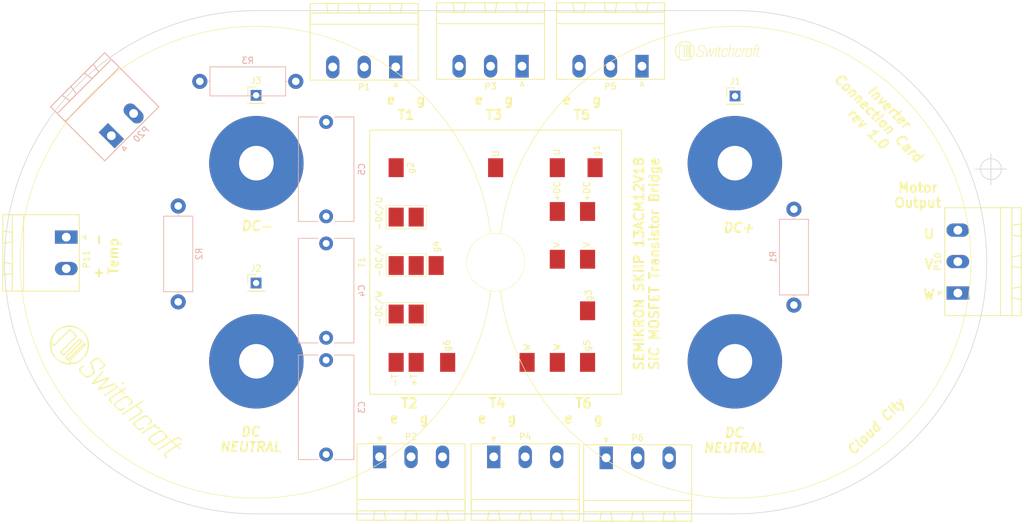
<source format=kicad_pcb>
(kicad_pcb (version 4) (host pcbnew 4.0.6)

  (general
    (links 0)
    (no_connects 50)
    (area 96.949999 59.949999 253.050001 140.050001)
    (thickness 1.6)
    (drawings 21)
    (tracks 0)
    (zones 0)
    (modules 23)
    (nets 17)
  )

  (page A4)
  (title_block
    (title "Inverter Connection")
    (date 2017-07-27)
    (rev 1)
    (company "Switchcraft AS")
    (comment 1 "New revision")
    (comment 2 YS)
    (comment 3 "PCB for connections to transistor module to DC-link")
    (comment 4 "Gatedriver inputs, snubbers, DC link balancing and motor output")
  )

  (layers
    (0 F.Cu signal)
    (31 B.Cu signal)
    (36 B.SilkS user)
    (37 F.SilkS user)
    (38 B.Mask user)
    (39 F.Mask user)
    (40 Dwgs.User user)
    (44 Edge.Cuts user)
    (45 Margin user)
  )

  (setup
    (last_trace_width 0.4)
    (trace_clearance 0.4)
    (zone_clearance 1.27)
    (zone_45_only yes)
    (trace_min 0.2)
    (segment_width 0.2)
    (edge_width 0.1)
    (via_size 0.6)
    (via_drill 0.4)
    (via_min_size 0.4)
    (via_min_drill 0.3)
    (uvia_size 0.3)
    (uvia_drill 0.1)
    (uvias_allowed no)
    (uvia_min_size 0.2)
    (uvia_min_drill 0.1)
    (pcb_text_width 0.3)
    (pcb_text_size 1.5 1.5)
    (mod_edge_width 0.15)
    (mod_text_size 1 1)
    (mod_text_width 0.15)
    (pad_size 1.5 1.5)
    (pad_drill 0.6)
    (pad_to_mask_clearance 0)
    (aux_axis_origin 237.91164 45.5676)
    (visible_elements FFFFF7FF)
    (pcbplotparams
      (layerselection 0x011f0_80000001)
      (usegerberextensions true)
      (excludeedgelayer true)
      (linewidth 0.100000)
      (plotframeref false)
      (viasonmask false)
      (mode 1)
      (useauxorigin false)
      (hpglpennumber 1)
      (hpglpenspeed 20)
      (hpglpendiameter 15)
      (hpglpenoverlay 2)
      (psnegative false)
      (psa4output false)
      (plotreference true)
      (plotvalue true)
      (plotinvisibletext false)
      (padsonsilk false)
      (subtractmaskfromsilk false)
      (outputformat 1)
      (mirror false)
      (drillshape 0)
      (scaleselection 1)
      (outputdirectory gerber/))
  )

  (net 0 "")
  (net 1 "Net-(C1-Pad2)")
  (net 2 "Net-(C3-Pad2)")
  (net 3 "Net-(C5-Pad2)")
  (net 4 DC+)
  (net 5 DC-)
  (net 6 T1_g)
  (net 7 U)
  (net 8 T2_g)
  (net 9 T3_g)
  (net 10 V)
  (net 11 T5_g)
  (net 12 T4_g)
  (net 13 W)
  (net 14 T6_g)
  (net 15 "Net-(P11-Pad1)")
  (net 16 "Net-(P11-Pad2)")

  (net_class Default "This is the default net class."
    (clearance 0.4)
    (trace_width 0.4)
    (via_dia 0.6)
    (via_drill 0.4)
    (uvia_dia 0.3)
    (uvia_drill 0.1)
    (add_net DC+)
    (add_net DC-)
    (add_net "Net-(C3-Pad2)")
    (add_net "Net-(C5-Pad2)")
    (add_net "Net-(P11-Pad1)")
    (add_net "Net-(P11-Pad2)")
    (add_net T1_g)
    (add_net T2_g)
    (add_net T3_g)
    (add_net T4_g)
    (add_net T5_g)
    (add_net T6_g)
    (add_net U)
    (add_net V)
    (add_net W)
  )

  (net_class HighPower ""
    (clearance 1.5)
    (trace_width 1.5)
    (via_dia 0.6)
    (via_drill 0.4)
    (uvia_dia 0.3)
    (uvia_drill 0.1)
    (add_net "Net-(C1-Pad2)")
  )

  (module Semikron:SKiiP_13ACM12V18 locked (layer F.Cu) (tedit 595BE608) (tstamp 597916D8)
    (at 175 100 270)
    (path /5957A7B1)
    (fp_text reference T1 (at 0 21.25 270) (layer F.SilkS)
      (effects (font (size 1 1) (thickness 0.15)))
    )
    (fp_text value SemikronSKiiP_13ACM12V18 (at 0 24.13 270) (layer F.Fab)
      (effects (font (size 1 1) (thickness 0.15)))
    )
    (fp_line (start -9 11) (end -9 17.4) (layer F.SilkS) (width 0.1))
    (fp_line (start -8.95 17.4) (end -5.35 17.4) (layer F.SilkS) (width 0.1))
    (fp_line (start -5.3 17.4) (end -5.3 11) (layer F.SilkS) (width 0.1))
    (fp_line (start -5.35 11) (end -8.95 11) (layer F.SilkS) (width 0.1))
    (fp_line (start 2.25 11) (end -1.35 11) (layer F.SilkS) (width 0.1))
    (fp_line (start 2.25 17.4) (end 2.25 11) (layer F.SilkS) (width 0.1))
    (fp_line (start -1.35 17.4) (end 2.25 17.4) (layer F.SilkS) (width 0.1))
    (fp_line (start -1.35 11) (end -1.35 17.4) (layer F.SilkS) (width 0.1))
    (fp_line (start 6.4 11) (end 6.4 17.4) (layer F.SilkS) (width 0.1))
    (fp_line (start 6.4 17.4) (end 10 17.4) (layer F.SilkS) (width 0.1))
    (fp_line (start 10 17.4) (end 10 11) (layer F.SilkS) (width 0.1))
    (fp_line (start 10 11) (end 6.4 11) (layer F.SilkS) (width 0.1))
    (fp_text user -DC/W (at 7.25 18.5 270) (layer F.SilkS)
      (effects (font (size 1 1) (thickness 0.15)))
    )
    (fp_text user -DC/V (at -0.25 18.5 270) (layer F.SilkS)
      (effects (font (size 1 1) (thickness 0.15)))
    )
    (fp_text user -DC/U (at -7.75 18.5 270) (layer F.SilkS)
      (effects (font (size 1 1) (thickness 0.15)))
    )
    (fp_text user g2 (at -15 13.5 270) (layer F.SilkS)
      (effects (font (size 1 1) (thickness 0.15)))
    )
    (fp_text user g4 (at -2.5 9.5 270) (layer F.SilkS)
      (effects (font (size 1 1) (thickness 0.15)))
    )
    (fp_text user -T (at 18.75 16 270) (layer F.SilkS)
      (effects (font (size 1 1) (thickness 0.15)))
    )
    (fp_text user +T (at 18.75 13 270) (layer F.SilkS)
      (effects (font (size 1 1) (thickness 0.15)))
    )
    (fp_text user g6 (at 13.25 7.75 270) (layer F.SilkS)
      (effects (font (size 1 1) (thickness 0.15)))
    )
    (fp_text user W (at 13.5 -5 270) (layer F.SilkS)
      (effects (font (size 1 1) (thickness 0.15)))
    )
    (fp_text user W (at 13.5 -9.75 270) (layer F.SilkS)
      (effects (font (size 1 1) (thickness 0.15)))
    )
    (fp_text user g5 (at 13.25 -14.5 270) (layer F.SilkS)
      (effects (font (size 1 1) (thickness 0.15)))
    )
    (fp_text user g3 (at 5.25 -14.75 270) (layer F.SilkS)
      (effects (font (size 1 1) (thickness 0.15)))
    )
    (fp_text user U (at -17.25 0 270) (layer F.SilkS)
      (effects (font (size 1 1) (thickness 0.15)))
    )
    (fp_text user U (at -17.5 -9.75 270) (layer F.SilkS)
      (effects (font (size 1 1) (thickness 0.15)))
    )
    (fp_text user +DC (at -11.25 -9.75 270) (layer F.SilkS)
      (effects (font (size 1 1) (thickness 0.15)))
    )
    (fp_text user V (at -2.75 -9.75 270) (layer F.SilkS)
      (effects (font (size 1 1) (thickness 0.15)))
    )
    (fp_text user V (at -2.75 -14.5 270) (layer F.SilkS)
      (effects (font (size 1 1) (thickness 0.15)))
    )
    (fp_text user +DC (at -11.25 -14.5 270) (layer F.SilkS)
      (effects (font (size 1 1) (thickness 0.15)))
    )
    (fp_text user g1 (at -17.75 -16 270) (layer F.SilkS)
      (effects (font (size 1 1) (thickness 0.15)))
    )
    (fp_circle (center 0 0) (end 4.55 0) (layer F.SilkS) (width 0.15))
    (fp_line (start -21 -20) (end 21 -20) (layer F.SilkS) (width 0.15))
    (fp_line (start 21 -20) (end 21 20) (layer F.SilkS) (width 0.15))
    (fp_line (start 21 20) (end -21 20) (layer F.SilkS) (width 0.15))
    (fp_line (start -21 20) (end -21 -20) (layer F.SilkS) (width 0.15))
    (pad "" np_thru_hole circle (at 0 0 270) (size 9.1 9.1) (drill 9.1) (layers *.Cu *.Mask))
    (pad 2 smd rect (at -15.03 15.8 270) (size 3 2.4) (layers F.Cu F.Mask)
      (net 8 T2_g))
    (pad 14 smd rect (at 8.23 15.8 270) (size 3 2.4) (layers F.Cu F.Mask)
      (net 5 DC-))
    (pad 10 smd rect (at -7.18 15.8 270) (size 3 2.4) (layers F.Cu F.Mask)
      (net 5 DC-))
    (pad 13 smd rect (at 8.23 12.62 270) (size 3 2.4) (layers F.Cu F.Mask)
      (net 5 DC-))
    (pad 9 smd rect (at -7.18 12.62 270) (size 3 2.4) (layers F.Cu F.Mask)
      (net 5 DC-))
    (pad 12 smd rect (at 0.52 15.8 270) (size 3 2.4) (layers F.Cu F.Mask)
      (net 5 DC-))
    (pad 11 smd rect (at 0.52 12.62 270) (size 3 2.4) (layers F.Cu F.Mask)
      (net 5 DC-))
    (pad 4 smd rect (at 0.52 9.45 270) (size 3 2.4) (layers F.Cu F.Mask)
      (net 12 T4_g))
    (pad 22 smd rect (at 15.92 15.8 270) (size 3 2.4) (layers F.Cu F.Mask)
      (net 15 "Net-(P11-Pad1)"))
    (pad 21 smd rect (at 15.92 12.62 270) (size 3 2.4) (layers F.Cu F.Mask)
      (net 16 "Net-(P11-Pad2)"))
    (pad 6 smd rect (at 15.92 7.62 270) (size 3 2.4) (layers F.Cu F.Mask)
      (net 14 T6_g))
    (pad 16 smd rect (at -15.03 0 270) (size 3 2.4) (layers F.Cu F.Mask)
      (net 7 U))
    (pad 20 smd rect (at 15.92 -5 270) (size 3 2.4) (layers F.Cu F.Mask)
      (net 13 W))
    (pad 19 smd rect (at 15.92 -9.8 270) (size 3 2.4) (layers F.Cu F.Mask)
      (net 13 W))
    (pad 5 smd rect (at 15.92 -14.6 270) (size 3 2.4) (layers F.Cu F.Mask)
      (net 11 T5_g))
    (pad 3 smd rect (at 7.72 -14.6 270) (size 3 2.4) (layers F.Cu F.Mask)
      (net 9 T3_g))
    (pad 8 smd rect (at -8.07 -9.8 270) (size 3 2.4) (layers F.Cu F.Mask)
      (net 4 DC+))
    (pad 15 smd rect (at -15.03 -9.8 270) (size 3 2.4) (layers F.Cu F.Mask)
      (net 7 U))
    (pad 18 smd rect (at -0.48 -9.8 270) (size 3 2.4) (layers F.Cu F.Mask)
      (net 10 V))
    (pad 17 smd rect (at -0.48 -14.6 270) (size 3 2.4) (layers F.Cu F.Mask)
      (net 10 V))
    (pad 7 smd rect (at -8.07 -14.6 270) (size 3 2.4) (layers F.Cu F.Mask)
      (net 4 DC+))
    (pad 1 smd rect (at -15.03 -15.8 270) (size 3 2.4) (layers F.Cu F.Mask)
      (net 6 T1_g))
    (pad "" np_thru_hole circle (at -19.1 18.1 270) (size 3.1 3.1) (drill 3.1) (layers *.Cu *.Mask))
    (model "/Users/Yngve/git/Switchcraft/kicad-lib/packages3d/semikron.3dshapes/MiniSKiiP_II_1_ Housing.wrl"
      (at (xyz 0 0 0))
      (scale (xyz 1 1 1))
      (rotate (xyz 0 0 0))
    )
  )

  (module Pin_Headers:Pin_Header_Straight_1x01_Pitch2.54mm (layer F.Cu) (tedit 59650532) (tstamp 59791568)
    (at 136.9568 73.4568)
    (descr "Through hole straight pin header, 1x01, 2.54mm pitch, single row")
    (tags "Through hole pin header THT 1x01 2.54mm single row")
    (path /597923D0)
    (fp_text reference J3 (at 0 -2.33) (layer F.SilkS)
      (effects (font (size 1 1) (thickness 0.15)))
    )
    (fp_text value CONN_01X01 (at 0 2.33) (layer F.Fab)
      (effects (font (size 1 1) (thickness 0.15)))
    )
    (fp_line (start -0.635 -1.27) (end 1.27 -1.27) (layer F.Fab) (width 0.1))
    (fp_line (start 1.27 -1.27) (end 1.27 1.27) (layer F.Fab) (width 0.1))
    (fp_line (start 1.27 1.27) (end -1.27 1.27) (layer F.Fab) (width 0.1))
    (fp_line (start -1.27 1.27) (end -1.27 -0.635) (layer F.Fab) (width 0.1))
    (fp_line (start -1.27 -0.635) (end -0.635 -1.27) (layer F.Fab) (width 0.1))
    (fp_line (start -1.33 1.33) (end 1.33 1.33) (layer F.SilkS) (width 0.12))
    (fp_line (start -1.33 1.27) (end -1.33 1.33) (layer F.SilkS) (width 0.12))
    (fp_line (start 1.33 1.27) (end 1.33 1.33) (layer F.SilkS) (width 0.12))
    (fp_line (start -1.33 1.27) (end 1.33 1.27) (layer F.SilkS) (width 0.12))
    (fp_line (start -1.33 0) (end -1.33 -1.33) (layer F.SilkS) (width 0.12))
    (fp_line (start -1.33 -1.33) (end 0 -1.33) (layer F.SilkS) (width 0.12))
    (fp_line (start -1.8 -1.8) (end -1.8 1.8) (layer F.CrtYd) (width 0.05))
    (fp_line (start -1.8 1.8) (end 1.8 1.8) (layer F.CrtYd) (width 0.05))
    (fp_line (start 1.8 1.8) (end 1.8 -1.8) (layer F.CrtYd) (width 0.05))
    (fp_line (start 1.8 -1.8) (end -1.8 -1.8) (layer F.CrtYd) (width 0.05))
    (fp_text user %R (at 0 0 90) (layer F.Fab)
      (effects (font (size 1 1) (thickness 0.15)))
    )
    (pad 1 thru_hole rect (at 0 0) (size 1.7 1.7) (drill 1) (layers *.Cu *.Mask)
      (net 5 DC-))
    (model ${KISYS3DMOD}/Pin_Headers.3dshapes/Pin_Header_Straight_1x01_Pitch2.54mm.wrl
      (at (xyz 0 0 0))
      (scale (xyz 1 1 1))
      (rotate (xyz 0 0 0))
    )
  )

  (module Pin_Headers:Pin_Header_Straight_1x01_Pitch2.54mm (layer F.Cu) (tedit 59650532) (tstamp 59791563)
    (at 136.9568 103.3018)
    (descr "Through hole straight pin header, 1x01, 2.54mm pitch, single row")
    (tags "Through hole pin header THT 1x01 2.54mm single row")
    (path /597920D6)
    (fp_text reference J2 (at 0 -2.33) (layer F.SilkS)
      (effects (font (size 1 1) (thickness 0.15)))
    )
    (fp_text value CONN_01X01 (at 0 2.33) (layer F.Fab)
      (effects (font (size 1 1) (thickness 0.15)))
    )
    (fp_line (start -0.635 -1.27) (end 1.27 -1.27) (layer F.Fab) (width 0.1))
    (fp_line (start 1.27 -1.27) (end 1.27 1.27) (layer F.Fab) (width 0.1))
    (fp_line (start 1.27 1.27) (end -1.27 1.27) (layer F.Fab) (width 0.1))
    (fp_line (start -1.27 1.27) (end -1.27 -0.635) (layer F.Fab) (width 0.1))
    (fp_line (start -1.27 -0.635) (end -0.635 -1.27) (layer F.Fab) (width 0.1))
    (fp_line (start -1.33 1.33) (end 1.33 1.33) (layer F.SilkS) (width 0.12))
    (fp_line (start -1.33 1.27) (end -1.33 1.33) (layer F.SilkS) (width 0.12))
    (fp_line (start 1.33 1.27) (end 1.33 1.33) (layer F.SilkS) (width 0.12))
    (fp_line (start -1.33 1.27) (end 1.33 1.27) (layer F.SilkS) (width 0.12))
    (fp_line (start -1.33 0) (end -1.33 -1.33) (layer F.SilkS) (width 0.12))
    (fp_line (start -1.33 -1.33) (end 0 -1.33) (layer F.SilkS) (width 0.12))
    (fp_line (start -1.8 -1.8) (end -1.8 1.8) (layer F.CrtYd) (width 0.05))
    (fp_line (start -1.8 1.8) (end 1.8 1.8) (layer F.CrtYd) (width 0.05))
    (fp_line (start 1.8 1.8) (end 1.8 -1.8) (layer F.CrtYd) (width 0.05))
    (fp_line (start 1.8 -1.8) (end -1.8 -1.8) (layer F.CrtYd) (width 0.05))
    (fp_text user %R (at 0 0 90) (layer F.Fab)
      (effects (font (size 1 1) (thickness 0.15)))
    )
    (pad 1 thru_hole rect (at 0 0) (size 1.7 1.7) (drill 1) (layers *.Cu *.Mask)
      (net 1 "Net-(C1-Pad2)"))
    (model ${KISYS3DMOD}/Pin_Headers.3dshapes/Pin_Header_Straight_1x01_Pitch2.54mm.wrl
      (at (xyz 0 0 0))
      (scale (xyz 1 1 1))
      (rotate (xyz 0 0 0))
    )
  )

  (module Pin_Headers:Pin_Header_Straight_1x01_Pitch2.54mm (layer F.Cu) (tedit 59650532) (tstamp 5979155E)
    (at 213.0298 73.5838)
    (descr "Through hole straight pin header, 1x01, 2.54mm pitch, single row")
    (tags "Through hole pin header THT 1x01 2.54mm single row")
    (path /597922C5)
    (fp_text reference J1 (at 0 -2.33) (layer F.SilkS)
      (effects (font (size 1 1) (thickness 0.15)))
    )
    (fp_text value CONN_01X01 (at 0 2.33) (layer F.Fab)
      (effects (font (size 1 1) (thickness 0.15)))
    )
    (fp_line (start -0.635 -1.27) (end 1.27 -1.27) (layer F.Fab) (width 0.1))
    (fp_line (start 1.27 -1.27) (end 1.27 1.27) (layer F.Fab) (width 0.1))
    (fp_line (start 1.27 1.27) (end -1.27 1.27) (layer F.Fab) (width 0.1))
    (fp_line (start -1.27 1.27) (end -1.27 -0.635) (layer F.Fab) (width 0.1))
    (fp_line (start -1.27 -0.635) (end -0.635 -1.27) (layer F.Fab) (width 0.1))
    (fp_line (start -1.33 1.33) (end 1.33 1.33) (layer F.SilkS) (width 0.12))
    (fp_line (start -1.33 1.27) (end -1.33 1.33) (layer F.SilkS) (width 0.12))
    (fp_line (start 1.33 1.27) (end 1.33 1.33) (layer F.SilkS) (width 0.12))
    (fp_line (start -1.33 1.27) (end 1.33 1.27) (layer F.SilkS) (width 0.12))
    (fp_line (start -1.33 0) (end -1.33 -1.33) (layer F.SilkS) (width 0.12))
    (fp_line (start -1.33 -1.33) (end 0 -1.33) (layer F.SilkS) (width 0.12))
    (fp_line (start -1.8 -1.8) (end -1.8 1.8) (layer F.CrtYd) (width 0.05))
    (fp_line (start -1.8 1.8) (end 1.8 1.8) (layer F.CrtYd) (width 0.05))
    (fp_line (start 1.8 1.8) (end 1.8 -1.8) (layer F.CrtYd) (width 0.05))
    (fp_line (start 1.8 -1.8) (end -1.8 -1.8) (layer F.CrtYd) (width 0.05))
    (fp_text user %R (at 0 0 90) (layer F.Fab)
      (effects (font (size 1 1) (thickness 0.15)))
    )
    (pad 1 thru_hole rect (at 0 0) (size 1.7 1.7) (drill 1) (layers *.Cu *.Mask)
      (net 4 DC+))
    (model ${KISYS3DMOD}/Pin_Headers.3dshapes/Pin_Header_Straight_1x01_Pitch2.54mm.wrl
      (at (xyz 0 0 0))
      (scale (xyz 1 1 1))
      (rotate (xyz 0 0 0))
    )
  )

  (module Capacitors_THT:C_Rect_L16.5mm_W8.7mm_P15.00mm_MKT (layer B.Cu) (tedit 59729878) (tstamp 5979FBC1)
    (at 148.082 130.556 90)
    (descr "C, Rect series, Radial, pin pitch=15.00mm, , length*width=16.5*8.7mm^2, Capacitor, https://en.tdk.eu/inf/20/20/db/fc_2009/MKT_B32560_564.pdf")
    (tags "C Rect series Radial pin pitch 15.00mm  length 16.5mm width 8.7mm Capacitor")
    (path /597B1B98)
    (fp_text reference C3 (at 7.5 5.66 90) (layer B.SilkS)
      (effects (font (size 1 1) (thickness 0.15)) (justify mirror))
    )
    (fp_text value C (at 7.5 -5.66 90) (layer B.Fab)
      (effects (font (size 1 1) (thickness 0.15)) (justify mirror))
    )
    (fp_line (start -0.75 4.35) (end -0.75 -4.35) (layer B.Fab) (width 0.1))
    (fp_line (start -0.75 -4.35) (end 15.75 -4.35) (layer B.Fab) (width 0.1))
    (fp_line (start 15.75 -4.35) (end 15.75 4.35) (layer B.Fab) (width 0.1))
    (fp_line (start 15.75 4.35) (end -0.75 4.35) (layer B.Fab) (width 0.1))
    (fp_line (start -0.81 4.41) (end 15.81 4.41) (layer B.SilkS) (width 0.12))
    (fp_line (start -0.81 -4.41) (end 15.81 -4.41) (layer B.SilkS) (width 0.12))
    (fp_line (start -0.81 4.41) (end -0.81 1.296) (layer B.SilkS) (width 0.12))
    (fp_line (start -0.81 -1.296) (end -0.81 -4.41) (layer B.SilkS) (width 0.12))
    (fp_line (start 15.81 4.41) (end 15.81 1.296) (layer B.SilkS) (width 0.12))
    (fp_line (start 15.81 -1.296) (end 15.81 -4.41) (layer B.SilkS) (width 0.12))
    (fp_line (start -1.35 4.7) (end -1.35 -4.7) (layer B.CrtYd) (width 0.05))
    (fp_line (start -1.35 -4.7) (end 16.35 -4.7) (layer B.CrtYd) (width 0.05))
    (fp_line (start 16.35 -4.7) (end 16.35 4.7) (layer B.CrtYd) (width 0.05))
    (fp_line (start 16.35 4.7) (end -1.35 4.7) (layer B.CrtYd) (width 0.05))
    (fp_text user %R (at 7.5 0 90) (layer B.Fab)
      (effects (font (size 1 1) (thickness 0.15)) (justify mirror))
    )
    (pad 1 thru_hole circle (at 0 0 90) (size 2.2 2.2) (drill 1.1) (layers *.Cu *.Mask)
      (net 4 DC+))
    (pad 2 thru_hole circle (at 15 0 90) (size 2.2 2.2) (drill 1.1) (layers *.Cu *.Mask)
      (net 2 "Net-(C3-Pad2)"))
    (model ${KISYS3DMOD}/Capacitors_THT.3dshapes/C_Rect_L16.5mm_W8.7mm_P15.00mm_MKT.wrl
      (at (xyz 0 0 0))
      (scale (xyz 1 1 1))
      (rotate (xyz 0 0 0))
    )
  )

  (module Capacitors_THT:C_Rect_L16.5mm_W8.7mm_P15.00mm_MKT (layer B.Cu) (tedit 59729878) (tstamp 5979FBC7)
    (at 148.082 112.014 90)
    (descr "C, Rect series, Radial, pin pitch=15.00mm, , length*width=16.5*8.7mm^2, Capacitor, https://en.tdk.eu/inf/20/20/db/fc_2009/MKT_B32560_564.pdf")
    (tags "C Rect series Radial pin pitch 15.00mm  length 16.5mm width 8.7mm Capacitor")
    (path /597B1BEC)
    (fp_text reference C4 (at 7.5 5.66 90) (layer B.SilkS)
      (effects (font (size 1 1) (thickness 0.15)) (justify mirror))
    )
    (fp_text value C (at 7.5 -5.66 90) (layer B.Fab)
      (effects (font (size 1 1) (thickness 0.15)) (justify mirror))
    )
    (fp_line (start -0.75 4.35) (end -0.75 -4.35) (layer B.Fab) (width 0.1))
    (fp_line (start -0.75 -4.35) (end 15.75 -4.35) (layer B.Fab) (width 0.1))
    (fp_line (start 15.75 -4.35) (end 15.75 4.35) (layer B.Fab) (width 0.1))
    (fp_line (start 15.75 4.35) (end -0.75 4.35) (layer B.Fab) (width 0.1))
    (fp_line (start -0.81 4.41) (end 15.81 4.41) (layer B.SilkS) (width 0.12))
    (fp_line (start -0.81 -4.41) (end 15.81 -4.41) (layer B.SilkS) (width 0.12))
    (fp_line (start -0.81 4.41) (end -0.81 1.296) (layer B.SilkS) (width 0.12))
    (fp_line (start -0.81 -1.296) (end -0.81 -4.41) (layer B.SilkS) (width 0.12))
    (fp_line (start 15.81 4.41) (end 15.81 1.296) (layer B.SilkS) (width 0.12))
    (fp_line (start 15.81 -1.296) (end 15.81 -4.41) (layer B.SilkS) (width 0.12))
    (fp_line (start -1.35 4.7) (end -1.35 -4.7) (layer B.CrtYd) (width 0.05))
    (fp_line (start -1.35 -4.7) (end 16.35 -4.7) (layer B.CrtYd) (width 0.05))
    (fp_line (start 16.35 -4.7) (end 16.35 4.7) (layer B.CrtYd) (width 0.05))
    (fp_line (start 16.35 4.7) (end -1.35 4.7) (layer B.CrtYd) (width 0.05))
    (fp_text user %R (at 7.5 0 90) (layer B.Fab)
      (effects (font (size 1 1) (thickness 0.15)) (justify mirror))
    )
    (pad 1 thru_hole circle (at 0 0 90) (size 2.2 2.2) (drill 1.1) (layers *.Cu *.Mask)
      (net 2 "Net-(C3-Pad2)"))
    (pad 2 thru_hole circle (at 15 0 90) (size 2.2 2.2) (drill 1.1) (layers *.Cu *.Mask)
      (net 5 DC-))
    (model "/Library/Application Support/kicad/packages3d/Capacitors_THT.3dshapes/C_Rect_L16.5mm_W8.7mm_P15.00mm_MKT.wrl"
      (at (xyz 0 0 0))
      (scale (xyz 1 1 1))
      (rotate (xyz 0 0 0))
    )
  )

  (module Capacitors_THT:C_Rect_L16.5mm_W8.7mm_P15.00mm_MKT (layer B.Cu) (tedit 59729878) (tstamp 5979FBCD)
    (at 148.082 92.71 90)
    (descr "C, Rect series, Radial, pin pitch=15.00mm, , length*width=16.5*8.7mm^2, Capacitor, https://en.tdk.eu/inf/20/20/db/fc_2009/MKT_B32560_564.pdf")
    (tags "C Rect series Radial pin pitch 15.00mm  length 16.5mm width 8.7mm Capacitor")
    (path /597B1B4A)
    (fp_text reference C5 (at 7.5 5.66 90) (layer B.SilkS)
      (effects (font (size 1 1) (thickness 0.15)) (justify mirror))
    )
    (fp_text value C (at 7.5 -5.66 90) (layer B.Fab)
      (effects (font (size 1 1) (thickness 0.15)) (justify mirror))
    )
    (fp_line (start -0.75 4.35) (end -0.75 -4.35) (layer B.Fab) (width 0.1))
    (fp_line (start -0.75 -4.35) (end 15.75 -4.35) (layer B.Fab) (width 0.1))
    (fp_line (start 15.75 -4.35) (end 15.75 4.35) (layer B.Fab) (width 0.1))
    (fp_line (start 15.75 4.35) (end -0.75 4.35) (layer B.Fab) (width 0.1))
    (fp_line (start -0.81 4.41) (end 15.81 4.41) (layer B.SilkS) (width 0.12))
    (fp_line (start -0.81 -4.41) (end 15.81 -4.41) (layer B.SilkS) (width 0.12))
    (fp_line (start -0.81 4.41) (end -0.81 1.296) (layer B.SilkS) (width 0.12))
    (fp_line (start -0.81 -1.296) (end -0.81 -4.41) (layer B.SilkS) (width 0.12))
    (fp_line (start 15.81 4.41) (end 15.81 1.296) (layer B.SilkS) (width 0.12))
    (fp_line (start 15.81 -1.296) (end 15.81 -4.41) (layer B.SilkS) (width 0.12))
    (fp_line (start -1.35 4.7) (end -1.35 -4.7) (layer B.CrtYd) (width 0.05))
    (fp_line (start -1.35 -4.7) (end 16.35 -4.7) (layer B.CrtYd) (width 0.05))
    (fp_line (start 16.35 -4.7) (end 16.35 4.7) (layer B.CrtYd) (width 0.05))
    (fp_line (start 16.35 4.7) (end -1.35 4.7) (layer B.CrtYd) (width 0.05))
    (fp_text user %R (at 7.5 0 90) (layer B.Fab)
      (effects (font (size 1 1) (thickness 0.15)) (justify mirror))
    )
    (pad 1 thru_hole circle (at 0 0 90) (size 2.2 2.2) (drill 1.1) (layers *.Cu *.Mask)
      (net 4 DC+))
    (pad 2 thru_hole circle (at 15 0 90) (size 2.2 2.2) (drill 1.1) (layers *.Cu *.Mask)
      (net 3 "Net-(C5-Pad2)"))
    (model ${KISYS3DMOD}/Capacitors_THT.3dshapes/C_Rect_L16.5mm_W8.7mm_P15.00mm_MKT.wrl
      (at (xyz 0 0 0))
      (scale (xyz 1 1 1))
      (rotate (xyz 0 0 0))
    )
  )

  (module Resistors_THT:R_Axial_DIN0414_L11.9mm_D4.5mm_P15.24mm_Horizontal (layer B.Cu) (tedit 5874F706) (tstamp 5979FBD3)
    (at 222.377 91.567 270)
    (descr "Resistor, Axial_DIN0414 series, Axial, Horizontal, pin pitch=15.24mm, 2W, length*diameter=11.9*4.5mm^2, http://www.vishay.com/docs/20128/wkxwrx.pdf")
    (tags "Resistor Axial_DIN0414 series Axial Horizontal pin pitch 15.24mm 2W length 11.9mm diameter 4.5mm")
    (path /597B1824)
    (fp_text reference R1 (at 7.62 3.31 270) (layer B.SilkS)
      (effects (font (size 1 1) (thickness 0.15)) (justify mirror))
    )
    (fp_text value R (at 7.62 -3.31 270) (layer B.Fab)
      (effects (font (size 1 1) (thickness 0.15)) (justify mirror))
    )
    (fp_line (start 1.67 2.25) (end 1.67 -2.25) (layer B.Fab) (width 0.1))
    (fp_line (start 1.67 -2.25) (end 13.57 -2.25) (layer B.Fab) (width 0.1))
    (fp_line (start 13.57 -2.25) (end 13.57 2.25) (layer B.Fab) (width 0.1))
    (fp_line (start 13.57 2.25) (end 1.67 2.25) (layer B.Fab) (width 0.1))
    (fp_line (start 0 0) (end 1.67 0) (layer B.Fab) (width 0.1))
    (fp_line (start 15.24 0) (end 13.57 0) (layer B.Fab) (width 0.1))
    (fp_line (start 1.61 2.31) (end 1.61 -2.31) (layer B.SilkS) (width 0.12))
    (fp_line (start 1.61 -2.31) (end 13.63 -2.31) (layer B.SilkS) (width 0.12))
    (fp_line (start 13.63 -2.31) (end 13.63 2.31) (layer B.SilkS) (width 0.12))
    (fp_line (start 13.63 2.31) (end 1.61 2.31) (layer B.SilkS) (width 0.12))
    (fp_line (start 1.38 0) (end 1.61 0) (layer B.SilkS) (width 0.12))
    (fp_line (start 13.86 0) (end 13.63 0) (layer B.SilkS) (width 0.12))
    (fp_line (start -1.45 2.6) (end -1.45 -2.6) (layer B.CrtYd) (width 0.05))
    (fp_line (start -1.45 -2.6) (end 16.7 -2.6) (layer B.CrtYd) (width 0.05))
    (fp_line (start 16.7 -2.6) (end 16.7 2.6) (layer B.CrtYd) (width 0.05))
    (fp_line (start 16.7 2.6) (end -1.45 2.6) (layer B.CrtYd) (width 0.05))
    (pad 1 thru_hole circle (at 0 0 270) (size 2.4 2.4) (drill 1.2) (layers *.Cu *.Mask)
      (net 4 DC+))
    (pad 2 thru_hole oval (at 15.24 0 270) (size 2.4 2.4) (drill 1.2) (layers *.Cu *.Mask)
      (net 1 "Net-(C1-Pad2)"))
    (model ${KISYS3DMOD}/Resistors_THT.3dshapes/R_Axial_DIN0414_L11.9mm_D4.5mm_P15.24mm_Horizontal.wrl
      (at (xyz 0 0 0))
      (scale (xyz 0.393701 0.393701 0.393701))
      (rotate (xyz 0 0 0))
    )
  )

  (module Resistors_THT:R_Axial_DIN0414_L11.9mm_D4.5mm_P15.24mm_Horizontal (layer B.Cu) (tedit 5874F706) (tstamp 597A083C)
    (at 124.587 106.299 90)
    (descr "Resistor, Axial_DIN0414 series, Axial, Horizontal, pin pitch=15.24mm, 2W, length*diameter=11.9*4.5mm^2, http://www.vishay.com/docs/20128/wkxwrx.pdf")
    (tags "Resistor Axial_DIN0414 series Axial Horizontal pin pitch 15.24mm 2W length 11.9mm diameter 4.5mm")
    (path /597B1871)
    (fp_text reference R2 (at 7.62 3.31 90) (layer B.SilkS)
      (effects (font (size 1 1) (thickness 0.15)) (justify mirror))
    )
    (fp_text value R (at 7.62 -3.31 90) (layer B.Fab)
      (effects (font (size 1 1) (thickness 0.15)) (justify mirror))
    )
    (fp_line (start 1.67 2.25) (end 1.67 -2.25) (layer B.Fab) (width 0.1))
    (fp_line (start 1.67 -2.25) (end 13.57 -2.25) (layer B.Fab) (width 0.1))
    (fp_line (start 13.57 -2.25) (end 13.57 2.25) (layer B.Fab) (width 0.1))
    (fp_line (start 13.57 2.25) (end 1.67 2.25) (layer B.Fab) (width 0.1))
    (fp_line (start 0 0) (end 1.67 0) (layer B.Fab) (width 0.1))
    (fp_line (start 15.24 0) (end 13.57 0) (layer B.Fab) (width 0.1))
    (fp_line (start 1.61 2.31) (end 1.61 -2.31) (layer B.SilkS) (width 0.12))
    (fp_line (start 1.61 -2.31) (end 13.63 -2.31) (layer B.SilkS) (width 0.12))
    (fp_line (start 13.63 -2.31) (end 13.63 2.31) (layer B.SilkS) (width 0.12))
    (fp_line (start 13.63 2.31) (end 1.61 2.31) (layer B.SilkS) (width 0.12))
    (fp_line (start 1.38 0) (end 1.61 0) (layer B.SilkS) (width 0.12))
    (fp_line (start 13.86 0) (end 13.63 0) (layer B.SilkS) (width 0.12))
    (fp_line (start -1.45 2.6) (end -1.45 -2.6) (layer B.CrtYd) (width 0.05))
    (fp_line (start -1.45 -2.6) (end 16.7 -2.6) (layer B.CrtYd) (width 0.05))
    (fp_line (start 16.7 -2.6) (end 16.7 2.6) (layer B.CrtYd) (width 0.05))
    (fp_line (start 16.7 2.6) (end -1.45 2.6) (layer B.CrtYd) (width 0.05))
    (pad 1 thru_hole circle (at 0 0 90) (size 2.4 2.4) (drill 1.2) (layers *.Cu *.Mask)
      (net 1 "Net-(C1-Pad2)"))
    (pad 2 thru_hole oval (at 15.24 0 90) (size 2.4 2.4) (drill 1.2) (layers *.Cu *.Mask)
      (net 5 DC-))
    (model ${KISYS3DMOD}/Resistors_THT.3dshapes/R_Axial_DIN0414_L11.9mm_D4.5mm_P15.24mm_Horizontal.wrl
      (at (xyz 0 0 0))
      (scale (xyz 0.393701 0.393701 0.393701))
      (rotate (xyz 0 0 0))
    )
  )

  (module Resistors_THT:R_Axial_DIN0414_L11.9mm_D4.5mm_P15.24mm_Horizontal (layer B.Cu) (tedit 5874F706) (tstamp 597A0842)
    (at 143.256 71.247 180)
    (descr "Resistor, Axial_DIN0414 series, Axial, Horizontal, pin pitch=15.24mm, 2W, length*diameter=11.9*4.5mm^2, http://www.vishay.com/docs/20128/wkxwrx.pdf")
    (tags "Resistor Axial_DIN0414 series Axial Horizontal pin pitch 15.24mm 2W length 11.9mm diameter 4.5mm")
    (path /597B1AE5)
    (fp_text reference R3 (at 7.62 3.31 180) (layer B.SilkS)
      (effects (font (size 1 1) (thickness 0.15)) (justify mirror))
    )
    (fp_text value R (at 7.62 -3.31 180) (layer B.Fab)
      (effects (font (size 1 1) (thickness 0.15)) (justify mirror))
    )
    (fp_line (start 1.67 2.25) (end 1.67 -2.25) (layer B.Fab) (width 0.1))
    (fp_line (start 1.67 -2.25) (end 13.57 -2.25) (layer B.Fab) (width 0.1))
    (fp_line (start 13.57 -2.25) (end 13.57 2.25) (layer B.Fab) (width 0.1))
    (fp_line (start 13.57 2.25) (end 1.67 2.25) (layer B.Fab) (width 0.1))
    (fp_line (start 0 0) (end 1.67 0) (layer B.Fab) (width 0.1))
    (fp_line (start 15.24 0) (end 13.57 0) (layer B.Fab) (width 0.1))
    (fp_line (start 1.61 2.31) (end 1.61 -2.31) (layer B.SilkS) (width 0.12))
    (fp_line (start 1.61 -2.31) (end 13.63 -2.31) (layer B.SilkS) (width 0.12))
    (fp_line (start 13.63 -2.31) (end 13.63 2.31) (layer B.SilkS) (width 0.12))
    (fp_line (start 13.63 2.31) (end 1.61 2.31) (layer B.SilkS) (width 0.12))
    (fp_line (start 1.38 0) (end 1.61 0) (layer B.SilkS) (width 0.12))
    (fp_line (start 13.86 0) (end 13.63 0) (layer B.SilkS) (width 0.12))
    (fp_line (start -1.45 2.6) (end -1.45 -2.6) (layer B.CrtYd) (width 0.05))
    (fp_line (start -1.45 -2.6) (end 16.7 -2.6) (layer B.CrtYd) (width 0.05))
    (fp_line (start 16.7 -2.6) (end 16.7 2.6) (layer B.CrtYd) (width 0.05))
    (fp_line (start 16.7 2.6) (end -1.45 2.6) (layer B.CrtYd) (width 0.05))
    (pad 1 thru_hole circle (at 0 0 180) (size 2.4 2.4) (drill 1.2) (layers *.Cu *.Mask)
      (net 3 "Net-(C5-Pad2)"))
    (pad 2 thru_hole oval (at 15.24 0 180) (size 2.4 2.4) (drill 1.2) (layers *.Cu *.Mask)
      (net 5 DC-))
    (model ${KISYS3DMOD}/Resistors_THT.3dshapes/R_Axial_DIN0414_L11.9mm_D4.5mm_P15.24mm_Horizontal.wrl
      (at (xyz 0 0 0))
      (scale (xyz 0.393701 0.393701 0.393701))
      (rotate (xyz 0 0 0))
    )
  )

  (module Hitatchi:HCGF6A (layer F.Cu) (tedit 5979987F) (tstamp 59791552)
    (at 213 100 270)
    (path /59791D17)
    (fp_text reference C1 (at 0 39.25 270) (layer F.SilkS)
      (effects (font (size 1 1) (thickness 0.15)))
    )
    (fp_text value CP (at 0 -39.75 270) (layer F.Fab)
      (effects (font (size 1 1) (thickness 0.15)))
    )
    (fp_circle (center 0 0) (end 0 37.5) (layer F.SilkS) (width 0.1))
    (pad 2 thru_hole circle (at 15.75 0 270) (size 15 15) (drill 5.5) (layers *.Cu *.Mask)
      (net 1 "Net-(C1-Pad2)"))
    (pad 1 thru_hole circle (at -15.75 0 270) (size 15 15) (drill 5.5) (layers *.Cu *.Mask)
      (net 4 DC+))
    (model /Users/Yngve/git/Switchcraft/kicad-lib/packages3d/DC_link_capacitor.3dshapes/DC-Link_capacitor_with_screws.wrl
      (at (xyz 0 0 0))
      (scale (xyz 1 1 1))
      (rotate (xyz 0 0 0))
    )
  )

  (module Hitatchi:HCGF6A (layer F.Cu) (tedit 5979987F) (tstamp 59791559)
    (at 137 100 90)
    (path /59791E68)
    (fp_text reference C2 (at 0 39.25 90) (layer F.SilkS)
      (effects (font (size 1 1) (thickness 0.15)))
    )
    (fp_text value CP (at 0 -39.75 90) (layer F.Fab)
      (effects (font (size 1 1) (thickness 0.15)))
    )
    (fp_circle (center 0 0) (end 0 37.5) (layer F.SilkS) (width 0.1))
    (pad 2 thru_hole circle (at 15.75 0 90) (size 15 15) (drill 5.5) (layers *.Cu *.Mask)
      (net 5 DC-))
    (pad 1 thru_hole circle (at -15.75 0 90) (size 15 15) (drill 5.5) (layers *.Cu *.Mask)
      (net 1 "Net-(C1-Pad2)"))
    (model /Users/Yngve/git/Switchcraft/kicad-lib/packages3d/DC_link_capacitor.3dshapes/DC-Link_capacitor_with_screws.wrl
      (at (xyz 0 0 0))
      (scale (xyz 1 1 1))
      (rotate (xyz 0 0 0))
    )
  )

  (module PhoenixContact:MSTBA_25_3p_G_508-1757488 (layer F.Cu) (tedit 5797DB0C) (tstamp 597B3933)
    (at 159.131 68.961 180)
    (descr "Generic Phoenix Contact connector footprint for series: MSTBA-G; number of pins: 03; pin pitch: 5.00mm; Angled || order number: 1923762 16A (HC) || order number: 1757488 12A")
    (tags "phoenix_contact connector MSTBA_01x03_G_5.00mm")
    (path /597B3295)
    (fp_text reference P1 (at 5 -3.2 180) (layer F.SilkS)
      (effects (font (size 1 1) (thickness 0.15)))
    )
    (fp_text value CONN_01X03 (at 5 11.5 180) (layer F.Fab)
      (effects (font (size 1 1) (thickness 0.15)))
    )
    (fp_line (start -3.58 -2.08) (end -3.58 10.08) (layer F.SilkS) (width 0.15))
    (fp_line (start -3.58 10.08) (end 13.58 10.08) (layer F.SilkS) (width 0.15))
    (fp_line (start 13.58 10.08) (end 13.58 -2.08) (layer F.SilkS) (width 0.15))
    (fp_line (start 13.58 -2.08) (end -3.58 -2.08) (layer F.SilkS) (width 0.15))
    (fp_line (start -3.58 8.58) (end -3.58 6.78) (layer F.SilkS) (width 0.15))
    (fp_line (start -3.58 6.78) (end 13.58 6.78) (layer F.SilkS) (width 0.15))
    (fp_line (start 13.58 6.78) (end 13.58 8.58) (layer F.SilkS) (width 0.15))
    (fp_line (start 13.58 8.58) (end -3.58 8.58) (layer F.SilkS) (width 0.15))
    (fp_line (start -1 10.08) (end 1 10.08) (layer F.SilkS) (width 0.15))
    (fp_line (start 1 10.08) (end 0.75 8.58) (layer F.SilkS) (width 0.15))
    (fp_line (start 0.75 8.58) (end -0.75 8.58) (layer F.SilkS) (width 0.15))
    (fp_line (start -0.75 8.58) (end -1 10.08) (layer F.SilkS) (width 0.15))
    (fp_line (start 4 10.08) (end 6 10.08) (layer F.SilkS) (width 0.15))
    (fp_line (start 6 10.08) (end 5.75 8.58) (layer F.SilkS) (width 0.15))
    (fp_line (start 5.75 8.58) (end 4.25 8.58) (layer F.SilkS) (width 0.15))
    (fp_line (start 4.25 8.58) (end 4 10.08) (layer F.SilkS) (width 0.15))
    (fp_line (start 9 10.08) (end 11 10.08) (layer F.SilkS) (width 0.15))
    (fp_line (start 11 10.08) (end 10.75 8.58) (layer F.SilkS) (width 0.15))
    (fp_line (start 10.75 8.58) (end 9.25 8.58) (layer F.SilkS) (width 0.15))
    (fp_line (start 9.25 8.58) (end 9 10.08) (layer F.SilkS) (width 0.15))
    (fp_line (start -4 -2.5) (end -4 10.5) (layer F.CrtYd) (width 0.05))
    (fp_line (start -4 10.5) (end 14 10.5) (layer F.CrtYd) (width 0.05))
    (fp_line (start 14 10.5) (end 14 -2.5) (layer F.CrtYd) (width 0.05))
    (fp_line (start 14 -2.5) (end -4 -2.5) (layer F.CrtYd) (width 0.05))
    (fp_line (start 0 -2.5) (end 0.3 -3.1) (layer F.SilkS) (width 0.15))
    (fp_line (start 0.3 -3.1) (end -0.3 -3.1) (layer F.SilkS) (width 0.15))
    (fp_line (start -0.3 -3.1) (end 0 -2.5) (layer F.SilkS) (width 0.15))
    (pad 1 thru_hole rect (at 0 0 180) (size 2.1 3.6) (drill 1.4) (layers *.Cu *.Mask)
      (net 4 DC+))
    (pad 2 thru_hole oval (at 5 0 180) (size 2.1 3.6) (drill 1.4) (layers *.Cu *.Mask)
      (net 6 T1_g))
    (pad 3 thru_hole oval (at 10 0 180) (size 2.1 3.6) (drill 1.4) (layers *.Cu *.Mask)
      (net 7 U))
    (model /Users/Yngve/git/Switchcraft/kicad-lib/packages3d/PhoenixContact.3dshapes/MSTBA_25_3p_G_508-1757488.wrl
      (at (xyz 0 0 0))
      (scale (xyz 1 1 1))
      (rotate (xyz 0 0 90))
    )
  )

  (module PhoenixContact:MSTBA_25_3p_G_508-1757488 (layer F.Cu) (tedit 5797DB0C) (tstamp 597B3939)
    (at 156.5656 130.937)
    (descr "Generic Phoenix Contact connector footprint for series: MSTBA-G; number of pins: 03; pin pitch: 5.00mm; Angled || order number: 1923762 16A (HC) || order number: 1757488 12A")
    (tags "phoenix_contact connector MSTBA_01x03_G_5.00mm")
    (path /597B312B)
    (fp_text reference P2 (at 5 -3.2) (layer F.SilkS)
      (effects (font (size 1 1) (thickness 0.15)))
    )
    (fp_text value CONN_01X03 (at 5 11.5) (layer F.Fab)
      (effects (font (size 1 1) (thickness 0.15)))
    )
    (fp_line (start -3.58 -2.08) (end -3.58 10.08) (layer F.SilkS) (width 0.15))
    (fp_line (start -3.58 10.08) (end 13.58 10.08) (layer F.SilkS) (width 0.15))
    (fp_line (start 13.58 10.08) (end 13.58 -2.08) (layer F.SilkS) (width 0.15))
    (fp_line (start 13.58 -2.08) (end -3.58 -2.08) (layer F.SilkS) (width 0.15))
    (fp_line (start -3.58 8.58) (end -3.58 6.78) (layer F.SilkS) (width 0.15))
    (fp_line (start -3.58 6.78) (end 13.58 6.78) (layer F.SilkS) (width 0.15))
    (fp_line (start 13.58 6.78) (end 13.58 8.58) (layer F.SilkS) (width 0.15))
    (fp_line (start 13.58 8.58) (end -3.58 8.58) (layer F.SilkS) (width 0.15))
    (fp_line (start -1 10.08) (end 1 10.08) (layer F.SilkS) (width 0.15))
    (fp_line (start 1 10.08) (end 0.75 8.58) (layer F.SilkS) (width 0.15))
    (fp_line (start 0.75 8.58) (end -0.75 8.58) (layer F.SilkS) (width 0.15))
    (fp_line (start -0.75 8.58) (end -1 10.08) (layer F.SilkS) (width 0.15))
    (fp_line (start 4 10.08) (end 6 10.08) (layer F.SilkS) (width 0.15))
    (fp_line (start 6 10.08) (end 5.75 8.58) (layer F.SilkS) (width 0.15))
    (fp_line (start 5.75 8.58) (end 4.25 8.58) (layer F.SilkS) (width 0.15))
    (fp_line (start 4.25 8.58) (end 4 10.08) (layer F.SilkS) (width 0.15))
    (fp_line (start 9 10.08) (end 11 10.08) (layer F.SilkS) (width 0.15))
    (fp_line (start 11 10.08) (end 10.75 8.58) (layer F.SilkS) (width 0.15))
    (fp_line (start 10.75 8.58) (end 9.25 8.58) (layer F.SilkS) (width 0.15))
    (fp_line (start 9.25 8.58) (end 9 10.08) (layer F.SilkS) (width 0.15))
    (fp_line (start -4 -2.5) (end -4 10.5) (layer F.CrtYd) (width 0.05))
    (fp_line (start -4 10.5) (end 14 10.5) (layer F.CrtYd) (width 0.05))
    (fp_line (start 14 10.5) (end 14 -2.5) (layer F.CrtYd) (width 0.05))
    (fp_line (start 14 -2.5) (end -4 -2.5) (layer F.CrtYd) (width 0.05))
    (fp_line (start 0 -2.5) (end 0.3 -3.1) (layer F.SilkS) (width 0.15))
    (fp_line (start 0.3 -3.1) (end -0.3 -3.1) (layer F.SilkS) (width 0.15))
    (fp_line (start -0.3 -3.1) (end 0 -2.5) (layer F.SilkS) (width 0.15))
    (pad 1 thru_hole rect (at 0 0) (size 2.1 3.6) (drill 1.4) (layers *.Cu *.Mask)
      (net 7 U))
    (pad 2 thru_hole oval (at 5 0) (size 2.1 3.6) (drill 1.4) (layers *.Cu *.Mask)
      (net 8 T2_g))
    (pad 3 thru_hole oval (at 10 0) (size 2.1 3.6) (drill 1.4) (layers *.Cu *.Mask)
      (net 5 DC-))
    (model /Users/Yngve/git/Switchcraft/kicad-lib/packages3d/PhoenixContact.3dshapes/MSTBA_25_3p_G_508-1757488.wrl
      (at (xyz 0 0 0))
      (scale (xyz 1 1 1))
      (rotate (xyz 0 0 90))
    )
  )

  (module PhoenixContact:MSTBA_25_3p_G_508-1757488 (layer F.Cu) (tedit 5797DB0C) (tstamp 597B393F)
    (at 179.197 68.834 180)
    (descr "Generic Phoenix Contact connector footprint for series: MSTBA-G; number of pins: 03; pin pitch: 5.00mm; Angled || order number: 1923762 16A (HC) || order number: 1757488 12A")
    (tags "phoenix_contact connector MSTBA_01x03_G_5.00mm")
    (path /597B30E4)
    (fp_text reference P3 (at 5 -3.2 180) (layer F.SilkS)
      (effects (font (size 1 1) (thickness 0.15)))
    )
    (fp_text value CONN_01X03 (at 5 11.5 180) (layer F.Fab)
      (effects (font (size 1 1) (thickness 0.15)))
    )
    (fp_line (start -3.58 -2.08) (end -3.58 10.08) (layer F.SilkS) (width 0.15))
    (fp_line (start -3.58 10.08) (end 13.58 10.08) (layer F.SilkS) (width 0.15))
    (fp_line (start 13.58 10.08) (end 13.58 -2.08) (layer F.SilkS) (width 0.15))
    (fp_line (start 13.58 -2.08) (end -3.58 -2.08) (layer F.SilkS) (width 0.15))
    (fp_line (start -3.58 8.58) (end -3.58 6.78) (layer F.SilkS) (width 0.15))
    (fp_line (start -3.58 6.78) (end 13.58 6.78) (layer F.SilkS) (width 0.15))
    (fp_line (start 13.58 6.78) (end 13.58 8.58) (layer F.SilkS) (width 0.15))
    (fp_line (start 13.58 8.58) (end -3.58 8.58) (layer F.SilkS) (width 0.15))
    (fp_line (start -1 10.08) (end 1 10.08) (layer F.SilkS) (width 0.15))
    (fp_line (start 1 10.08) (end 0.75 8.58) (layer F.SilkS) (width 0.15))
    (fp_line (start 0.75 8.58) (end -0.75 8.58) (layer F.SilkS) (width 0.15))
    (fp_line (start -0.75 8.58) (end -1 10.08) (layer F.SilkS) (width 0.15))
    (fp_line (start 4 10.08) (end 6 10.08) (layer F.SilkS) (width 0.15))
    (fp_line (start 6 10.08) (end 5.75 8.58) (layer F.SilkS) (width 0.15))
    (fp_line (start 5.75 8.58) (end 4.25 8.58) (layer F.SilkS) (width 0.15))
    (fp_line (start 4.25 8.58) (end 4 10.08) (layer F.SilkS) (width 0.15))
    (fp_line (start 9 10.08) (end 11 10.08) (layer F.SilkS) (width 0.15))
    (fp_line (start 11 10.08) (end 10.75 8.58) (layer F.SilkS) (width 0.15))
    (fp_line (start 10.75 8.58) (end 9.25 8.58) (layer F.SilkS) (width 0.15))
    (fp_line (start 9.25 8.58) (end 9 10.08) (layer F.SilkS) (width 0.15))
    (fp_line (start -4 -2.5) (end -4 10.5) (layer F.CrtYd) (width 0.05))
    (fp_line (start -4 10.5) (end 14 10.5) (layer F.CrtYd) (width 0.05))
    (fp_line (start 14 10.5) (end 14 -2.5) (layer F.CrtYd) (width 0.05))
    (fp_line (start 14 -2.5) (end -4 -2.5) (layer F.CrtYd) (width 0.05))
    (fp_line (start 0 -2.5) (end 0.3 -3.1) (layer F.SilkS) (width 0.15))
    (fp_line (start 0.3 -3.1) (end -0.3 -3.1) (layer F.SilkS) (width 0.15))
    (fp_line (start -0.3 -3.1) (end 0 -2.5) (layer F.SilkS) (width 0.15))
    (pad 1 thru_hole rect (at 0 0 180) (size 2.1 3.6) (drill 1.4) (layers *.Cu *.Mask)
      (net 4 DC+))
    (pad 2 thru_hole oval (at 5 0 180) (size 2.1 3.6) (drill 1.4) (layers *.Cu *.Mask)
      (net 9 T3_g))
    (pad 3 thru_hole oval (at 10 0 180) (size 2.1 3.6) (drill 1.4) (layers *.Cu *.Mask)
      (net 10 V))
    (model /Users/Yngve/git/Switchcraft/kicad-lib/packages3d/PhoenixContact.3dshapes/MSTBA_25_3p_G_508-1757488.wrl
      (at (xyz 0 0 0))
      (scale (xyz 1 1 1))
      (rotate (xyz 0 0 90))
    )
  )

  (module PhoenixContact:MSTBA_25_3p_G_508-1757488 (layer F.Cu) (tedit 5797DB0C) (tstamp 597B3945)
    (at 174.7012 130.937)
    (descr "Generic Phoenix Contact connector footprint for series: MSTBA-G; number of pins: 03; pin pitch: 5.00mm; Angled || order number: 1923762 16A (HC) || order number: 1757488 12A")
    (tags "phoenix_contact connector MSTBA_01x03_G_5.00mm")
    (path /597B3179)
    (fp_text reference P4 (at 5 -3.2) (layer F.SilkS)
      (effects (font (size 1 1) (thickness 0.15)))
    )
    (fp_text value CONN_01X03 (at 5 11.5) (layer F.Fab)
      (effects (font (size 1 1) (thickness 0.15)))
    )
    (fp_line (start -3.58 -2.08) (end -3.58 10.08) (layer F.SilkS) (width 0.15))
    (fp_line (start -3.58 10.08) (end 13.58 10.08) (layer F.SilkS) (width 0.15))
    (fp_line (start 13.58 10.08) (end 13.58 -2.08) (layer F.SilkS) (width 0.15))
    (fp_line (start 13.58 -2.08) (end -3.58 -2.08) (layer F.SilkS) (width 0.15))
    (fp_line (start -3.58 8.58) (end -3.58 6.78) (layer F.SilkS) (width 0.15))
    (fp_line (start -3.58 6.78) (end 13.58 6.78) (layer F.SilkS) (width 0.15))
    (fp_line (start 13.58 6.78) (end 13.58 8.58) (layer F.SilkS) (width 0.15))
    (fp_line (start 13.58 8.58) (end -3.58 8.58) (layer F.SilkS) (width 0.15))
    (fp_line (start -1 10.08) (end 1 10.08) (layer F.SilkS) (width 0.15))
    (fp_line (start 1 10.08) (end 0.75 8.58) (layer F.SilkS) (width 0.15))
    (fp_line (start 0.75 8.58) (end -0.75 8.58) (layer F.SilkS) (width 0.15))
    (fp_line (start -0.75 8.58) (end -1 10.08) (layer F.SilkS) (width 0.15))
    (fp_line (start 4 10.08) (end 6 10.08) (layer F.SilkS) (width 0.15))
    (fp_line (start 6 10.08) (end 5.75 8.58) (layer F.SilkS) (width 0.15))
    (fp_line (start 5.75 8.58) (end 4.25 8.58) (layer F.SilkS) (width 0.15))
    (fp_line (start 4.25 8.58) (end 4 10.08) (layer F.SilkS) (width 0.15))
    (fp_line (start 9 10.08) (end 11 10.08) (layer F.SilkS) (width 0.15))
    (fp_line (start 11 10.08) (end 10.75 8.58) (layer F.SilkS) (width 0.15))
    (fp_line (start 10.75 8.58) (end 9.25 8.58) (layer F.SilkS) (width 0.15))
    (fp_line (start 9.25 8.58) (end 9 10.08) (layer F.SilkS) (width 0.15))
    (fp_line (start -4 -2.5) (end -4 10.5) (layer F.CrtYd) (width 0.05))
    (fp_line (start -4 10.5) (end 14 10.5) (layer F.CrtYd) (width 0.05))
    (fp_line (start 14 10.5) (end 14 -2.5) (layer F.CrtYd) (width 0.05))
    (fp_line (start 14 -2.5) (end -4 -2.5) (layer F.CrtYd) (width 0.05))
    (fp_line (start 0 -2.5) (end 0.3 -3.1) (layer F.SilkS) (width 0.15))
    (fp_line (start 0.3 -3.1) (end -0.3 -3.1) (layer F.SilkS) (width 0.15))
    (fp_line (start -0.3 -3.1) (end 0 -2.5) (layer F.SilkS) (width 0.15))
    (pad 1 thru_hole rect (at 0 0) (size 2.1 3.6) (drill 1.4) (layers *.Cu *.Mask)
      (net 10 V))
    (pad 2 thru_hole oval (at 5 0) (size 2.1 3.6) (drill 1.4) (layers *.Cu *.Mask)
      (net 11 T5_g))
    (pad 3 thru_hole oval (at 10 0) (size 2.1 3.6) (drill 1.4) (layers *.Cu *.Mask)
      (net 5 DC-))
    (model /Users/Yngve/git/Switchcraft/kicad-lib/packages3d/PhoenixContact.3dshapes/MSTBA_25_3p_G_508-1757488.wrl
      (at (xyz 0 0 0))
      (scale (xyz 1 1 1))
      (rotate (xyz 0 0 90))
    )
  )

  (module PhoenixContact:MSTBA_25_3p_G_508-1757488 (layer F.Cu) (tedit 5797DB0C) (tstamp 597B394B)
    (at 198.247 68.834 180)
    (descr "Generic Phoenix Contact connector footprint for series: MSTBA-G; number of pins: 03; pin pitch: 5.00mm; Angled || order number: 1923762 16A (HC) || order number: 1757488 12A")
    (tags "phoenix_contact connector MSTBA_01x03_G_5.00mm")
    (path /597B30A0)
    (fp_text reference P5 (at 5 -3.2 180) (layer F.SilkS)
      (effects (font (size 1 1) (thickness 0.15)))
    )
    (fp_text value CONN_01X03 (at 5 11.5 180) (layer F.Fab)
      (effects (font (size 1 1) (thickness 0.15)))
    )
    (fp_line (start -3.58 -2.08) (end -3.58 10.08) (layer F.SilkS) (width 0.15))
    (fp_line (start -3.58 10.08) (end 13.58 10.08) (layer F.SilkS) (width 0.15))
    (fp_line (start 13.58 10.08) (end 13.58 -2.08) (layer F.SilkS) (width 0.15))
    (fp_line (start 13.58 -2.08) (end -3.58 -2.08) (layer F.SilkS) (width 0.15))
    (fp_line (start -3.58 8.58) (end -3.58 6.78) (layer F.SilkS) (width 0.15))
    (fp_line (start -3.58 6.78) (end 13.58 6.78) (layer F.SilkS) (width 0.15))
    (fp_line (start 13.58 6.78) (end 13.58 8.58) (layer F.SilkS) (width 0.15))
    (fp_line (start 13.58 8.58) (end -3.58 8.58) (layer F.SilkS) (width 0.15))
    (fp_line (start -1 10.08) (end 1 10.08) (layer F.SilkS) (width 0.15))
    (fp_line (start 1 10.08) (end 0.75 8.58) (layer F.SilkS) (width 0.15))
    (fp_line (start 0.75 8.58) (end -0.75 8.58) (layer F.SilkS) (width 0.15))
    (fp_line (start -0.75 8.58) (end -1 10.08) (layer F.SilkS) (width 0.15))
    (fp_line (start 4 10.08) (end 6 10.08) (layer F.SilkS) (width 0.15))
    (fp_line (start 6 10.08) (end 5.75 8.58) (layer F.SilkS) (width 0.15))
    (fp_line (start 5.75 8.58) (end 4.25 8.58) (layer F.SilkS) (width 0.15))
    (fp_line (start 4.25 8.58) (end 4 10.08) (layer F.SilkS) (width 0.15))
    (fp_line (start 9 10.08) (end 11 10.08) (layer F.SilkS) (width 0.15))
    (fp_line (start 11 10.08) (end 10.75 8.58) (layer F.SilkS) (width 0.15))
    (fp_line (start 10.75 8.58) (end 9.25 8.58) (layer F.SilkS) (width 0.15))
    (fp_line (start 9.25 8.58) (end 9 10.08) (layer F.SilkS) (width 0.15))
    (fp_line (start -4 -2.5) (end -4 10.5) (layer F.CrtYd) (width 0.05))
    (fp_line (start -4 10.5) (end 14 10.5) (layer F.CrtYd) (width 0.05))
    (fp_line (start 14 10.5) (end 14 -2.5) (layer F.CrtYd) (width 0.05))
    (fp_line (start 14 -2.5) (end -4 -2.5) (layer F.CrtYd) (width 0.05))
    (fp_line (start 0 -2.5) (end 0.3 -3.1) (layer F.SilkS) (width 0.15))
    (fp_line (start 0.3 -3.1) (end -0.3 -3.1) (layer F.SilkS) (width 0.15))
    (fp_line (start -0.3 -3.1) (end 0 -2.5) (layer F.SilkS) (width 0.15))
    (pad 1 thru_hole rect (at 0 0 180) (size 2.1 3.6) (drill 1.4) (layers *.Cu *.Mask)
      (net 4 DC+))
    (pad 2 thru_hole oval (at 5 0 180) (size 2.1 3.6) (drill 1.4) (layers *.Cu *.Mask)
      (net 12 T4_g))
    (pad 3 thru_hole oval (at 10 0 180) (size 2.1 3.6) (drill 1.4) (layers *.Cu *.Mask)
      (net 13 W))
    (model /Users/Yngve/git/Switchcraft/kicad-lib/packages3d/PhoenixContact.3dshapes/MSTBA_25_3p_G_508-1757488.wrl
      (at (xyz 0 0 0))
      (scale (xyz 1 1 1))
      (rotate (xyz 0 0 90))
    )
  )

  (module PhoenixContact:MSTBA_25_3p_G_508-1757488 (layer F.Cu) (tedit 5797DB0C) (tstamp 597B3951)
    (at 192.5574 131.0894)
    (descr "Generic Phoenix Contact connector footprint for series: MSTBA-G; number of pins: 03; pin pitch: 5.00mm; Angled || order number: 1923762 16A (HC) || order number: 1757488 12A")
    (tags "phoenix_contact connector MSTBA_01x03_G_5.00mm")
    (path /597B31C8)
    (fp_text reference P6 (at 5 -3.2) (layer F.SilkS)
      (effects (font (size 1 1) (thickness 0.15)))
    )
    (fp_text value CONN_01X03 (at 5 11.5) (layer F.Fab)
      (effects (font (size 1 1) (thickness 0.15)))
    )
    (fp_line (start -3.58 -2.08) (end -3.58 10.08) (layer F.SilkS) (width 0.15))
    (fp_line (start -3.58 10.08) (end 13.58 10.08) (layer F.SilkS) (width 0.15))
    (fp_line (start 13.58 10.08) (end 13.58 -2.08) (layer F.SilkS) (width 0.15))
    (fp_line (start 13.58 -2.08) (end -3.58 -2.08) (layer F.SilkS) (width 0.15))
    (fp_line (start -3.58 8.58) (end -3.58 6.78) (layer F.SilkS) (width 0.15))
    (fp_line (start -3.58 6.78) (end 13.58 6.78) (layer F.SilkS) (width 0.15))
    (fp_line (start 13.58 6.78) (end 13.58 8.58) (layer F.SilkS) (width 0.15))
    (fp_line (start 13.58 8.58) (end -3.58 8.58) (layer F.SilkS) (width 0.15))
    (fp_line (start -1 10.08) (end 1 10.08) (layer F.SilkS) (width 0.15))
    (fp_line (start 1 10.08) (end 0.75 8.58) (layer F.SilkS) (width 0.15))
    (fp_line (start 0.75 8.58) (end -0.75 8.58) (layer F.SilkS) (width 0.15))
    (fp_line (start -0.75 8.58) (end -1 10.08) (layer F.SilkS) (width 0.15))
    (fp_line (start 4 10.08) (end 6 10.08) (layer F.SilkS) (width 0.15))
    (fp_line (start 6 10.08) (end 5.75 8.58) (layer F.SilkS) (width 0.15))
    (fp_line (start 5.75 8.58) (end 4.25 8.58) (layer F.SilkS) (width 0.15))
    (fp_line (start 4.25 8.58) (end 4 10.08) (layer F.SilkS) (width 0.15))
    (fp_line (start 9 10.08) (end 11 10.08) (layer F.SilkS) (width 0.15))
    (fp_line (start 11 10.08) (end 10.75 8.58) (layer F.SilkS) (width 0.15))
    (fp_line (start 10.75 8.58) (end 9.25 8.58) (layer F.SilkS) (width 0.15))
    (fp_line (start 9.25 8.58) (end 9 10.08) (layer F.SilkS) (width 0.15))
    (fp_line (start -4 -2.5) (end -4 10.5) (layer F.CrtYd) (width 0.05))
    (fp_line (start -4 10.5) (end 14 10.5) (layer F.CrtYd) (width 0.05))
    (fp_line (start 14 10.5) (end 14 -2.5) (layer F.CrtYd) (width 0.05))
    (fp_line (start 14 -2.5) (end -4 -2.5) (layer F.CrtYd) (width 0.05))
    (fp_line (start 0 -2.5) (end 0.3 -3.1) (layer F.SilkS) (width 0.15))
    (fp_line (start 0.3 -3.1) (end -0.3 -3.1) (layer F.SilkS) (width 0.15))
    (fp_line (start -0.3 -3.1) (end 0 -2.5) (layer F.SilkS) (width 0.15))
    (pad 1 thru_hole rect (at 0 0) (size 2.1 3.6) (drill 1.4) (layers *.Cu *.Mask)
      (net 13 W))
    (pad 2 thru_hole oval (at 5 0) (size 2.1 3.6) (drill 1.4) (layers *.Cu *.Mask)
      (net 14 T6_g))
    (pad 3 thru_hole oval (at 10 0) (size 2.1 3.6) (drill 1.4) (layers *.Cu *.Mask)
      (net 5 DC-))
    (model /Users/Yngve/git/Switchcraft/kicad-lib/packages3d/PhoenixContact.3dshapes/MSTBA_25_3p_G_508-1757488.wrl
      (at (xyz 0 0 0))
      (scale (xyz 1 1 1))
      (rotate (xyz 0 0 90))
    )
  )

  (module PhoenixContact:MSTBA_25_3p_G_508-1757488 (layer F.Cu) (tedit 5797DB0C) (tstamp 597B3957)
    (at 248.412 104.902 90)
    (descr "Generic Phoenix Contact connector footprint for series: MSTBA-G; number of pins: 03; pin pitch: 5.00mm; Angled || order number: 1923762 16A (HC) || order number: 1757488 12A")
    (tags "phoenix_contact connector MSTBA_01x03_G_5.00mm")
    (path /59558261)
    (fp_text reference P10 (at 5 -3.2 90) (layer F.SilkS)
      (effects (font (size 1 1) (thickness 0.15)))
    )
    (fp_text value CONN_01X03 (at 5 11.5 90) (layer F.Fab)
      (effects (font (size 1 1) (thickness 0.15)))
    )
    (fp_line (start -3.58 -2.08) (end -3.58 10.08) (layer F.SilkS) (width 0.15))
    (fp_line (start -3.58 10.08) (end 13.58 10.08) (layer F.SilkS) (width 0.15))
    (fp_line (start 13.58 10.08) (end 13.58 -2.08) (layer F.SilkS) (width 0.15))
    (fp_line (start 13.58 -2.08) (end -3.58 -2.08) (layer F.SilkS) (width 0.15))
    (fp_line (start -3.58 8.58) (end -3.58 6.78) (layer F.SilkS) (width 0.15))
    (fp_line (start -3.58 6.78) (end 13.58 6.78) (layer F.SilkS) (width 0.15))
    (fp_line (start 13.58 6.78) (end 13.58 8.58) (layer F.SilkS) (width 0.15))
    (fp_line (start 13.58 8.58) (end -3.58 8.58) (layer F.SilkS) (width 0.15))
    (fp_line (start -1 10.08) (end 1 10.08) (layer F.SilkS) (width 0.15))
    (fp_line (start 1 10.08) (end 0.75 8.58) (layer F.SilkS) (width 0.15))
    (fp_line (start 0.75 8.58) (end -0.75 8.58) (layer F.SilkS) (width 0.15))
    (fp_line (start -0.75 8.58) (end -1 10.08) (layer F.SilkS) (width 0.15))
    (fp_line (start 4 10.08) (end 6 10.08) (layer F.SilkS) (width 0.15))
    (fp_line (start 6 10.08) (end 5.75 8.58) (layer F.SilkS) (width 0.15))
    (fp_line (start 5.75 8.58) (end 4.25 8.58) (layer F.SilkS) (width 0.15))
    (fp_line (start 4.25 8.58) (end 4 10.08) (layer F.SilkS) (width 0.15))
    (fp_line (start 9 10.08) (end 11 10.08) (layer F.SilkS) (width 0.15))
    (fp_line (start 11 10.08) (end 10.75 8.58) (layer F.SilkS) (width 0.15))
    (fp_line (start 10.75 8.58) (end 9.25 8.58) (layer F.SilkS) (width 0.15))
    (fp_line (start 9.25 8.58) (end 9 10.08) (layer F.SilkS) (width 0.15))
    (fp_line (start -4 -2.5) (end -4 10.5) (layer F.CrtYd) (width 0.05))
    (fp_line (start -4 10.5) (end 14 10.5) (layer F.CrtYd) (width 0.05))
    (fp_line (start 14 10.5) (end 14 -2.5) (layer F.CrtYd) (width 0.05))
    (fp_line (start 14 -2.5) (end -4 -2.5) (layer F.CrtYd) (width 0.05))
    (fp_line (start 0 -2.5) (end 0.3 -3.1) (layer F.SilkS) (width 0.15))
    (fp_line (start 0.3 -3.1) (end -0.3 -3.1) (layer F.SilkS) (width 0.15))
    (fp_line (start -0.3 -3.1) (end 0 -2.5) (layer F.SilkS) (width 0.15))
    (pad 1 thru_hole rect (at 0 0 90) (size 2.1 3.6) (drill 1.4) (layers *.Cu *.Mask)
      (net 13 W))
    (pad 2 thru_hole oval (at 5 0 90) (size 2.1 3.6) (drill 1.4) (layers *.Cu *.Mask)
      (net 10 V))
    (pad 3 thru_hole oval (at 10 0 90) (size 2.1 3.6) (drill 1.4) (layers *.Cu *.Mask)
      (net 7 U))
    (model /Users/Yngve/git/Switchcraft/kicad-lib/packages3d/PhoenixContact.3dshapes/MSTBA_25_3p_G_508-1757488.wrl
      (at (xyz 0 0 0))
      (scale (xyz 1 1 1))
      (rotate (xyz 0 0 90))
    )
  )

  (module PhoenixContact:MSTBA_25_2p_G_508-1757242 (layer F.Cu) (tedit 5797DB0C) (tstamp 597B3962)
    (at 106.807 96.012 270)
    (descr "Generic Phoenix Contact connector footprint for series: MSTBA-G; number of pins: 02; pin pitch: 5.00mm; Angled || order number: 1923759 16A (HC) || order number: 1757475 12A")
    (tags "phoenix_contact connector MSTBA_01x02_G_5.00mm")
    (path /5956D899)
    (fp_text reference P11 (at 3.5 -3.2 270) (layer F.SilkS)
      (effects (font (size 1 1) (thickness 0.15)))
    )
    (fp_text value CONN_01X02 (at 2.5 11.5 270) (layer F.Fab)
      (effects (font (size 1 1) (thickness 0.15)))
    )
    (fp_line (start -3.58 -2.08) (end -3.58 10.08) (layer F.SilkS) (width 0.15))
    (fp_line (start -3.58 10.08) (end 8.58 10.08) (layer F.SilkS) (width 0.15))
    (fp_line (start 8.58 10.08) (end 8.58 -2.08) (layer F.SilkS) (width 0.15))
    (fp_line (start 8.58 -2.08) (end -3.58 -2.08) (layer F.SilkS) (width 0.15))
    (fp_line (start -3.58 8.58) (end -3.58 6.78) (layer F.SilkS) (width 0.15))
    (fp_line (start -3.58 6.78) (end 8.58 6.78) (layer F.SilkS) (width 0.15))
    (fp_line (start 8.58 6.78) (end 8.58 8.58) (layer F.SilkS) (width 0.15))
    (fp_line (start 8.58 8.58) (end -3.58 8.58) (layer F.SilkS) (width 0.15))
    (fp_line (start -1 10.08) (end 1 10.08) (layer F.SilkS) (width 0.15))
    (fp_line (start 1 10.08) (end 0.75 8.58) (layer F.SilkS) (width 0.15))
    (fp_line (start 0.75 8.58) (end -0.75 8.58) (layer F.SilkS) (width 0.15))
    (fp_line (start -0.75 8.58) (end -1 10.08) (layer F.SilkS) (width 0.15))
    (fp_line (start 4 10.08) (end 6 10.08) (layer F.SilkS) (width 0.15))
    (fp_line (start 6 10.08) (end 5.75 8.58) (layer F.SilkS) (width 0.15))
    (fp_line (start 5.75 8.58) (end 4.25 8.58) (layer F.SilkS) (width 0.15))
    (fp_line (start 4.25 8.58) (end 4 10.08) (layer F.SilkS) (width 0.15))
    (fp_line (start -4 -2.5) (end -4 10.5) (layer F.CrtYd) (width 0.05))
    (fp_line (start -4 10.5) (end 9 10.5) (layer F.CrtYd) (width 0.05))
    (fp_line (start 9 10.5) (end 9 -2.5) (layer F.CrtYd) (width 0.05))
    (fp_line (start 9 -2.5) (end -4 -2.5) (layer F.CrtYd) (width 0.05))
    (fp_line (start 0 -2.5) (end 0.3 -3.1) (layer F.SilkS) (width 0.15))
    (fp_line (start 0.3 -3.1) (end -0.3 -3.1) (layer F.SilkS) (width 0.15))
    (fp_line (start -0.3 -3.1) (end 0 -2.5) (layer F.SilkS) (width 0.15))
    (pad 1 thru_hole rect (at 0 0 270) (size 2.1 3.6) (drill 1.4) (layers *.Cu *.Mask)
      (net 15 "Net-(P11-Pad1)"))
    (pad 2 thru_hole oval (at 5 0 270) (size 2.1 3.6) (drill 1.4) (layers *.Cu *.Mask)
      (net 16 "Net-(P11-Pad2)"))
    (model /Users/Yngve/git/Switchcraft/kicad-lib/packages3d/PhoenixContact.3dshapes/MSTBA_25_2p_G_508-1757242.wrl
      (at (xyz 0 0 0))
      (scale (xyz 1 1 1))
      (rotate (xyz 0 0 90))
    )
  )

  (module PhoenixContact:MSTBA_25_2p_G_508-1757242 (layer B.Cu) (tedit 5797DB0C) (tstamp 597B3968)
    (at 113.9698 79.883 45)
    (descr "Generic Phoenix Contact connector footprint for series: MSTBA-G; number of pins: 02; pin pitch: 5.00mm; Angled || order number: 1923759 16A (HC) || order number: 1757475 12A")
    (tags "phoenix_contact connector MSTBA_01x02_G_5.00mm")
    (path /597C0091)
    (fp_text reference P20 (at 3.5 3.2 45) (layer B.SilkS)
      (effects (font (size 1 1) (thickness 0.15)) (justify mirror))
    )
    (fp_text value CONN_01X02 (at 2.5 -11.5 45) (layer B.Fab)
      (effects (font (size 1 1) (thickness 0.15)) (justify mirror))
    )
    (fp_line (start -3.58 2.08) (end -3.58 -10.08) (layer B.SilkS) (width 0.15))
    (fp_line (start -3.58 -10.08) (end 8.58 -10.08) (layer B.SilkS) (width 0.15))
    (fp_line (start 8.58 -10.08) (end 8.58 2.08) (layer B.SilkS) (width 0.15))
    (fp_line (start 8.58 2.08) (end -3.58 2.08) (layer B.SilkS) (width 0.15))
    (fp_line (start -3.58 -8.58) (end -3.58 -6.78) (layer B.SilkS) (width 0.15))
    (fp_line (start -3.58 -6.78) (end 8.58 -6.78) (layer B.SilkS) (width 0.15))
    (fp_line (start 8.58 -6.78) (end 8.58 -8.58) (layer B.SilkS) (width 0.15))
    (fp_line (start 8.58 -8.58) (end -3.58 -8.58) (layer B.SilkS) (width 0.15))
    (fp_line (start -1 -10.08) (end 1 -10.08) (layer B.SilkS) (width 0.15))
    (fp_line (start 1 -10.08) (end 0.75 -8.58) (layer B.SilkS) (width 0.15))
    (fp_line (start 0.75 -8.58) (end -0.75 -8.58) (layer B.SilkS) (width 0.15))
    (fp_line (start -0.75 -8.58) (end -1 -10.08) (layer B.SilkS) (width 0.15))
    (fp_line (start 4 -10.08) (end 6 -10.08) (layer B.SilkS) (width 0.15))
    (fp_line (start 6 -10.08) (end 5.75 -8.58) (layer B.SilkS) (width 0.15))
    (fp_line (start 5.75 -8.58) (end 4.25 -8.58) (layer B.SilkS) (width 0.15))
    (fp_line (start 4.25 -8.58) (end 4 -10.08) (layer B.SilkS) (width 0.15))
    (fp_line (start -4 2.5) (end -4 -10.5) (layer B.CrtYd) (width 0.05))
    (fp_line (start -4 -10.5) (end 9 -10.5) (layer B.CrtYd) (width 0.05))
    (fp_line (start 9 -10.5) (end 9 2.5) (layer B.CrtYd) (width 0.05))
    (fp_line (start 9 2.5) (end -4 2.5) (layer B.CrtYd) (width 0.05))
    (fp_line (start 0 2.5) (end 0.3 3.1) (layer B.SilkS) (width 0.15))
    (fp_line (start 0.3 3.1) (end -0.3 3.1) (layer B.SilkS) (width 0.15))
    (fp_line (start -0.3 3.1) (end 0 2.5) (layer B.SilkS) (width 0.15))
    (pad 1 thru_hole rect (at 0 0 45) (size 2.1 3.6) (drill 1.4) (layers *.Cu *.Mask)
      (net 4 DC+))
    (pad 2 thru_hole oval (at 5 0 45) (size 2.1 3.6) (drill 1.4) (layers *.Cu *.Mask)
      (net 5 DC-))
    (model /Users/Yngve/git/Switchcraft/kicad-lib/packages3d/PhoenixContact.3dshapes/MSTBA_25_2p_G_508-1757242.wrl
      (at (xyz 0 0 0))
      (scale (xyz 1 1 1))
      (rotate (xyz 0 0 90))
    )
  )

  (module Switchcraft:Switchcraft_small_logo (layer F.Cu) (tedit 597B4067) (tstamp 5994C637)
    (at 210.3882 66.421)
    (fp_text reference G*** (at -0.25 2.5) (layer F.SilkS) hide
      (effects (font (thickness 0.3)))
    )
    (fp_text value LOGO (at 0 -2) (layer F.SilkS) hide
      (effects (font (thickness 0.3)))
    )
    (fp_poly (pts (xy -5.266454 -1.545474) (xy -5.208708 -1.543885) (xy -5.157888 -1.54084) (xy -5.111119 -1.536012)
      (xy -5.065527 -1.529076) (xy -5.018238 -1.519706) (xy -4.966377 -1.507577) (xy -4.942566 -1.501588)
      (xy -4.812469 -1.461918) (xy -4.687176 -1.410931) (xy -4.567325 -1.349272) (xy -4.453555 -1.277587)
      (xy -4.346505 -1.196521) (xy -4.246813 -1.106722) (xy -4.15512 -1.008833) (xy -4.072064 -0.903502)
      (xy -3.998283 -0.791374) (xy -3.934418 -0.673094) (xy -3.881106 -0.549309) (xy -3.838987 -0.420665)
      (xy -3.82683 -0.373879) (xy -3.815184 -0.323905) (xy -3.806043 -0.279403) (xy -3.79912 -0.237642)
      (xy -3.794132 -0.195891) (xy -3.790792 -0.151419) (xy -3.788815 -0.101496) (xy -3.787917 -0.043392)
      (xy -3.787775 0) (xy -3.788127 0.064878) (xy -3.789371 0.119801) (xy -3.791794 0.1675)
      (xy -3.79568 0.210706) (xy -3.801314 0.25215) (xy -3.808982 0.294562) (xy -3.81897 0.340672)
      (xy -3.82683 0.373878) (xy -3.864639 0.503259) (xy -3.914105 0.628721) (xy -3.974572 0.749446)
      (xy -4.045382 0.864619) (xy -4.125878 0.973422) (xy -4.215402 1.075038) (xy -4.313297 1.168651)
      (xy -4.418907 1.253443) (xy -4.531572 1.328599) (xy -4.645025 1.390563) (xy -4.768614 1.445283)
      (xy -4.892602 1.488162) (xy -5.019258 1.519922) (xy -5.095875 1.533693) (xy -5.128654 1.537609)
      (xy -5.171082 1.540945) (xy -5.22035 1.543639) (xy -5.273648 1.545625) (xy -5.328166 1.546841)
      (xy -5.381094 1.547221) (xy -5.429622 1.546703) (xy -5.47094 1.545221) (xy -5.500619 1.542902)
      (xy -5.642331 1.520793) (xy -5.77837 1.487326) (xy -5.908831 1.442454) (xy -6.033811 1.386132)
      (xy -6.153407 1.318314) (xy -6.267717 1.238956) (xy -6.376837 1.14801) (xy -6.415875 1.111453)
      (xy -6.512389 1.009658) (xy -6.55504 0.955675) (xy -6.420434 0.955675) (xy -6.387801 0.99228)
      (xy -6.357996 1.023121) (xy -6.320068 1.058399) (xy -6.276697 1.095876) (xy -6.230563 1.133311)
      (xy -6.184345 1.168465) (xy -6.140724 1.199099) (xy -6.138637 1.200486) (xy -6.024744 1.269193)
      (xy -5.907149 1.326574) (xy -5.784887 1.372968) (xy -5.656991 1.408715) (xy -5.522496 1.434153)
      (xy -5.445125 1.443897) (xy -5.420711 1.445311) (xy -5.386515 1.445728) (xy -5.345405 1.445257)
      (xy -5.300251 1.444007) (xy -5.253924 1.442086) (xy -5.209291 1.439604) (xy -5.169222 1.436669)
      (xy -5.136587 1.43339) (xy -5.12445 1.431733) (xy -4.991845 1.404833) (xy -4.861884 1.365758)
      (xy -4.735678 1.31494) (xy -4.614339 1.252809) (xy -4.529364 1.200486) (xy -4.485944 1.170139)
      (xy -4.439792 1.135159) (xy -4.393588 1.097784) (xy -4.350011 1.060254) (xy -4.311741 1.024809)
      (xy -4.281461 0.993689) (xy -4.280198 0.99228) (xy -4.247564 0.955675) (xy -4.369614 0.953946)
      (xy -4.416458 0.952915) (xy -4.453877 0.951317) (xy -4.480939 0.949212) (xy -4.496709 0.946663)
      (xy -4.500082 0.945231) (xy -4.501283 0.942379) (xy -4.502369 0.93554) (xy -4.503346 0.92415)
      (xy -4.504219 0.907647) (xy -4.504993 0.885466) (xy -4.505674 0.857047) (xy -4.506267 0.821824)
      (xy -4.506776 0.779236) (xy -4.507208 0.728719) (xy -4.507568 0.669711) (xy -4.50786 0.601648)
      (xy -4.50809 0.523967) (xy -4.508264 0.436106) (xy -4.508386 0.337501) (xy -4.508462 0.227589)
      (xy -4.508497 0.105807) (xy -4.5085 0.043672) (xy -4.5085 -0.8509) (xy -4.55295 -0.8509)
      (xy -4.55295 0.04318) (xy -4.552975 0.174042) (xy -4.55305 0.292691) (xy -4.55318 0.399613)
      (xy -4.55337 0.495293) (xy -4.553622 0.580217) (xy -4.553943 0.654871) (xy -4.554335 0.719743)
      (xy -4.554802 0.775317) (xy -4.555349 0.82208) (xy -4.55598 0.860518) (xy -4.5567 0.891117)
      (xy -4.557511 0.914363) (xy -4.558418 0.930742) (xy -4.559426 0.940741) (xy -4.560538 0.944845)
      (xy -4.560571 0.94488) (xy -4.567514 0.947547) (xy -4.582975 0.949592) (xy -4.607879 0.95106)
      (xy -4.643154 0.951996) (xy -4.689724 0.952444) (xy -4.71805 0.9525) (xy -4.770723 0.952282)
      (xy -4.811629 0.9516) (xy -4.841694 0.950408) (xy -4.861844 0.948662) (xy -4.873005 0.946317)
      (xy -4.87553 0.94488) (xy -4.876646 0.940932) (xy -4.877656 0.931104) (xy -4.878566 0.914908)
      (xy -4.87938 0.89186) (xy -4.880102 0.861471) (xy -4.880735 0.823258) (xy -4.881285 0.776733)
      (xy -4.881755 0.72141) (xy -4.882148 0.656803) (xy -4.882471 0.582427) (xy -4.882725 0.497795)
      (xy -4.882916 0.40242) (xy -4.883048 0.295818) (xy -4.883125 0.177501) (xy -4.88315 0.046984)
      (xy -4.88315 -0.8509) (xy -5.0419 -0.8509) (xy -5.0419 0.04318) (xy -5.041925 0.174042)
      (xy -5.042 0.292691) (xy -5.04213 0.399613) (xy -5.04232 0.495293) (xy -5.042572 0.580217)
      (xy -5.042893 0.654871) (xy -5.043285 0.719743) (xy -5.043752 0.775317) (xy -5.044299 0.82208)
      (xy -5.04493 0.860518) (xy -5.04565 0.891117) (xy -5.046461 0.914363) (xy -5.047368 0.930742)
      (xy -5.048376 0.940741) (xy -5.049488 0.944845) (xy -5.04952 0.94488) (xy -5.057965 0.947111)
      (xy -5.077235 0.948987) (xy -5.105461 0.950509) (xy -5.140772 0.951676) (xy -5.181301 0.952489)
      (xy -5.225175 0.952946) (xy -5.270528 0.953049) (xy -5.315487 0.952797) (xy -5.358184 0.952191)
      (xy -5.39675 0.951229) (xy -5.429314 0.949913) (xy -5.454006 0.948243) (xy -5.468958 0.946217)
      (xy -5.47243 0.94488) (xy -5.473546 0.940932) (xy -5.474556 0.931104) (xy -5.475466 0.914908)
      (xy -5.47628 0.89186) (xy -5.477002 0.861471) (xy -5.477635 0.823258) (xy -5.478185 0.776733)
      (xy -5.478655 0.72141) (xy -5.479048 0.656803) (xy -5.479371 0.582427) (xy -5.479625 0.497795)
      (xy -5.479816 0.40242) (xy -5.479948 0.295818) (xy -5.480025 0.177501) (xy -5.48005 0.046984)
      (xy -5.48005 -0.8509) (xy -6.12775 -0.8509) (xy -6.12775 0.043672) (xy -6.127768 0.171239)
      (xy -6.127823 0.286671) (xy -6.127922 0.39053) (xy -6.12807 0.483382) (xy -6.128272 0.56579)
      (xy -6.128533 0.638318) (xy -6.128859 0.70153) (xy -6.129255 0.75599) (xy -6.129726 0.802262)
      (xy -6.130277 0.84091) (xy -6.130914 0.872498) (xy -6.131642 0.897591) (xy -6.132466 0.916752)
      (xy -6.133392 0.930545) (xy -6.134424 0.939534) (xy -6.135569 0.944283) (xy -6.136186 0.945245)
      (xy -6.145893 0.947922) (xy -6.167698 0.950186) (xy -6.201004 0.952001) (xy -6.245213 0.953333)
      (xy -6.282528 0.95396) (xy -6.420434 0.955675) (xy -6.55504 0.955675) (xy -6.598294 0.90093)
      (xy -6.673478 0.785484) (xy -6.73783 0.663536) (xy -6.791238 0.535299) (xy -6.833592 0.40099)
      (xy -6.864779 0.260822) (xy -6.868683 0.238125) (xy -6.873508 0.199477) (xy -6.877149 0.150949)
      (xy -6.879606 0.095306) (xy -6.880878 0.035313) (xy -6.880907 0.014717) (xy -6.781521 0.014717)
      (xy -6.773694 0.147389) (xy -6.75329 0.280114) (xy -6.72028 0.412442) (xy -6.705359 0.459733)
      (xy -6.686016 0.512039) (xy -6.66106 0.570839) (xy -6.632327 0.632341) (xy -6.601652 0.692754)
      (xy -6.570872 0.748285) (xy -6.545919 0.788939) (xy -6.505575 0.850803) (xy -6.367463 0.850851)
      (xy -6.22935 0.8509) (xy -6.22935 -0.043181) (xy -6.229326 -0.174043) (xy -6.229251 -0.292692)
      (xy -6.229121 -0.399614) (xy -6.228931 -0.495294) (xy -6.228679 -0.580218) (xy -6.228358 -0.654872)
      (xy -6.227966 -0.719744) (xy -6.227499 -0.775318) (xy -6.226952 -0.822081) (xy -6.226321 -0.860519)
      (xy -6.225601 -0.891118) (xy -6.22479 -0.914364) (xy -6.223883 -0.930743) (xy -6.222875 -0.940742)
      (xy -6.221763 -0.944846) (xy -6.22173 -0.944881) (xy -6.213902 -0.94649) (xy -6.194678 -0.947926)
      (xy -6.165364 -0.949187) (xy -6.127264 -0.950274) (xy -6.081682 -0.951186) (xy -6.029922 -0.951925)
      (xy -5.973289 -0.952489) (xy -5.913086 -0.952879) (xy -5.850618 -0.953094) (xy -5.787189 -0.953135)
      (xy -5.724103 -0.953002) (xy -5.662664 -0.952695) (xy -5.604178 -0.952214) (xy -5.549947 -0.951558)
      (xy -5.501276 -0.950728) (xy -5.459469 -0.949723) (xy -5.42583 -0.948545) (xy -5.401665 -0.947192)
      (xy -5.388276 -0.945665) (xy -5.38607 -0.944881) (xy -5.384955 -0.940933) (xy -5.383945 -0.931105)
      (xy -5.383035 -0.914909) (xy -5.382221 -0.891861) (xy -5.381499 -0.861472) (xy -5.380866 -0.823259)
      (xy -5.380316 -0.776734) (xy -5.379846 -0.721411) (xy -5.379453 -0.656804) (xy -5.37913 -0.582428)
      (xy -5.378876 -0.497796) (xy -5.378685 -0.402421) (xy -5.378553 -0.295819) (xy -5.378476 -0.177502)
      (xy -5.378451 -0.046985) (xy -5.37845 -0.043181) (xy -5.37845 0.8509) (xy -5.1435 0.8509)
      (xy -5.1435 -0.04318) (xy -5.143476 -0.174043) (xy -5.143401 -0.292692) (xy -5.143271 -0.399614)
      (xy -5.143081 -0.495294) (xy -5.142829 -0.580218) (xy -5.142508 -0.654872) (xy -5.142116 -0.719744)
      (xy -5.141649 -0.775318) (xy -5.141102 -0.822081) (xy -5.140471 -0.860519) (xy -5.139751 -0.891118)
      (xy -5.13894 -0.914364) (xy -5.138033 -0.930743) (xy -5.137025 -0.940742) (xy -5.135913 -0.944846)
      (xy -5.13588 -0.944881) (xy -5.12721 -0.947333) (xy -5.10793 -0.949347) (xy -5.080124 -0.950922)
      (xy -5.045874 -0.952059) (xy -5.007264 -0.952758) (xy -4.966378 -0.953018) (xy -4.925297 -0.952839)
      (xy -4.886104 -0.952222) (xy -4.850884 -0.951167) (xy -4.821719 -0.949674) (xy -4.800692 -0.947741)
      (xy -4.789887 -0.945371) (xy -4.789171 -0.94488) (xy -4.788055 -0.940933) (xy -4.787045 -0.931105)
      (xy -4.786135 -0.914909) (xy -4.785321 -0.891861) (xy -4.784599 -0.861472) (xy -4.783966 -0.823259)
      (xy -4.783416 -0.776734) (xy -4.782946 -0.721411) (xy -4.782553 -0.656804) (xy -4.78223 -0.582428)
      (xy -4.781976 -0.497796) (xy -4.781785 -0.402421) (xy -4.781653 -0.295819) (xy -4.781576 -0.177502)
      (xy -4.781551 -0.046985) (xy -4.78155 -0.04318) (xy -4.78155 0.8509) (xy -4.65455 0.8509)
      (xy -4.65455 -0.04318) (xy -4.654526 -0.174043) (xy -4.654451 -0.292692) (xy -4.654321 -0.399614)
      (xy -4.654131 -0.495294) (xy -4.653879 -0.580218) (xy -4.653558 -0.654872) (xy -4.653166 -0.719744)
      (xy -4.652699 -0.775318) (xy -4.652152 -0.822081) (xy -4.651521 -0.860519) (xy -4.650801 -0.891118)
      (xy -4.64999 -0.914364) (xy -4.649083 -0.930743) (xy -4.648075 -0.940742) (xy -4.646963 -0.944846)
      (xy -4.64693 -0.944881) (xy -4.637724 -0.947841) (xy -4.618441 -0.950124) (xy -4.591687 -0.951729)
      (xy -4.560068 -0.952656) (xy -4.52619 -0.952905) (xy -4.492658 -0.952476) (xy -4.462077 -0.951369)
      (xy -4.437053 -0.949584) (xy -4.420192 -0.947121) (xy -4.414521 -0.944881) (xy -4.413405 -0.940933)
      (xy -4.412395 -0.931105) (xy -4.411485 -0.914909) (xy -4.410671 -0.891861) (xy -4.409949 -0.861472)
      (xy -4.409316 -0.823259) (xy -4.408766 -0.776734) (xy -4.408296 -0.721411) (xy -4.407903 -0.656804)
      (xy -4.40758 -0.582428) (xy -4.407326 -0.497796) (xy -4.407135 -0.402421) (xy -4.407003 -0.295819)
      (xy -4.406926 -0.177502) (xy -4.406901 -0.046985) (xy -4.4069 -0.043181) (xy -4.4069 0.8509)
      (xy -4.284663 0.850851) (xy -4.162425 0.850803) (xy -4.122082 0.788939) (xy -4.093033 0.741124)
      (xy -4.06236 0.684932) (xy -4.03192 0.6242) (xy -4.00357 0.562765) (xy -3.97917 0.504462)
      (xy -3.962969 0.460375) (xy -3.925303 0.329221) (xy -3.90025 0.197309) (xy -3.88778 0.065089)
      (xy -3.887863 -0.066992) (xy -3.90047 -0.198483) (xy -3.925572 -0.328936) (xy -3.963137 -0.4579)
      (xy -4.013137 -0.584927) (xy -4.035144 -0.63209) (xy -4.100059 -0.751233) (xy -4.174652 -0.86244)
      (xy -4.258386 -0.965317) (xy -4.350724 -1.059472) (xy -4.451126 -1.14451) (xy -4.559055 -1.22004)
      (xy -4.673973 -1.285667) (xy -4.795342 -1.340999) (xy -4.922624 -1.385641) (xy -5.055281 -1.419203)
      (xy -5.131027 -1.432903) (xy -5.179575 -1.438632) (xy -5.237117 -1.442466) (xy -5.300088 -1.444405)
      (xy -5.364924 -1.444449) (xy -5.42806 -1.442598) (xy -5.485932 -1.438852) (xy -5.534975 -1.43321)
      (xy -5.536974 -1.432903) (xy -5.672595 -1.405621) (xy -5.803083 -1.36703) (xy -5.927913 -1.317511)
      (xy -6.046561 -1.257448) (xy -6.158503 -1.187223) (xy -6.263216 -1.107219) (xy -6.360175 -1.017819)
      (xy -6.448856 -0.919405) (xy -6.528736 -0.812361) (xy -6.59929 -0.69707) (xy -6.633048 -0.63209)
      (xy -6.687658 -0.506435) (xy -6.72984 -0.378477) (xy -6.759564 -0.248666) (xy -6.776801 -0.117451)
      (xy -6.781521 0.014717) (xy -6.880907 0.014717) (xy -6.880965 -0.026267) (xy -6.879868 -0.086669)
      (xy -6.877586 -0.143127) (xy -6.87412 -0.192877) (xy -6.869469 -0.233155) (xy -6.868683 -0.238125)
      (xy -6.845082 -0.357173) (xy -6.814516 -0.46859) (xy -6.775826 -0.576041) (xy -6.72813 -0.682625)
      (xy -6.662035 -0.803546) (xy -6.585775 -0.917521) (xy -6.500068 -1.023962) (xy -6.405632 -1.122282)
      (xy -6.303188 -1.211894) (xy -6.193453 -1.292212) (xy -6.077147 -1.362647) (xy -5.954989 -1.422614)
      (xy -5.827697 -1.471524) (xy -5.725435 -1.501588) (xy -5.6708 -1.514972) (xy -5.621943 -1.52546)
      (xy -5.575989 -1.533377) (xy -5.530064 -1.53905) (xy -5.481294 -1.542804) (xy -5.426803 -1.544964)
      (xy -5.363719 -1.545856) (xy -5.334 -1.545931) (xy -5.266454 -1.545474)) (layer F.SilkS) (width 0.01))
    (fp_poly (pts (xy -2.528396 -0.926216) (xy -2.467349 -0.924991) (xy -2.415597 -0.922482) (xy -2.372012 -0.918536)
      (xy -2.335467 -0.912998) (xy -2.304837 -0.905715) (xy -2.278994 -0.896533) (xy -2.256813 -0.885298)
      (xy -2.237166 -0.871857) (xy -2.226686 -0.863163) (xy -2.206285 -0.841345) (xy -2.18739 -0.814749)
      (xy -2.179995 -0.801462) (xy -2.172509 -0.785415) (xy -2.167502 -0.771346) (xy -2.164504 -0.756111)
      (xy -2.163048 -0.736569) (xy -2.162667 -0.709574) (xy -2.162779 -0.6858) (xy -2.163373 -0.654788)
      (xy -2.164922 -0.627256) (xy -2.16785 -0.600082) (xy -2.172579 -0.570147) (xy -2.179534 -0.534331)
      (xy -2.189138 -0.489513) (xy -2.189835 -0.486344) (xy -2.19842 -0.448545) (xy -2.206589 -0.414733)
      (xy -2.2138 -0.386983) (xy -2.219512 -0.367371) (xy -2.223186 -0.357971) (xy -2.223346 -0.357756)
      (xy -2.233895 -0.352738) (xy -2.252291 -0.349929) (xy -2.27387 -0.349378) (xy -2.293965 -0.351132)
      (xy -2.30791 -0.355239) (xy -2.31013 -0.35687) (xy -2.314086 -0.361938) (xy -2.316365 -0.368837)
      (xy -2.316782 -0.379304) (xy -2.315152 -0.395077) (xy -2.311289 -0.417895) (xy -2.305007 -0.449495)
      (xy -2.296121 -0.491614) (xy -2.29535 -0.495221) (xy -2.28403 -0.548813) (xy -2.275384 -0.59177)
      (xy -2.269194 -0.625825) (xy -2.265242 -0.65271) (xy -2.263311 -0.674157) (xy -2.263184 -0.691899)
      (xy -2.264643 -0.707667) (xy -2.267008 -0.721001) (xy -2.28044 -0.758547) (xy -2.303355 -0.787664)
      (xy -2.335662 -0.808245) (xy -2.341859 -0.810801) (xy -2.350342 -0.813713) (xy -2.360097 -0.816093)
      (xy -2.37242 -0.817994) (xy -2.388611 -0.819469) (xy -2.409967 -0.820571) (xy -2.437786 -0.821353)
      (xy -2.473366 -0.821866) (xy -2.518004 -0.822164) (xy -2.572998 -0.822299) (xy -2.625725 -0.822325)
      (xy -2.689181 -0.822312) (xy -2.741268 -0.822227) (xy -2.78332 -0.822) (xy -2.816668 -0.821562)
      (xy -2.842644 -0.820844) (xy -2.862581 -0.819777) (xy -2.877811 -0.818291) (xy -2.889666 -0.816318)
      (xy -2.899477 -0.813788) (xy -2.908578 -0.810633) (xy -2.91731 -0.807181) (xy -2.959408 -0.784304)
      (xy -2.995134 -0.751895) (xy -3.024905 -0.709376) (xy -3.049135 -0.656169) (xy -3.066197 -0.600075)
      (xy -3.078019 -0.550803) (xy -3.08881 -0.501859) (xy -3.098226 -0.455175) (xy -3.105922 -0.412682)
      (xy -3.111551 -0.376313) (xy -3.114769 -0.348) (xy -3.115229 -0.329673) (xy -3.114966 -0.327416)
      (xy -3.1029 -0.289465) (xy -3.080693 -0.256501) (xy -3.056534 -0.235613) (xy -3.045471 -0.22943)
      (xy -3.024102 -0.218559) (xy -2.99367 -0.203595) (xy -2.955416 -0.185133) (xy -2.910583 -0.163768)
      (xy -2.860414 -0.140096) (xy -2.806151 -0.114712) (xy -2.749037 -0.088211) (xy -2.744332 -0.086037)
      (xy -2.67245 -0.052729) (xy -2.611184 -0.024023) (xy -2.559549 0.000653) (xy -2.516562 0.021868)
      (xy -2.481238 0.040192) (xy -2.452593 0.056197) (xy -2.429643 0.070452) (xy -2.411405 0.083527)
      (xy -2.396894 0.095994) (xy -2.385126 0.108421) (xy -2.375118 0.12138) (xy -2.367998 0.132068)
      (xy -2.353892 0.157052) (xy -2.344555 0.181518) (xy -2.339344 0.208758) (xy -2.337617 0.242064)
      (xy -2.338629 0.282575) (xy -2.34142 0.318951) (xy -2.346803 0.360069) (xy -2.355135 0.408155)
      (xy -2.366775 0.465437) (xy -2.371191 0.485775) (xy -2.386269 0.55245) (xy -2.399966 0.608168)
      (xy -2.412915 0.654511) (xy -2.425751 0.693061) (xy -2.439106 0.7254) (xy -2.453615 0.75311)
      (xy -2.469911 0.777773) (xy -2.488628 0.800971) (xy -2.504266 0.817974) (xy -2.538613 0.850619)
      (xy -2.571947 0.874709) (xy -2.608756 0.893135) (xy -2.637065 0.903577) (xy -2.647412 0.906803)
      (xy -2.658076 0.909466) (xy -2.670368 0.911629) (xy -2.685597 0.913353) (xy -2.705073 0.914702)
      (xy -2.730107 0.915737) (xy -2.762007 0.916522) (xy -2.802086 0.917119) (xy -2.851651 0.91759)
      (xy -2.912014 0.917998) (xy -2.943225 0.918178) (xy -3.002173 0.918371) (xy -3.058796 0.918293)
      (xy -3.111469 0.917967) (xy -3.158568 0.917413) (xy -3.19847 0.916652) (xy -3.229549 0.915706)
      (xy -3.250183 0.914595) (xy -3.255021 0.914126) (xy -3.310714 0.903216) (xy -3.356731 0.885163)
      (xy -3.394203 0.859496) (xy -3.400684 0.853494) (xy -3.424692 0.826779) (xy -3.441401 0.799066)
      (xy -3.45205 0.767157) (xy -3.457877 0.727854) (xy -3.459486 0.701675) (xy -3.460087 0.679377)
      (xy -3.459763 0.658791) (xy -3.458216 0.637595) (xy -3.455143 0.613468) (xy -3.450247 0.584089)
      (xy -3.443226 0.547138) (xy -3.433781 0.500293) (xy -3.432914 0.496062) (xy -3.424224 0.454824)
      (xy -3.415906 0.417494) (xy -3.40842 0.385968) (xy -3.402225 0.362144) (xy -3.39778 0.347919)
      (xy -3.396336 0.344972) (xy -3.384858 0.339324) (xy -3.365812 0.337056) (xy -3.343764 0.33788)
      (xy -3.323283 0.341504) (xy -3.308935 0.347638) (xy -3.30594 0.350724) (xy -3.303846 0.358403)
      (xy -3.30412 0.372262) (xy -3.306963 0.393873) (xy -3.312574 0.424804) (xy -3.320146 0.461849)
      (xy -3.332128 0.51929) (xy -3.341488 0.565935) (xy -3.348432 0.603368) (xy -3.353164 0.633174)
      (xy -3.35589 0.656938) (xy -3.356814 0.676245) (xy -3.356141 0.692679) (xy -3.354078 0.707825)
      (xy -3.352822 0.714298) (xy -3.339655 0.751652) (xy -3.317247 0.780447) (xy -3.285201 0.8011)
      (xy -3.26267 0.809332) (xy -3.252425 0.811911) (xy -3.240345 0.814) (xy -3.225155 0.815635)
      (xy -3.205579 0.816849) (xy -3.180341 0.817678) (xy -3.148166 0.818156) (xy -3.107778 0.81832)
      (xy -3.057901 0.818202) (xy -2.997259 0.817839) (xy -2.961329 0.817567) (xy -2.885234 0.816808)
      (xy -2.821413 0.81583) (xy -2.769442 0.814618) (xy -2.728899 0.813158) (xy -2.699358 0.811436)
      (xy -2.680395 0.809439) (xy -2.673263 0.807894) (xy -2.623878 0.78472) (xy -2.581902 0.75138)
      (xy -2.547729 0.708297) (xy -2.521758 0.655892) (xy -2.516315 0.640543) (xy -2.509403 0.616985)
      (xy -2.5011 0.584721) (xy -2.49186 0.545934) (xy -2.482136 0.502803) (xy -2.472381 0.457512)
      (xy -2.463049 0.41224) (xy -2.454592 0.369171) (xy -2.447464 0.330486) (xy -2.442119 0.298366)
      (xy -2.439009 0.274992) (xy -2.4384 0.265531) (xy -2.444369 0.224812) (xy -2.461516 0.188384)
      (xy -2.488706 0.158559) (xy -2.492413 0.155666) (xy -2.503226 0.149177) (xy -2.524337 0.138013)
      (xy -2.554495 0.122785) (xy -2.59245 0.104101) (xy -2.636952 0.082572) (xy -2.68675 0.058808)
      (xy -2.740593 0.033419) (xy -2.797171 0.007041) (xy -2.865228 -0.024538) (xy -2.922799 -0.051357)
      (xy -2.970936 -0.073967) (xy -3.010691 -0.092918) (xy -3.043115 -0.108761) (xy -3.069259 -0.122044)
      (xy -3.090175 -0.133319) (xy -3.106915 -0.143135) (xy -3.120529 -0.152042) (xy -3.13207 -0.160591)
      (xy -3.142589 -0.169331) (xy -3.153138 -0.178813) (xy -3.154068 -0.17967) (xy -3.17866 -0.205553)
      (xy -3.197095 -0.233087) (xy -3.209593 -0.263826) (xy -3.216378 -0.299322) (xy -3.217671 -0.341127)
      (xy -3.213695 -0.390794) (xy -3.204672 -0.449876) (xy -3.197872 -0.485775) (xy -3.185686 -0.545412)
      (xy -3.174883 -0.594475) (xy -3.164911 -0.63494) (xy -3.155221 -0.668787) (xy -3.14526 -0.697993)
      (xy -3.13448 -0.724535) (xy -3.126718 -0.74141) (xy -3.104755 -0.779277) (xy -3.076372 -0.816568)
      (xy -3.044563 -0.849936) (xy -3.012326 -0.876036) (xy -2.998753 -0.884368) (xy -2.980246 -0.893995)
      (xy -2.962543 -0.901865) (xy -2.944101 -0.90818) (xy -2.923375 -0.913141) (xy -2.89882 -0.916947)
      (xy -2.868891 -0.9198) (xy -2.832045 -0.9219) (xy -2.786737 -0.923449) (xy -2.731422 -0.924647)
      (xy -2.682875 -0.925429) (xy -2.599862 -0.926311) (xy -2.528396 -0.926216)) (layer F.SilkS) (width 0.01))
    (fp_poly (pts (xy -1.24869 -0.405081) (xy -1.231905 -0.401151) (xy -1.225957 -0.397366) (xy -1.224454 -0.391773)
      (xy -1.222987 -0.378341) (xy -1.221539 -0.356571) (xy -1.220097 -0.325965) (xy -1.218645 -0.286024)
      (xy -1.217168 -0.236251) (xy -1.21565 -0.176148) (xy -1.214078 -0.105215) (xy -1.212435 -0.022956)
      (xy -1.210706 0.071128) (xy -1.209335 0.150322) (xy -1.207929 0.232511) (xy -1.206551 0.311466)
      (xy -1.20522 0.386203) (xy -1.203956 0.455744) (xy -1.202776 0.519106) (xy -1.201699 0.575309)
      (xy -1.200744 0.623371) (xy -1.19993 0.662312) (xy -1.199275 0.691151) (xy -1.198798 0.708907)
      (xy -1.198593 0.714027) (xy -1.197891 0.717287) (xy -1.196142 0.717873) (xy -1.193029 0.715171)
      (xy -1.188235 0.708569) (xy -1.181444 0.697454) (xy -1.17234 0.681214) (xy -1.160605 0.659235)
      (xy -1.145923 0.630905) (xy -1.127978 0.595611) (xy -1.106452 0.55274) (xy -1.08103 0.501681)
      (xy -1.051395 0.441819) (xy -1.01723 0.372542) (xy -0.978219 0.293238) (xy -0.934044 0.203293)
      (xy -0.921361 0.177452) (xy -0.882423 0.098188) (xy -0.844932 0.022033) (xy -0.809284 -0.050221)
      (xy -0.77587 -0.117786) (xy -0.745085 -0.179871) (xy -0.717322 -0.235685) (xy -0.692974 -0.28444)
      (xy -0.672435 -0.325344) (xy -0.656098 -0.357608) (xy -0.644356 -0.380442) (xy -0.637603 -0.393055)
      (xy -0.636215 -0.395288) (xy -0.625439 -0.402486) (xy -0.607127 -0.405881) (xy -0.590836 -0.4064)
      (xy -0.564552 -0.404637) (xy -0.548619 -0.398543) (xy -0.541077 -0.386913) (xy -0.539741 -0.374968)
      (xy -0.542481 -0.367832) (xy -0.550412 -0.350201) (xy -0.563099 -0.322964) (xy -0.580106 -0.287011)
      (xy -0.601 -0.243234) (xy -0.625345 -0.192521) (xy -0.652706 -0.135763) (xy -0.682648 -0.07385)
      (xy -0.714735 -0.007673) (xy -0.748534 0.061879) (xy -0.783608 0.133915) (xy -0.819523 0.207546)
      (xy -0.855845 0.281881) (xy -0.892136 0.35603) (xy -0.927964 0.429103) (xy -0.962892 0.50021)
      (xy -0.996487 0.56846) (xy -1.028311 0.632964) (xy -1.057932 0.692831) (xy -1.084913 0.747171)
      (xy -1.10882 0.795095) (xy -1.129217 0.835711) (xy -1.14567 0.86813) (xy -1.157744 0.891462)
      (xy -1.165003 0.904817) (xy -1.165996 0.906462) (xy -1.171858 0.913716) (xy -1.180146 0.918006)
      (xy -1.193986 0.920091) (xy -1.216502 0.920727) (xy -1.224919 0.92075) (xy -1.25641 0.919567)
      (xy -1.275717 0.916036) (xy -1.281621 0.912525) (xy -1.283193 0.904399) (xy -1.284929 0.883674)
      (xy -1.286825 0.850449) (xy -1.288878 0.804825) (xy -1.291083 0.746901) (xy -1.293437 0.676778)
      (xy -1.295937 0.594555) (xy -1.298578 0.500331) (xy -1.301357 0.394207) (xy -1.301538 0.387063)
      (xy -1.303586 0.30654) (xy -1.305573 0.229258) (xy -1.307471 0.156219) (xy -1.309252 0.088425)
      (xy -1.310891 0.02688) (xy -1.31236 -0.027415) (xy -1.313632 -0.073457) (xy -1.314679 -0.110244)
      (xy -1.315476 -0.136772) (xy -1.315996 -0.15204) (xy -1.316127 -0.154902) (xy -1.316925 -0.157916)
      (xy -1.318974 -0.157592) (xy -1.32257 -0.15331) (xy -1.328007 -0.144447) (xy -1.335581 -0.130383)
      (xy -1.345588 -0.110496) (xy -1.358322 -0.084164) (xy -1.374081 -0.050767) (xy -1.393158 -0.009682)
      (xy -1.41585 0.039712) (xy -1.442452 0.098036) (xy -1.473259 0.165912) (xy -1.508567 0.243961)
      (xy -1.548671 0.332805) (xy -1.561265 0.360731) (xy -1.596637 0.439032) (xy -1.630696 0.514135)
      (xy -1.663062 0.585218) (xy -1.693354 0.651459) (xy -1.721191 0.712033) (xy -1.746193 0.766119)
      (xy -1.767978 0.812892) (xy -1.786167 0.851531) (xy -1.800379 0.881212) (xy -1.810233 0.901113)
      (xy -1.815348 0.91041) (xy -1.815765 0.910921) (xy -1.82869 0.916728) (xy -1.849257 0.920171)
      (xy -1.873309 0.921238) (xy -1.896691 0.919918) (xy -1.915246 0.916198) (xy -1.924051 0.911224)
      (xy -1.925856 0.904319) (xy -1.928235 0.887118) (xy -1.931207 0.859376) (xy -1.934791 0.82085)
      (xy -1.936826 0.796925) (xy -1.86055 0.796925) (xy -1.857375 0.8001) (xy -1.8542 0.796925)
      (xy -1.857375 0.79375) (xy -1.86055 0.796925) (xy -1.936826 0.796925) (xy -1.939008 0.771296)
      (xy -1.943878 0.710471) (xy -1.949418 0.638131) (xy -1.95565 0.554033) (xy -1.962593 0.457933)
      (xy -1.970267 0.349587) (xy -1.976695 0.257523) (xy -1.984124 0.150197) (xy -1.990661 0.054868)
      (xy -1.996345 -0.029131) (xy -2.001214 -0.102469) (xy -2.005303 -0.165814) (xy -2.008652 -0.219835)
      (xy -2.011296 -0.265201) (xy -2.013274 -0.302579) (xy -2.014622 -0.332637) (xy -2.015379 -0.356045)
      (xy -2.01558 -0.373471) (xy -2.015265 -0.385582) (xy -2.01447 -0.393048) (xy -2.01324 -0.396527)
      (xy -2.002081 -0.402332) (xy -1.983288 -0.40572) (xy -1.961513 -0.40659) (xy -1.941407 -0.404839)
      (xy -1.927621 -0.400363) (xy -1.925403 -0.398463) (xy -1.92396 -0.390934) (xy -1.921857 -0.371539)
      (xy -1.919151 -0.341088) (xy -1.915902 -0.300395) (xy -1.912167 -0.250272) (xy -1.908005 -0.19153)
      (xy -1.903475 -0.124984) (xy -1.898635 -0.051444) (xy -1.893543 0.028276) (xy -1.888258 0.113365)
      (xy -1.886458 0.142875) (xy -1.881453 0.224743) (xy -1.876573 0.303488) (xy -1.871885 0.378113)
      (xy -1.867454 0.447622) (xy -1.863345 0.511019) (xy -1.859624 0.567309) (xy -1.856357 0.615494)
      (xy -1.853609 0.654579) (xy -1.851446 0.683567) (xy -1.849932 0.701463) (xy -1.84937 0.706421)
      (xy -1.844675 0.736568) (xy -1.590675 0.174229) (xy -1.554543 0.094366) (xy -1.519743 0.017703)
      (xy -1.486645 -0.054958) (xy -1.455621 -0.122811) (xy -1.427043 -0.185054) (xy -1.401282 -0.240881)
      (xy -1.380447 -0.28575) (xy -1.30175 -0.28575) (xy -1.299427 -0.280524) (xy -1.297517 -0.281517)
      (xy -1.296757 -0.289053) (xy -1.297517 -0.289984) (xy -1.301292 -0.289112) (xy -1.30175 -0.28575)
      (xy -1.380447 -0.28575) (xy -1.37871 -0.289489) (xy -1.359699 -0.330073) (xy -1.344619 -0.361829)
      (xy -1.333843 -0.383953) (xy -1.327741 -0.395641) (xy -1.32665 -0.397256) (xy -1.314156 -0.402735)
      (xy -1.294125 -0.405868) (xy -1.270866 -0.406652) (xy -1.24869 -0.405081)) (layer F.SilkS) (width 0.01))
    (fp_poly (pts (xy -0.346898 -0.405274) (xy -0.328392 -0.404966) (xy -0.289513 -0.404136) (xy -0.261447 -0.403039)
      (xy -0.242304 -0.401459) (xy -0.230198 -0.39918) (xy -0.223242 -0.395985) (xy -0.220061 -0.39254)
      (xy -0.220347 -0.384855) (xy -0.223144 -0.365769) (xy -0.228241 -0.336287) (xy -0.235426 -0.297414)
      (xy -0.244487 -0.250153) (xy -0.255215 -0.195509) (xy -0.267396 -0.134487) (xy -0.280821 -0.06809)
      (xy -0.295278 0.002676) (xy -0.310555 0.076807) (xy -0.326441 0.1533) (xy -0.342725 0.231149)
      (xy -0.359195 0.30935) (xy -0.375641 0.3869) (xy -0.391851 0.462792) (xy -0.407613 0.536024)
      (xy -0.422717 0.60559) (xy -0.436951 0.670487) (xy -0.450104 0.72971) (xy -0.461964 0.782254)
      (xy -0.47232 0.827115) (xy -0.480962 0.863289) (xy -0.487676 0.889771) (xy -0.492253 0.905558)
      (xy -0.494007 0.909637) (xy -0.506409 0.916416) (xy -0.526059 0.920224) (xy -0.547884 0.920847)
      (xy -0.566808 0.918071) (xy -0.57658 0.91313) (xy -0.582018 0.90169) (xy -0.5842 0.88558)
      (xy -0.582902 0.876588) (xy -0.579128 0.856074) (xy -0.573064 0.824938) (xy -0.564894 0.784077)
      (xy -0.554802 0.734388) (xy -0.542974 0.676769) (xy -0.529593 0.612118) (xy -0.514844 0.541332)
      (xy -0.498912 0.46531) (xy -0.48198 0.384949) (xy -0.464234 0.301147) (xy -0.460375 0.282981)
      (xy -0.442536 0.199007) (xy -0.425466 0.118606) (xy -0.409349 0.042641) (xy -0.394367 -0.028026)
      (xy -0.380703 -0.092529) (xy -0.36854 -0.150006) (xy -0.35806 -0.199593) (xy -0.349447 -0.240427)
      (xy -0.342883 -0.271643) (xy -0.33855 -0.292379) (xy -0.336631 -0.301771) (xy -0.33655 -0.302245)
      (xy -0.342395 -0.30344) (xy -0.357911 -0.304336) (xy -0.380068 -0.304779) (xy -0.386573 -0.3048)
      (xy -0.416497 -0.305695) (xy -0.435771 -0.309448) (xy -0.446384 -0.317659) (xy -0.450324 -0.331929)
      (xy -0.44958 -0.353861) (xy -0.449433 -0.355423) (xy -0.447408 -0.3736) (xy -0.444156 -0.386872)
      (xy -0.437886 -0.395972) (xy -0.426814 -0.40163) (xy -0.40915 -0.404579) (xy -0.383107 -0.40555)
      (xy -0.346898 -0.405274)) (layer F.SilkS) (width 0.01))
    (fp_poly (pts (xy 0.298207 -0.752931) (xy 0.304592 -0.737916) (xy 0.3048 -0.733553) (xy 0.303507 -0.723505)
      (xy 0.299878 -0.702971) (xy 0.294289 -0.67387) (xy 0.287114 -0.638125) (xy 0.278728 -0.597655)
      (xy 0.27305 -0.570868) (xy 0.264136 -0.528859) (xy 0.25619 -0.490789) (xy 0.24958 -0.45848)
      (xy 0.244676 -0.433754) (xy 0.241849 -0.418436) (xy 0.2413 -0.414388) (xy 0.244242 -0.411492)
      (xy 0.253931 -0.409335) (xy 0.271662 -0.407835) (xy 0.298731 -0.406906) (xy 0.336432 -0.406466)
      (xy 0.364347 -0.4064) (xy 0.410234 -0.406294) (xy 0.444891 -0.40564) (xy 0.469785 -0.403934)
      (xy 0.486386 -0.400676) (xy 0.496162 -0.395361) (xy 0.500583 -0.387487) (xy 0.501117 -0.376552)
      (xy 0.499234 -0.362052) (xy 0.49896 -0.360329) (xy 0.493995 -0.339647) (xy 0.487073 -0.322123)
      (xy 0.485307 -0.319088) (xy 0.481782 -0.314284) (xy 0.477211 -0.310699) (xy 0.469853 -0.308154)
      (xy 0.457971 -0.306472) (xy 0.439824 -0.305474) (xy 0.413674 -0.304982) (xy 0.37778 -0.304817)
      (xy 0.345928 -0.3048) (xy 0.306847 -0.304678) (xy 0.272466 -0.304335) (xy 0.244665 -0.303811)
      (xy 0.225322 -0.303143) (xy 0.216316 -0.30237) (xy 0.2159 -0.302158) (xy 0.214602 -0.295676)
      (xy 0.210848 -0.277746) (xy 0.204843 -0.249341) (xy 0.196795 -0.211429) (xy 0.18691 -0.164981)
      (xy 0.175395 -0.110968) (xy 0.162456 -0.050361) (xy 0.148301 0.015871) (xy 0.133136 0.086757)
      (xy 0.117168 0.161327) (xy 0.116814 0.16298) (xy 0.096751 0.256757) (xy 0.079263 0.338985)
      (xy 0.064224 0.410523) (xy 0.051512 0.472234) (xy 0.041005 0.524977) (xy 0.032578 0.569614)
      (xy 0.026109 0.607005) (xy 0.021475 0.638011) (xy 0.018553 0.663493) (xy 0.01722 0.684311)
      (xy 0.017352 0.701327) (xy 0.018827 0.715401) (xy 0.021521 0.727394) (xy 0.025311 0.738166)
      (xy 0.030075 0.748579) (xy 0.032425 0.753223) (xy 0.047222 0.776159) (xy 0.06637 0.792437)
      (xy 0.079428 0.799851) (xy 0.092927 0.806284) (xy 0.106076 0.810845) (xy 0.121556 0.813928)
      (xy 0.142048 0.815933) (xy 0.170232 0.817255) (xy 0.203004 0.818158) (xy 0.240696 0.819527)
      (xy 0.271212 0.821597) (xy 0.292759 0.824205) (xy 0.303544 0.827184) (xy 0.303887 0.827434)
      (xy 0.308617 0.838049) (xy 0.310196 0.856289) (xy 0.308907 0.877552) (xy 0.305033 0.897234)
      (xy 0.298855 0.910735) (xy 0.298769 0.91084) (xy 0.292607 0.915331) (xy 0.281566 0.918188)
      (xy 0.263382 0.919671) (xy 0.235792 0.92004) (xy 0.219884 0.919915) (xy 0.185598 0.919079)
      (xy 0.150783 0.917509) (xy 0.120515 0.915465) (xy 0.106526 0.914106) (xy 0.052934 0.902528)
      (xy 0.006403 0.881458) (xy -0.032066 0.851542) (xy -0.061474 0.813427) (xy -0.068008 0.801253)
      (xy -0.075325 0.785581) (xy -0.080276 0.77176) (xy -0.083305 0.756758) (xy -0.084854 0.737547)
      (xy -0.085364 0.711097) (xy -0.085321 0.682625) (xy -0.085204 0.666699) (xy -0.084893 0.65197)
      (xy -0.084207 0.637436) (xy -0.082961 0.622093) (xy -0.080973 0.60494) (xy -0.078059 0.584974)
      (xy -0.074037 0.561193) (xy -0.068722 0.532595) (xy -0.061932 0.498177) (xy -0.053484 0.456936)
      (xy -0.043194 0.407872) (xy -0.030879 0.349981) (xy -0.016355 0.282261) (xy 0.00056 0.203709)
      (xy 0.011516 0.152893) (xy 0.027337 0.079462) (xy 0.042349 0.009648) (xy 0.056341 -0.055553)
      (xy 0.069101 -0.115149) (xy 0.080416 -0.168146) (xy 0.090076 -0.213549) (xy 0.097869 -0.250365)
      (xy 0.103581 -0.2776) (xy 0.107002 -0.294261) (xy 0.10795 -0.299365) (xy 0.101983 -0.301334)
      (xy 0.085619 -0.303214) (xy 0.061158 -0.304824) (xy 0.030902 -0.305982) (xy 0.021318 -0.306209)
      (xy -0.017437 -0.307277) (xy -0.045036 -0.309251) (xy -0.063024 -0.31303) (xy -0.072945 -0.319511)
      (xy -0.076342 -0.329593) (xy -0.074761 -0.344173) (xy -0.070905 -0.35985) (xy -0.064798 -0.379317)
      (xy -0.058538 -0.394196) (xy -0.056039 -0.398215) (xy -0.049048 -0.401746) (xy -0.033982 -0.404204)
      (xy -0.009474 -0.405701) (xy 0.02584 -0.406352) (xy 0.042052 -0.4064) (xy 0.074459 -0.406693)
      (xy 0.101802 -0.407497) (xy 0.121839 -0.408704) (xy 0.132329 -0.410203) (xy 0.13335 -0.410869)
      (xy 0.134599 -0.418067) (xy 0.138112 -0.435967) (xy 0.14354 -0.462845) (xy 0.15053 -0.496975)
      (xy 0.158733 -0.536632) (xy 0.165939 -0.571207) (xy 0.176941 -0.623252) (xy 0.18613 -0.664241)
      (xy 0.194184 -0.695574) (xy 0.201781 -0.718649) (xy 0.209599 -0.734863) (xy 0.218318 -0.745615)
      (xy 0.228614 -0.752302) (xy 0.241167 -0.756325) (xy 0.256655 -0.759079) (xy 0.257113 -0.759148)
      (xy 0.282541 -0.759922) (xy 0.298207 -0.752931)) (layer F.SilkS) (width 0.01))
    (fp_poly (pts (xy 1.176065 -0.417354) (xy 1.216247 -0.415585) (xy 1.2383 -0.413789) (xy 1.2834 -0.40809)
      (xy 1.318789 -0.400667) (xy 1.347445 -0.390325) (xy 1.372348 -0.375867) (xy 1.396474 -0.356097)
      (xy 1.406937 -0.346075) (xy 1.42921 -0.321888) (xy 1.444964 -0.29853) (xy 1.455223 -0.273016)
      (xy 1.461009 -0.242364) (xy 1.463346 -0.20359) (xy 1.463542 -0.180975) (xy 1.462287 -0.149315)
      (xy 1.458948 -0.113299) (xy 1.453982 -0.075539) (xy 1.447849 -0.038648) (xy 1.441007 -0.005239)
      (xy 1.433914 0.022077) (xy 1.427029 0.040689) (xy 1.423702 0.046037) (xy 1.411295 0.052816)
      (xy 1.391641 0.056624) (xy 1.369815 0.057247) (xy 1.350891 0.054471) (xy 1.34112 0.049529)
      (xy 1.335797 0.039849) (xy 1.334004 0.023868) (xy 1.335824 -0.000006) (xy 1.341342 -0.033362)
      (xy 1.346956 -0.060901) (xy 1.35772 -0.122381) (xy 1.361394 -0.173974) (xy 1.357826 -0.216435)
      (xy 1.346864 -0.250515) (xy 1.328353 -0.276967) (xy 1.302142 -0.296544) (xy 1.298772 -0.298316)
      (xy 1.288614 -0.303272) (xy 1.278923 -0.307109) (xy 1.267926 -0.309993) (xy 1.253848 -0.312095)
      (xy 1.234915 -0.313582) (xy 1.209353 -0.314622) (xy 1.175388 -0.315385) (xy 1.131245 -0.316038)
      (xy 1.109166 -0.316321) (xy 1.059267 -0.31687) (xy 1.020148 -0.317037) (xy 0.989893 -0.316715)
      (xy 0.966585 -0.315802) (xy 0.94831 -0.314193) (xy 0.933149 -0.311784) (xy 0.919187 -0.308469)
      (xy 0.908604 -0.305405) (xy 0.862468 -0.28714) (xy 0.824127 -0.262113) (xy 0.79245 -0.229041)
      (xy 0.766307 -0.186638) (xy 0.744567 -0.13362) (xy 0.737385 -0.110965) (xy 0.733505 -0.096103)
      (xy 0.727355 -0.070276) (xy 0.719248 -0.034952) (xy 0.709503 0.008399) (xy 0.698434 0.058311)
      (xy 0.686357 0.113313) (xy 0.673589 0.171937) (xy 0.660445 0.232715) (xy 0.64724 0.294178)
      (xy 0.634291 0.354858) (xy 0.621914 0.413286) (xy 0.610425 0.467993) (xy 0.600138 0.517511)
      (xy 0.591371 0.560372) (xy 0.58444 0.595106) (xy 0.579659 0.620245) (xy 0.577843 0.630817)
      (xy 0.574306 0.681007) (xy 0.58016 0.724348) (xy 0.595141 0.760117) (xy 0.618987 0.787592)
      (xy 0.639883 0.801044) (xy 0.648997 0.805391) (xy 0.657879 0.808801) (xy 0.668139 0.811386)
      (xy 0.681384 0.813262) (xy 0.699224 0.814541) (xy 0.723269 0.815338) (xy 0.755126 0.815767)
      (xy 0.796406 0.815941) (xy 0.848717 0.815974) (xy 0.8509 0.815975) (xy 0.90376 0.815939)
      (xy 0.945591 0.815755) (xy 0.978064 0.815307) (xy 1.002848 0.814481) (xy 1.021614 0.813161)
      (xy 1.036034 0.811232) (xy 1.047776 0.808579) (xy 1.058513 0.805086) (xy 1.069218 0.80092)
      (xy 1.099003 0.78679) (xy 1.123874 0.769617) (xy 1.144816 0.747831) (xy 1.162815 0.719864)
      (xy 1.178856 0.684148) (xy 1.193925 0.639114) (xy 1.209008 0.583193) (xy 1.210937 0.575388)
      (xy 1.219212 0.542891) (xy 1.22702 0.514513) (xy 1.233646 0.492698) (xy 1.238372 0.479889)
      (xy 1.23951 0.477905) (xy 1.25044 0.472633) (xy 1.269106 0.470037) (xy 1.290844 0.470035)
      (xy 1.310994 0.472544) (xy 1.324894 0.477481) (xy 1.327178 0.479459) (xy 1.330707 0.485999)
      (xy 1.332142 0.49587) (xy 1.331256 0.510712) (xy 1.327821 0.532169) (xy 1.321609 0.561881)
      (xy 1.312393 0.601491) (xy 1.307371 0.6223) (xy 1.289752 0.68557) (xy 1.270005 0.738005)
      (xy 1.247271 0.781405) (xy 1.220687 0.817573) (xy 1.207156 0.832051) (xy 1.174162 0.86092)
      (xy 1.139458 0.882244) (xy 1.098619 0.898491) (xy 1.076325 0.904999) (xy 1.057353 0.908316)
      (xy 1.02797 0.911269) (xy 0.990459 0.913807) (xy 0.947106 0.915874) (xy 0.900195 0.917417)
      (xy 0.852011 0.918382) (xy 0.804837 0.918715) (xy 0.760959 0.918363) (xy 0.722661 0.917271)
      (xy 0.692227 0.915385) (xy 0.681979 0.914298) (xy 0.628599 0.904071) (xy 0.584534 0.887651)
      (xy 0.547511 0.864052) (xy 0.529804 0.848132) (xy 0.507515 0.822889) (xy 0.491721 0.796974)
      (xy 0.481523 0.767603) (xy 0.476025 0.731994) (xy 0.474327 0.687362) (xy 0.474373 0.676275)
      (xy 0.474704 0.660229) (xy 0.475519 0.644135) (xy 0.477025 0.626828) (xy 0.479429 0.607138)
      (xy 0.482939 0.583901) (xy 0.487761 0.555949) (xy 0.494103 0.522116) (xy 0.502172 0.481234)
      (xy 0.512175 0.432137) (xy 0.52432 0.373658) (xy 0.538813 0.304631) (xy 0.548701 0.257766)
      (xy 0.562766 0.1915) (xy 0.576426 0.127735) (xy 0.589391 0.067782) (xy 0.601373 0.012953)
      (xy 0.612083 -0.035443) (xy 0.621231 -0.076095) (xy 0.628528 -0.107691) (xy 0.633685 -0.128921)
      (xy 0.635571 -0.135934) (xy 0.661472 -0.206775) (xy 0.694562 -0.267547) (xy 0.734657 -0.318052)
      (xy 0.781574 -0.358091) (xy 0.835127 -0.387465) (xy 0.88324 -0.403302) (xy 0.90797 -0.407599)
      (xy 0.942767 -0.411262) (xy 0.985012 -0.414214) (xy 1.032084 -0.416376) (xy 1.081364 -0.417672)
      (xy 1.130231 -0.418023) (xy 1.176065 -0.417354)) (layer F.SilkS) (width 0.01))
    (fp_poly (pts (xy 1.987695 -0.994001) (xy 1.993807 -0.978906) (xy 1.9939 -0.976164) (xy 1.992627 -0.968132)
      (xy 1.989005 -0.949092) (xy 1.983327 -0.920458) (xy 1.975889 -0.883646) (xy 1.966984 -0.840069)
      (xy 1.956906 -0.791142) (xy 1.945949 -0.738278) (xy 1.934408 -0.682892) (xy 1.922576 -0.626399)
      (xy 1.910749 -0.570212) (xy 1.899219 -0.515746) (xy 1.888282 -0.464415) (xy 1.87823 -0.417634)
      (xy 1.869359 -0.376816) (xy 1.867152 -0.366762) (xy 1.864508 -0.354232) (xy 1.864782 -0.348113)
      (xy 1.869919 -0.348534) (xy 1.881867 -0.355621) (xy 1.901881 -0.369039) (xy 1.92184 -0.380459)
      (xy 1.947644 -0.392593) (xy 1.968556 -0.400897) (xy 1.981635 -0.405348) (xy 1.994097 -0.408802)
      (xy 2.007747 -0.411386) (xy 2.024385 -0.413228) (xy 2.045816 -0.414457) (xy 2.073841 -0.4152)
      (xy 2.110264 -0.415586) (xy 2.156886 -0.415742) (xy 2.17805 -0.415767) (xy 2.22938 -0.415752)
      (xy 2.26986 -0.415517) (xy 2.301341 -0.41494) (xy 2.325673 -0.413899) (xy 2.344705 -0.412271)
      (xy 2.360287 -0.409936) (xy 2.37427 -0.406771) (xy 2.388504 -0.402653) (xy 2.391632 -0.401677)
      (xy 2.436415 -0.381832) (xy 2.47509 -0.353211) (xy 2.505213 -0.317818) (xy 2.515382 -0.300108)
      (xy 2.52165 -0.286184) (xy 2.52589 -0.27245) (xy 2.528488 -0.255987) (xy 2.529833 -0.233874)
      (xy 2.530311 -0.203191) (xy 2.530347 -0.187325) (xy 2.530366 -0.104775) (xy 2.42314 0.396875)
      (xy 2.404139 0.485352) (xy 2.386347 0.567374) (xy 2.369918 0.642263) (xy 2.355006 0.709341)
      (xy 2.341766 0.767929) (xy 2.330353 0.81735) (xy 2.32092 0.856926) (xy 2.313623 0.885978)
      (xy 2.308615 0.903829) (xy 2.306322 0.909637) (xy 2.294103 0.91734) (xy 2.273239 0.920554)
      (xy 2.26406 0.92075) (xy 2.239008 0.918836) (xy 2.224113 0.912071) (xy 2.217273 0.898922)
      (xy 2.21615 0.885789) (xy 2.217448 0.876534) (xy 2.221206 0.855864) (xy 2.227221 0.824783)
      (xy 2.235285 0.784291) (xy 2.245197 0.735393) (xy 2.256749 0.67909) (xy 2.269738 0.616386)
      (xy 2.283959 0.548282) (xy 2.299208 0.475781) (xy 2.315279 0.399887) (xy 2.317344 0.390172)
      (xy 2.333693 0.313177) (xy 2.349421 0.238906) (xy 2.364303 0.168429) (xy 2.378115 0.102813)
      (xy 2.390634 0.04313) (xy 2.401636 -0.009551) (xy 2.410897 -0.054162) (xy 2.418193 -0.089633)
      (xy 2.423301 -0.114894) (xy 2.425995 -0.128875) (xy 2.426084 -0.129383) (xy 2.430958 -0.180714)
      (xy 2.426602 -0.224212) (xy 2.413134 -0.259516) (xy 2.390674 -0.286264) (xy 2.370349 -0.299369)
      (xy 2.360608 -0.303949) (xy 2.351134 -0.307484) (xy 2.34019 -0.310109) (xy 2.326038 -0.31196)
      (xy 2.306942 -0.313171) (xy 2.281165 -0.313878) (xy 2.24697 -0.314216) (xy 2.202619 -0.314319)
      (xy 2.17805 -0.314325) (xy 2.016125 -0.314325) (xy 1.966813 -0.290779) (xy 1.921917 -0.264838)
      (xy 1.881961 -0.23303) (xy 1.849819 -0.197895) (xy 1.833734 -0.173107) (xy 1.830108 -0.164687)
      (xy 1.825619 -0.151086) (xy 1.820113 -0.131616) (xy 1.813431 -0.105592) (xy 1.805417 -0.07233)
      (xy 1.795916 -0.031143) (xy 1.784769 0.018654) (xy 1.771822 0.077747) (xy 1.756916 0.14682)
      (xy 1.739896 0.22656) (xy 1.720606 0.317652) (xy 1.707922 0.377825) (xy 1.688634 0.469047)
      (xy 1.670603 0.553513) (xy 1.65397 0.630586) (xy 1.638878 0.699631) (xy 1.62547 0.760013)
      (xy 1.613888 0.811095) (xy 1.604275 0.852242) (xy 1.596771 0.882819) (xy 1.591521 0.902191)
      (xy 1.58875 0.909637) (xy 1.576373 0.916416) (xy 1.556737 0.920225) (xy 1.534918 0.920849)
      (xy 1.515994 0.918073) (xy 1.50622 0.91313) (xy 1.500699 0.901623) (xy 1.498543 0.886142)
      (xy 1.499834 0.87778) (xy 1.503621 0.8577) (xy 1.50976 0.826604) (xy 1.518104 0.785198)
      (xy 1.528507 0.734183) (xy 1.540824 0.674264) (xy 1.554909 0.606144) (xy 1.570615 0.530527)
      (xy 1.587798 0.448116) (xy 1.606311 0.359614) (xy 1.626009 0.265726) (xy 1.646745 0.167154)
      (xy 1.668373 0.064603) (xy 1.690749 -0.041225) (xy 1.692776 -0.0508) (xy 1.719577 -0.177465)
      (xy 1.743854 -0.292296) (xy 1.765763 -0.395876) (xy 1.78546 -0.488786) (xy 1.803098 -0.571609)
      (xy 1.818834 -0.644925) (xy 1.832823 -0.709316) (xy 1.84522 -0.765364) (xy 1.85618 -0.813651)
      (xy 1.865859 -0.854757) (xy 1.87441 -0.889265) (xy 1.881991 -0.917755) (xy 1.888756 -0.940811)
      (xy 1.89486 -0.959012) (xy 1.900458 -0.972942) (xy 1.905706 -0.983181) (xy 1.910759 -0.990311)
      (xy 1.915772 -0.994913) (xy 1.9209 -0.99757) (xy 1.926298 -0.998862) (xy 1.932122 -0.999371)
      (xy 1.938528 -0.99968) (xy 1.945669 -1.000369) (xy 1.946213 -1.000448) (xy 1.97189 -1.001152)
      (xy 1.987695 -0.994001)) (layer F.SilkS) (width 0.01))
    (fp_poly (pts (xy 3.341415 -0.417354) (xy 3.381597 -0.415585) (xy 3.40365 -0.413789) (xy 3.44875 -0.40809)
      (xy 3.484139 -0.400667) (xy 3.512795 -0.390325) (xy 3.537698 -0.375867) (xy 3.561824 -0.356097)
      (xy 3.572287 -0.346075) (xy 3.59456 -0.321888) (xy 3.610314 -0.29853) (xy 3.620573 -0.273016)
      (xy 3.626359 -0.242364) (xy 3.628696 -0.20359) (xy 3.628892 -0.180975) (xy 3.627637 -0.149315)
      (xy 3.624298 -0.113299) (xy 3.619332 -0.075539) (xy 3.613199 -0.038648) (xy 3.606357 -0.005239)
      (xy 3.599264 0.022077) (xy 3.592379 0.040689) (xy 3.589052 0.046037) (xy 3.576645 0.052816)
      (xy 3.556991 0.056624) (xy 3.535165 0.057247) (xy 3.516241 0.054471) (xy 3.50647 0.049529)
      (xy 3.501147 0.039849) (xy 3.499354 0.023868) (xy 3.501174 -0.000006) (xy 3.506692 -0.033362)
      (xy 3.512306 -0.060901) (xy 3.52307 -0.122381) (xy 3.526744 -0.173974) (xy 3.523176 -0.216435)
      (xy 3.512214 -0.250515) (xy 3.493703 -0.276967) (xy 3.467492 -0.296544) (xy 3.464122 -0.298316)
      (xy 3.453964 -0.303272) (xy 3.444273 -0.307109) (xy 3.433276 -0.309993) (xy 3.419198 -0.312095)
      (xy 3.400265 -0.313582) (xy 3.374703 -0.314622) (xy 3.340738 -0.315385) (xy 3.296595 -0.316038)
      (xy 3.274516 -0.316321) (xy 3.224617 -0.31687) (xy 3.185498 -0.317037) (xy 3.155243 -0.316715)
      (xy 3.131935 -0.315802) (xy 3.11366 -0.314193) (xy 3.098499 -0.311784) (xy 3.084537 -0.308469)
      (xy 3.073954 -0.305405) (xy 3.027818 -0.28714) (xy 2.989477 -0.262113) (xy 2.9578 -0.229041)
      (xy 2.931657 -0.186638) (xy 2.909917 -0.13362) (xy 2.902735 -0.110965) (xy 2.898855 -0.096103)
      (xy 2.892705 -0.070276) (xy 2.884598 -0.034952) (xy 2.874853 0.008399) (xy 2.863784 0.058311)
      (xy 2.851707 0.113313) (xy 2.838939 0.171937) (xy 2.825795 0.232715) (xy 2.81259 0.294178)
      (xy 2.799641 0.354858) (xy 2.787264 0.413286) (xy 2.775775 0.467993) (xy 2.765488 0.517511)
      (xy 2.756721 0.560372) (xy 2.74979 0.595106) (xy 2.745009 0.620245) (xy 2.743193 0.630817)
      (xy 2.739656 0.681007) (xy 2.74551 0.724348) (xy 2.760491 0.760117) (xy 2.784337 0.787592)
      (xy 2.805233 0.801044) (xy 2.814347 0.805391) (xy 2.823229 0.808801) (xy 2.833489 0.811386)
      (xy 2.846734 0.813262) (xy 2.864574 0.814541) (xy 2.888619 0.815338) (xy 2.920476 0.815767)
      (xy 2.961756 0.815941) (xy 3.014067 0.815974) (xy 3.01625 0.815975) (xy 3.06911 0.815939)
      (xy 3.110941 0.815755) (xy 3.143414 0.815307) (xy 3.168198 0.814481) (xy 3.186964 0.813161)
      (xy 3.201384 0.811232) (xy 3.213126 0.808579) (xy 3.223863 0.805086) (xy 3.234568 0.80092)
      (xy 3.264353 0.78679) (xy 3.289224 0.769617) (xy 3.310166 0.747831) (xy 3.328165 0.719864)
      (xy 3.344206 0.684148) (xy 3.359275 0.639114) (xy 3.374358 0.583193) (xy 3.376287 0.575388)
      (xy 3.384562 0.542891) (xy 3.39237 0.514513) (xy 3.398996 0.492698) (xy 3.403722 0.479889)
      (xy 3.40486 0.477905) (xy 3.41579 0.472633) (xy 3.434456 0.470037) (xy 3.456194 0.470035)
      (xy 3.476344 0.472544) (xy 3.490244 0.477481) (xy 3.492528 0.479459) (xy 3.496057 0.485999)
      (xy 3.497492 0.49587) (xy 3.496606 0.510712) (xy 3.493171 0.532169) (xy 3.486959 0.561881)
      (xy 3.477743 0.601491) (xy 3.472721 0.6223) (xy 3.455102 0.68557) (xy 3.435355 0.738005)
      (xy 3.412621 0.781405) (xy 3.386037 0.817573) (xy 3.372506 0.832051) (xy 3.339512 0.86092)
      (xy 3.304808 0.882244) (xy 3.263969 0.898491) (xy 3.241675 0.904999) (xy 3.222703 0.908316)
      (xy 3.19332 0.911269) (xy 3.155809 0.913807) (xy 3.112456 0.915874) (xy 3.065545 0.917417)
      (xy 3.017361 0.918382) (xy 2.970187 0.918715) (xy 2.926309 0.918363) (xy 2.888011 0.917271)
      (xy 2.857577 0.915385) (xy 2.847329 0.914298) (xy 2.793949 0.904071) (xy 2.749884 0.887651)
      (xy 2.712861 0.864052) (xy 2.695154 0.848132) (xy 2.672865 0.822889) (xy 2.657071 0.796974)
      (xy 2.646873 0.767603) (xy 2.641375 0.731994) (xy 2.639677 0.687362) (xy 2.639723 0.676275)
      (xy 2.640054 0.660229) (xy 2.640869 0.644135) (xy 2.642375 0.626828) (xy 2.644779 0.607138)
      (xy 2.648289 0.583901) (xy 2.653111 0.555949) (xy 2.659453 0.522116) (xy 2.667522 0.481234)
      (xy 2.677525 0.432137) (xy 2.68967 0.373658) (xy 2.704163 0.304631) (xy 2.714051 0.257766)
      (xy 2.728116 0.1915) (xy 2.741776 0.127735) (xy 2.754741 0.067782) (xy 2.766723 0.012953)
      (xy 2.777433 -0.035443) (xy 2.786581 -0.076095) (xy 2.793878 -0.107691) (xy 2.799035 -0.128921)
      (xy 2.800921 -0.135934) (xy 2.826822 -0.206775) (xy 2.859912 -0.267547) (xy 2.900007 -0.318052)
      (xy 2.946924 -0.358091) (xy 3.000477 -0.387465) (xy 3.04859 -0.403302) (xy 3.07332 -0.407599)
      (xy 3.108117 -0.411262) (xy 3.150362 -0.414214) (xy 3.197434 -0.416376) (xy 3.246714 -0.417672)
      (xy 3.295581 -0.418023) (xy 3.341415 -0.417354)) (layer F.SilkS) (width 0.01))
    (fp_poly (pts (xy 4.436376 -0.416054) (xy 4.446369 -0.405645) (xy 4.450813 -0.385971) (xy 4.45135 -0.37119)
      (xy 4.449464 -0.346949) (xy 4.443338 -0.332224) (xy 4.440237 -0.328971) (xy 4.431444 -0.324487)
      (xy 4.412268 -0.31667) (xy 4.384395 -0.306142) (xy 4.349512 -0.293525) (xy 4.309305 -0.279441)
      (xy 4.265461 -0.26451) (xy 4.264025 -0.264028) (xy 4.21871 -0.248548) (xy 4.175741 -0.233353)
      (xy 4.137087 -0.21918) (xy 4.104716 -0.206765) (xy 4.080597 -0.196844) (xy 4.067175 -0.19043)
      (xy 4.023755 -0.15888) (xy 3.990075 -0.119922) (xy 3.972855 -0.0889) (xy 3.968026 -0.07455)
      (xy 3.960821 -0.047822) (xy 3.951261 -0.008811) (xy 3.939367 0.04239) (xy 3.92516 0.105687)
      (xy 3.908662 0.180986) (xy 3.889894 0.268192) (xy 3.868877 0.367212) (xy 3.85729 0.422275)
      (xy 3.838918 0.509364) (xy 3.82178 0.589706) (xy 3.806027 0.662631) (xy 3.791809 0.727469)
      (xy 3.779278 0.78355) (xy 3.768582 0.830206) (xy 3.759874 0.866766) (xy 3.753304 0.892561)
      (xy 3.749021 0.906922) (xy 3.747758 0.909637) (xy 3.735376 0.916416) (xy 3.715737 0.920225)
      (xy 3.693918 0.920849) (xy 3.674994 0.918072) (xy 3.66522 0.91313) (xy 3.659702 0.901623)
      (xy 3.65755 0.886142) (xy 3.658834 0.876558) (xy 3.662559 0.855758) (xy 3.668511 0.824757)
      (xy 3.676474 0.784572) (xy 3.686233 0.736216) (xy 3.697573 0.680704) (xy 3.710279 0.619053)
      (xy 3.724136 0.552276) (xy 3.738928 0.481389) (xy 3.754441 0.407407) (xy 3.770459 0.331345)
      (xy 3.786767 0.254217) (xy 3.80315 0.17704) (xy 3.819392 0.100827) (xy 3.835279 0.026594)
      (xy 3.850595 -0.044643) (xy 3.865126 -0.111871) (xy 3.878655 -0.174074) (xy 3.890969 -0.230236)
      (xy 3.901851 -0.279344) (xy 3.911086 -0.320381) (xy 3.91846 -0.352333) (xy 3.923757 -0.374185)
      (xy 3.926762 -0.384922) (xy 3.927187 -0.385826) (xy 3.93706 -0.391441) (xy 3.954988 -0.397557)
      (xy 3.970668 -0.401433) (xy 3.99186 -0.405346) (xy 4.004703 -0.40572) (xy 4.013116 -0.402293)
      (xy 4.017685 -0.398286) (xy 4.022677 -0.392282) (xy 4.025051 -0.384931) (xy 4.024811 -0.373319)
      (xy 4.021961 -0.354533) (xy 4.017784 -0.332268) (xy 4.013298 -0.307422) (xy 4.010322 -0.287777)
      (xy 4.00928 -0.276295) (xy 4.009549 -0.274584) (xy 4.016064 -0.275806) (xy 4.029977 -0.281615)
      (xy 4.039572 -0.286309) (xy 4.05479 -0.293126) (xy 4.07918 -0.302883) (xy 4.11088 -0.314929)
      (xy 4.148024 -0.328613) (xy 4.188751 -0.343283) (xy 4.231194 -0.358289) (xy 4.273492 -0.372979)
      (xy 4.313781 -0.386701) (xy 4.350196 -0.398805) (xy 4.380874 -0.408639) (xy 4.403952 -0.415552)
      (xy 4.417566 -0.418892) (xy 4.419569 -0.419101) (xy 4.436376 -0.416054)) (layer F.SilkS) (width 0.01))
    (fp_poly (pts (xy 5.057797 -0.417523) (xy 5.107408 -0.414684) (xy 5.148538 -0.409521) (xy 5.182561 -0.401787)
      (xy 5.210849 -0.391235) (xy 5.234777 -0.377621) (xy 5.255717 -0.360698) (xy 5.258585 -0.357956)
      (xy 5.281596 -0.335539) (xy 5.28611 -0.359857) (xy 5.293386 -0.384419) (xy 5.305697 -0.398902)
      (xy 5.325645 -0.405424) (xy 5.343239 -0.4064) (xy 5.368315 -0.404477) (xy 5.383228 -0.397701)
      (xy 5.390068 -0.384565) (xy 5.391174 -0.371793) (xy 5.389907 -0.361739) (xy 5.386269 -0.340592)
      (xy 5.380519 -0.309682) (xy 5.372919 -0.270341) (xy 5.363728 -0.223898) (xy 5.353206 -0.171686)
      (xy 5.341614 -0.115035) (xy 5.330928 -0.0635) (xy 5.303251 0.069084) (xy 5.278021 0.189733)
      (xy 5.255129 0.298951) (xy 5.234465 0.397241) (xy 5.215919 0.485109) (xy 5.199382 0.563058)
      (xy 5.184744 0.631592) (xy 5.171896 0.691217) (xy 5.160727 0.742435) (xy 5.151129 0.785752)
      (xy 5.142992 0.821672) (xy 5.136205 0.850698) (xy 5.13066 0.873336) (xy 5.126247 0.890089)
      (xy 5.122856 0.901461) (xy 5.120377 0.907958) (xy 5.119361 0.909637) (xy 5.107405 0.917252)
      (xy 5.086998 0.920507) (xy 5.076618 0.92075) (xy 5.05195 0.918981) (xy 5.037232 0.912227)
      (xy 5.030621 0.898317) (xy 5.030272 0.875079) (xy 5.031 0.867039) (xy 5.034553 0.832616)
      (xy 4.993724 0.860569) (xy 4.968817 0.876733) (xy 4.945379 0.889479) (xy 4.921393 0.89923)
      (xy 4.894844 0.906412) (xy 4.863714 0.91145) (xy 4.825988 0.914767) (xy 4.779649 0.916789)
      (xy 4.72268 0.917941) (xy 4.721225 0.91796) (xy 4.676339 0.918268) (xy 4.632927 0.918026)
      (xy 4.593549 0.917291) (xy 4.560766 0.916118) (xy 4.537139 0.91456) (xy 4.531057 0.913874)
      (xy 4.475941 0.900968) (xy 4.428284 0.878657) (xy 4.388909 0.847489) (xy 4.358639 0.808009)
      (xy 4.351526 0.794769) (xy 4.344238 0.779153) (xy 4.339307 0.765367) (xy 4.336297 0.750387)
      (xy 4.334767 0.731186) (xy 4.334278 0.704738) (xy 4.334343 0.676275) (xy 4.3344 0.669925)
      (xy 4.436023 0.669925) (xy 4.436308 0.700106) (xy 4.438269 0.721531) (xy 4.442534 0.738099)
      (xy 4.449396 0.753092) (xy 4.460227 0.770935) (xy 4.472576 0.785253) (xy 4.4879 0.796427)
      (xy 4.507658 0.804836) (xy 4.533308 0.810863) (xy 4.566309 0.814888) (xy 4.608118 0.817291)
      (xy 4.660194 0.818453) (xy 4.700787 0.818725) (xy 4.749523 0.818772) (xy 4.787504 0.818519)
      (xy 4.816675 0.817835) (xy 4.838981 0.816589) (xy 4.856367 0.814651) (xy 4.870776 0.811891)
      (xy 4.884155 0.808177) (xy 4.890945 0.805963) (xy 4.924939 0.791804) (xy 4.959404 0.772881)
      (xy 4.98978 0.751936) (xy 5.008303 0.735323) (xy 5.025654 0.713033) (xy 5.044365 0.682998)
      (xy 5.061999 0.649592) (xy 5.076117 0.61719) (xy 5.07967 0.60722) (xy 5.084662 0.589612)
      (xy 5.091482 0.561922) (xy 5.099588 0.526545) (xy 5.108439 0.485878) (xy 5.117492 0.442315)
      (xy 5.121513 0.422275) (xy 5.130538 0.377442) (xy 5.141637 0.323384) (xy 5.154145 0.263278)
      (xy 5.167396 0.2003) (xy 5.180726 0.137625) (xy 5.193468 0.078429) (xy 5.19533 0.06985)
      (xy 5.208908 0.006786) (xy 5.219704 -0.045335) (xy 5.227806 -0.087941) (xy 5.233304 -0.122462)
      (xy 5.236287 -0.150326) (xy 5.236844 -0.172962) (xy 5.235064 -0.191797) (xy 5.231037 -0.208261)
      (xy 5.224852 -0.223782) (xy 5.216598 -0.239789) (xy 5.214855 -0.242911) (xy 5.2007 -0.264578)
      (xy 5.184534 -0.280099) (xy 5.161448 -0.294091) (xy 5.159169 -0.295275) (xy 5.122229 -0.314325)
      (xy 4.966787 -0.316235) (xy 4.917227 -0.316757) (xy 4.878428 -0.316887) (xy 4.848453 -0.316518)
      (xy 4.825365 -0.315545) (xy 4.807229 -0.31386) (xy 4.792108 -0.311358) (xy 4.778065 -0.307932)
      (xy 4.769373 -0.305395) (xy 4.720422 -0.285676) (xy 4.680093 -0.25832) (xy 4.647191 -0.222131)
      (xy 4.620522 -0.175912) (xy 4.607017 -0.142875) (xy 4.602691 -0.128419) (xy 4.596019 -0.102831)
      (xy 4.587303 -0.067401) (xy 4.576843 -0.023418) (xy 4.56494 0.027828) (xy 4.551894 0.085047)
      (xy 4.538006 0.14695) (xy 4.523577 0.212247) (xy 4.513773 0.257175) (xy 4.496814 0.335545)
      (xy 4.482442 0.402604) (xy 4.470454 0.459427) (xy 4.460647 0.507094) (xy 4.452818 0.546681)
      (xy 4.446764 0.579266) (xy 4.442282 0.605927) (xy 4.439169 0.627741) (xy 4.437223 0.645785)
      (xy 4.43624 0.661138) (xy 4.436023 0.669925) (xy 4.3344 0.669925) (xy 4.334503 0.658471)
      (xy 4.334908 0.642145) (xy 4.335764 0.626123) (xy 4.33728 0.609231) (xy 4.339664 0.590296)
      (xy 4.343123 0.568145) (xy 4.347866 0.541604) (xy 4.354099 0.5095) (xy 4.362031 0.47066)
      (xy 4.37187 0.423911) (xy 4.383823 0.368078) (xy 4.398098 0.30199) (xy 4.411942 0.238125)
      (xy 4.426408 0.171656) (xy 4.440356 0.108008) (xy 4.453505 0.048428) (xy 4.465575 -0.005839)
      (xy 4.476288 -0.053545) (xy 4.485364 -0.093444) (xy 4.492524 -0.124289) (xy 4.497487 -0.144834)
      (xy 4.499499 -0.1524) (xy 4.521698 -0.21016) (xy 4.551894 -0.263747) (xy 4.588428 -0.310961)
      (xy 4.629644 -0.349603) (xy 4.666121 -0.373537) (xy 4.690213 -0.385427) (xy 4.714147 -0.394842)
      (xy 4.739922 -0.402117) (xy 4.76954 -0.407586) (xy 4.804999 -0.411582) (xy 4.848299 -0.414439)
      (xy 4.901441 -0.416492) (xy 4.92764 -0.417206) (xy 4.998332 -0.418281) (xy 5.057797 -0.417523)) (layer F.SilkS) (width 0.01))
    (fp_poly (pts (xy 6.308779 -1.00225) (xy 6.331615 -1.000745) (xy 6.344934 -0.998082) (xy 6.346604 -0.997133)
      (xy 6.355003 -0.982338) (xy 6.354192 -0.960946) (xy 6.344313 -0.934951) (xy 6.341776 -0.930275)
      (xy 6.327411 -0.904875) (xy 6.222818 -0.901338) (xy 6.181667 -0.899723) (xy 6.150608 -0.897835)
      (xy 6.127031 -0.895337) (xy 6.108328 -0.891892) (xy 6.09189 -0.887161) (xy 6.080321 -0.882899)
      (xy 6.04011 -0.86079) (xy 6.003383 -0.828412) (xy 5.972547 -0.788147) (xy 5.958202 -0.761892)
      (xy 5.949836 -0.743789) (xy 5.942831 -0.727273) (xy 5.936656 -0.710417) (xy 5.930777 -0.691293)
      (xy 5.924662 -0.667974) (xy 5.917777 -0.638532) (xy 5.909589 -0.601039) (xy 5.899567 -0.553568)
      (xy 5.896346 -0.538163) (xy 5.868828 -0.4064) (xy 5.987494 -0.4064) (xy 6.034774 -0.406088)
      (xy 6.070239 -0.405117) (xy 6.094756 -0.403433) (xy 6.109194 -0.400986) (xy 6.113779 -0.398781)
      (xy 6.122421 -0.39443) (xy 6.12902 -0.398781) (xy 6.138446 -0.402291) (xy 6.158946 -0.4047)
      (xy 6.191079 -0.406051) (xy 6.227445 -0.4064) (xy 6.259758 -0.406695) (xy 6.287002 -0.407503)
      (xy 6.306927 -0.408715) (xy 6.317287 -0.41022) (xy 6.31825 -0.410869) (xy 6.319499 -0.418067)
      (xy 6.323012 -0.435967) (xy 6.32844 -0.462845) (xy 6.33543 -0.496975) (xy 6.343633 -0.536632)
      (xy 6.350839 -0.571207) (xy 6.361841 -0.623252) (xy 6.37103 -0.664241) (xy 6.379084 -0.695574)
      (xy 6.386681 -0.718649) (xy 6.394499 -0.734863) (xy 6.403218 -0.745615) (xy 6.413514 -0.752302)
      (xy 6.426067 -0.756325) (xy 6.441555 -0.759079) (xy 6.442013 -0.759148) (xy 6.467441 -0.759922)
      (xy 6.483107 -0.752931) (xy 6.489492 -0.737916) (xy 6.4897 -0.733553) (xy 6.488407 -0.723505)
      (xy 6.484778 -0.702971) (xy 6.479189 -0.67387) (xy 6.472014 -0.638125) (xy 6.463628 -0.597655)
      (xy 6.45795 -0.570868) (xy 6.449036 -0.528859) (xy 6.44109 -0.490789) (xy 6.43448 -0.45848)
      (xy 6.429576 -0.433754) (xy 6.426749 -0.418436) (xy 6.4262 -0.414388) (xy 6.429142 -0.411492)
      (xy 6.438831 -0.409335) (xy 6.456562 -0.407835) (xy 6.483631 -0.406906) (xy 6.521332 -0.406466)
      (xy 6.549247 -0.4064) (xy 6.595134 -0.406294) (xy 6.629791 -0.40564) (xy 6.654685 -0.403934)
      (xy 6.671286 -0.400676) (xy 6.681062 -0.395361) (xy 6.685483 -0.387487) (xy 6.686017 -0.376552)
      (xy 6.684134 -0.362052) (xy 6.68386 -0.360329) (xy 6.678895 -0.339647) (xy 6.671973 -0.322123)
      (xy 6.670207 -0.319088) (xy 6.666682 -0.314284) (xy 6.662111 -0.310699) (xy 6.654753 -0.308154)
      (xy 6.642871 -0.306472) (xy 6.624724 -0.305474) (xy 6.598574 -0.304982) (xy 6.56268 -0.304817)
      (xy 6.530828 -0.3048) (xy 6.491747 -0.304678) (xy 6.457366 -0.304335) (xy 6.429565 -0.303811)
      (xy 6.410222 -0.303143) (xy 6.401216 -0.30237) (xy 6.4008 -0.302158) (xy 6.399502 -0.295676)
      (xy 6.395748 -0.277746) (xy 6.389743 -0.249341) (xy 6.381695 -0.211429) (xy 6.37181 -0.164981)
      (xy 6.360295 -0.110968) (xy 6.347356 -0.050361) (xy 6.333201 0.015871) (xy 6.318036 0.086757)
      (xy 6.302068 0.161327) (xy 6.301714 0.16298) (xy 6.281651 0.256757) (xy 6.264163 0.338985)
      (xy 6.249124 0.410523) (xy 6.236412 0.472234) (xy 6.225905 0.524977) (xy 6.217478 0.569614)
      (xy 6.211009 0.607005) (xy 6.206375 0.638011) (xy 6.203453 0.663493) (xy 6.20212 0.684311)
      (xy 6.202252 0.701327) (xy 6.203727 0.715401) (xy 6.206421 0.727394) (xy 6.210211 0.738166)
      (xy 6.214975 0.748579) (xy 6.217325 0.753223) (xy 6.232122 0.776159) (xy 6.25127 0.792437)
      (xy 6.264328 0.799851) (xy 6.277827 0.806284) (xy 6.290976 0.810845) (xy 6.306456 0.813928)
      (xy 6.326948 0.815933) (xy 6.355132 0.817255) (xy 6.387904 0.818158) (xy 6.425596 0.819527)
      (xy 6.456112 0.821597) (xy 6.477659 0.824205) (xy 6.488444 0.827184) (xy 6.488787 0.827434)
      (xy 6.493627 0.838197) (xy 6.495145 0.856566) (xy 6.49366 0.87798) (xy 6.489491 0.897878)
      (xy 6.482955 0.911699) (xy 6.482903 0.911762) (xy 6.478276 0.915869) (xy 6.471063 0.918628)
      (xy 6.459249 0.92017) (xy 6.440823 0.920627) (xy 6.413772 0.92013) (xy 6.376081 0.91881)
      (xy 6.375444 0.918785) (xy 6.330753 0.9164) (xy 6.292031 0.913036) (xy 6.261647 0.908939)
      (xy 6.244266 0.905104) (xy 6.197755 0.885164) (xy 6.15853 0.856303) (xy 6.127981 0.819967)
      (xy 6.107496 0.777598) (xy 6.101978 0.757174) (xy 6.099109 0.741649) (xy 6.09711 0.725716)
      (xy 6.096123 0.708466) (xy 6.09629 0.688991) (xy 6.097756 0.66638) (xy 6.100662 0.639726)
      (xy 6.105152 0.60812) (xy 6.111369 0.570652) (xy 6.119456 0.526414) (xy 6.129555 0.474497)
      (xy 6.141809 0.413992) (xy 6.156362 0.34399) (xy 6.173356 0.263583) (xy 6.192935 0.171862)
      (xy 6.196999 0.152893) (xy 6.212726 0.079446) (xy 6.22765 0.009615) (xy 6.241559 -0.055607)
      (xy 6.254244 -0.115225) (xy 6.265492 -0.168244) (xy 6.275094 -0.213669) (xy 6.282838 -0.250505)
      (xy 6.288514 -0.277758) (xy 6.291911 -0.294433) (xy 6.29285 -0.299545) (xy 6.286886 -0.30147)
      (xy 6.270543 -0.303078) (xy 6.246137 -0.304227) (xy 6.215988 -0.304774) (xy 6.207485 -0.3048)
      (xy 6.172675 -0.304957) (xy 6.148367 -0.30562) (xy 6.132361 -0.307075) (xy 6.122462 -0.309611)
      (xy 6.11647 -0.313515) (xy 6.113509 -0.317095) (xy 6.106562 -0.325679) (xy 6.101656 -0.323789)
      (xy 6.09722 -0.317095) (xy 6.093752 -0.312798) (xy 6.0883 -0.309636) (xy 6.079074 -0.307435)
      (xy 6.064283 -0.306023) (xy 6.042136 -0.305228) (xy 6.010842 -0.304878) (xy 5.969374 -0.3048)
      (xy 5.927264 -0.304707) (xy 5.896146 -0.304325) (xy 5.874312 -0.303501) (xy 5.860054 -0.302081)
      (xy 5.851666 -0.29991) (xy 5.847438 -0.296836) (xy 5.845924 -0.293688) (xy 5.844163 -0.285999)
      (xy 5.839961 -0.26676) (xy 5.833505 -0.236844) (xy 5.824982 -0.197127) (xy 5.814578 -0.148483)
      (xy 5.80248 -0.091788) (xy 5.788875 -0.027914) (xy 5.773948 0.042262) (xy 5.757887 0.117866)
      (xy 5.740878 0.198023) (xy 5.723108 0.28186) (xy 5.717576 0.307975) (xy 5.696756 0.405931)
      (xy 5.677255 0.496956) (xy 5.659205 0.580475) (xy 5.642733 0.655911) (xy 5.627968 0.72269)
      (xy 5.61504 0.780234) (xy 5.604076 0.827969) (xy 5.595207 0.865318) (xy 5.58856 0.891706)
      (xy 5.584265 0.906557) (xy 5.582921 0.909637) (xy 5.570532 0.916416) (xy 5.550889 0.920225)
      (xy 5.529067 0.920848) (xy 5.510143 0.918072) (xy 5.50037 0.91313) (xy 5.494932 0.90169)
      (xy 5.49275 0.88558) (xy 5.494048 0.876588) (xy 5.497822 0.856074) (xy 5.503886 0.824938)
      (xy 5.512056 0.784077) (xy 5.522148 0.734388) (xy 5.533976 0.676769) (xy 5.547357 0.612118)
      (xy 5.562106 0.541332) (xy 5.578038 0.46531) (xy 5.59497 0.384949) (xy 5.612716 0.301147)
      (xy 5.616575 0.282981) (xy 5.634414 0.199007) (xy 5.651484 0.118606) (xy 5.667601 0.042641)
      (xy 5.682583 -0.028026) (xy 5.696247 -0.092529) (xy 5.70841 -0.150006) (xy 5.71889 -0.199593)
      (xy 5.727503 -0.240427) (xy 5.734067 -0.271643) (xy 5.7384 -0.292379) (xy 5.740319 -0.301771)
      (xy 5.7404 -0.302245) (xy 5.734417 -0.303138) (xy 5.717939 -0.303894) (xy 5.693169 -0.304456)
      (xy 5.662311 -0.304762) (xy 5.645927 -0.3048) (xy 5.607627 -0.30504) (xy 5.580159 -0.305874)
      (xy 5.561662 -0.307474) (xy 5.550277 -0.310012) (xy 5.544142 -0.31366) (xy 5.543607 -0.314256)
      (xy 5.538814 -0.329022) (xy 5.541169 -0.350299) (xy 5.550051 -0.374552) (xy 5.556175 -0.385763)
      (xy 5.568763 -0.4064) (xy 5.762731 -0.4064) (xy 5.793387 -0.55363) (xy 5.803173 -0.598932)
      (xy 5.813424 -0.643416) (xy 5.823485 -0.684448) (xy 5.8327 -0.719391) (xy 5.840414 -0.745609)
      (xy 5.843042 -0.753365) (xy 5.872054 -0.816789) (xy 5.9099 -0.872169) (xy 5.955711 -0.918673)
      (xy 6.008617 -0.955468) (xy 6.067749 -0.981723) (xy 6.087955 -0.987791) (xy 6.108911 -0.991917)
      (xy 6.137474 -0.995502) (xy 6.171198 -0.998461) (xy 6.207636 -1.000703) (xy 6.244344 -1.002141)
      (xy 6.278874 -1.002686) (xy 6.308779 -1.00225)) (layer F.SilkS) (width 0.01))
    (fp_poly (pts (xy -0.144084 -0.926397) (xy -0.128059 -0.92298) (xy -0.119122 -0.91489) (xy -0.116195 -0.900166)
      (xy -0.118199 -0.876847) (xy -0.12354 -0.845758) (xy -0.129054 -0.818599) (xy -0.134554 -0.795798)
      (xy -0.139236 -0.780507) (xy -0.141285 -0.776288) (xy -0.151227 -0.771726) (xy -0.169312 -0.769103)
      (xy -0.191128 -0.768434) (xy -0.212265 -0.769735) (xy -0.228311 -0.773021) (xy -0.23368 -0.77597)
      (xy -0.239432 -0.787726) (xy -0.2413 -0.800955) (xy -0.23985 -0.818475) (xy -0.236063 -0.841923)
      (xy -0.230788 -0.867508) (xy -0.224871 -0.89144) (xy -0.21916 -0.909929) (xy -0.214976 -0.918689)
      (xy -0.20362 -0.924022) (xy -0.181552 -0.926783) (xy -0.168275 -0.9271) (xy -0.144084 -0.926397)) (layer F.SilkS) (width 0.01))
  )

  (module Switchcraft:Switchcraft_medium_logo (layer F.Cu) (tedit 597B4105) (tstamp 599D45DD)
    (at 114.8588 120.7008 315)
    (fp_text reference G*** (at 0 3.5 315) (layer F.SilkS) hide
      (effects (font (thickness 0.3)))
    )
    (fp_text value LOGO (at 0 -3.5 315) (layer F.SilkS) hide
      (effects (font (thickness 0.3)))
    )
    (fp_poly (pts (xy -10.532908 -3.090947) (xy -10.417416 -3.08777) (xy -10.315775 -3.081679) (xy -10.222237 -3.072023)
      (xy -10.131054 -3.058151) (xy -10.036475 -3.039412) (xy -9.932754 -3.015153) (xy -9.885131 -3.003175)
      (xy -9.624938 -2.923836) (xy -9.374351 -2.821861) (xy -9.134649 -2.698543) (xy -8.907109 -2.555173)
      (xy -8.693009 -2.393042) (xy -8.493626 -2.213443) (xy -8.31024 -2.017666) (xy -8.144127 -1.807003)
      (xy -7.996566 -1.582747) (xy -7.868835 -1.346188) (xy -7.762212 -1.098618) (xy -7.677974 -0.84133)
      (xy -7.65366 -0.747757) (xy -7.630368 -0.647809) (xy -7.612085 -0.558805) (xy -7.59824 -0.475283)
      (xy -7.588263 -0.391781) (xy -7.581583 -0.302838) (xy -7.57763 -0.202992) (xy -7.575833 -0.086783)
      (xy -7.57555 0) (xy -7.576253 0.129756) (xy -7.578742 0.239602) (xy -7.583587 0.335001)
      (xy -7.591359 0.421413) (xy -7.602628 0.5043) (xy -7.617964 0.589124) (xy -7.63794 0.681345)
      (xy -7.65366 0.747756) (xy -7.729277 1.006518) (xy -7.828209 1.257442) (xy -7.949143 1.498893)
      (xy -8.090763 1.729239) (xy -8.251755 1.946844) (xy -8.430803 2.150076) (xy -8.626594 2.337302)
      (xy -8.837813 2.506887) (xy -9.063144 2.657198) (xy -9.29005 2.781127) (xy -9.537228 2.890567)
      (xy -9.785203 2.976325) (xy -10.038516 3.039844) (xy -10.19175 3.067386) (xy -10.257307 3.075218)
      (xy -10.342164 3.081891) (xy -10.4407 3.087279) (xy -10.547296 3.091251) (xy -10.656332 3.093682)
      (xy -10.762188 3.094443) (xy -10.859243 3.093406) (xy -10.941879 3.090443) (xy -11.001237 3.085805)
      (xy -11.284662 3.041587) (xy -11.556739 2.974652) (xy -11.817661 2.884908) (xy -12.067621 2.772264)
      (xy -12.306814 2.636629) (xy -12.535434 2.477912) (xy -12.753674 2.29602) (xy -12.831749 2.222907)
      (xy -13.024777 2.019316) (xy -13.110079 1.91135) (xy -12.840868 1.91135) (xy -12.775602 1.984561)
      (xy -12.715992 2.046242) (xy -12.640136 2.116799) (xy -12.553394 2.191752) (xy -12.461125 2.266622)
      (xy -12.368689 2.33693) (xy -12.281448 2.398198) (xy -12.277274 2.400973) (xy -12.049487 2.538387)
      (xy -11.814298 2.653149) (xy -11.569774 2.745937) (xy -11.313982 2.81743) (xy -11.044991 2.868306)
      (xy -10.89025 2.887795) (xy -10.841422 2.890622) (xy -10.773029 2.891456) (xy -10.690809 2.890514)
      (xy -10.600502 2.888014) (xy -10.507847 2.884172) (xy -10.418581 2.879208) (xy -10.338444 2.873338)
      (xy -10.273174 2.866781) (xy -10.2489 2.863467) (xy -9.983689 2.809667) (xy -9.723767 2.731517)
      (xy -9.471356 2.62988) (xy -9.228677 2.505618) (xy -9.058727 2.400973) (xy -8.971888 2.340279)
      (xy -8.879584 2.270318) (xy -8.787175 2.195568) (xy -8.700021 2.120509) (xy -8.623482 2.049619)
      (xy -8.562921 1.987379) (xy -8.560395 1.984561) (xy -8.495127 1.91135) (xy -8.739227 1.907893)
      (xy -8.832915 1.905831) (xy -8.907754 1.902634) (xy -8.961877 1.898424) (xy -8.993418 1.893327)
      (xy -9.000164 1.890462) (xy -9.002565 1.884759) (xy -9.004738 1.871081) (xy -9.006692 1.848301)
      (xy -9.008438 1.815294) (xy -9.009986 1.770933) (xy -9.011348 1.714094) (xy -9.012533 1.643649)
      (xy -9.013552 1.558472) (xy -9.014416 1.457439) (xy -9.015135 1.339422) (xy -9.015719 1.203296)
      (xy -9.016179 1.047934) (xy -9.016527 0.872212) (xy -9.016771 0.675002) (xy -9.016923 0.455178)
      (xy -9.016993 0.211615) (xy -9.017 0.087344) (xy -9.017 -1.7018) (xy -9.1059 -1.7018)
      (xy -9.1059 0.08636) (xy -9.105949 0.348085) (xy -9.106099 0.585383) (xy -9.10636 0.799226)
      (xy -9.106739 0.990586) (xy -9.107244 1.160434) (xy -9.107885 1.309743) (xy -9.108669 1.439486)
      (xy -9.109604 1.550634) (xy -9.110698 1.64416) (xy -9.11196 1.721036) (xy -9.113399 1.782234)
      (xy -9.115021 1.828726) (xy -9.116836 1.861485) (xy -9.118851 1.881482) (xy -9.121076 1.88969)
      (xy -9.121141 1.88976) (xy -9.135027 1.895094) (xy -9.165949 1.899184) (xy -9.215758 1.902121)
      (xy -9.286307 1.903992) (xy -9.379448 1.904889) (xy -9.4361 1.905) (xy -9.541446 1.904565)
      (xy -9.623258 1.9032) (xy -9.683387 1.900817) (xy -9.723687 1.897325) (xy -9.746009 1.892635)
      (xy -9.75106 1.88976) (xy -9.753291 1.881865) (xy -9.755312 1.862208) (xy -9.757132 1.829817)
      (xy -9.75876 1.78372) (xy -9.760203 1.722943) (xy -9.76147 1.646516) (xy -9.762569 1.553466)
      (xy -9.763509 1.44282) (xy -9.764296 1.313607) (xy -9.764941 1.164854) (xy -9.76545 0.99559)
      (xy -9.765832 0.804841) (xy -9.766096 0.591636) (xy -9.766249 0.355002) (xy -9.7663 0.093968)
      (xy -9.7663 -1.7018) (xy -10.0838 -1.7018) (xy -10.0838 0.08636) (xy -10.083849 0.348085)
      (xy -10.083999 0.585383) (xy -10.08426 0.799226) (xy -10.084639 0.990586) (xy -10.085144 1.160434)
      (xy -10.085785 1.309743) (xy -10.086569 1.439486) (xy -10.087504 1.550634) (xy -10.088598 1.64416)
      (xy -10.08986 1.721036) (xy -10.091299 1.782234) (xy -10.092921 1.828726) (xy -10.094736 1.861485)
      (xy -10.096751 1.881482) (xy -10.098976 1.88969) (xy -10.09904 1.88976) (xy -10.11593 1.894222)
      (xy -10.154469 1.897975) (xy -10.210921 1.901019) (xy -10.281544 1.903353) (xy -10.362601 1.904978)
      (xy -10.45035 1.905893) (xy -10.541055 1.906099) (xy -10.630973 1.905595) (xy -10.716368 1.904382)
      (xy -10.793499 1.902459) (xy -10.858627 1.899827) (xy -10.908012 1.896486) (xy -10.937916 1.892435)
      (xy -10.94486 1.88976) (xy -10.947091 1.881865) (xy -10.949112 1.862208) (xy -10.950932 1.829817)
      (xy -10.95256 1.78372) (xy -10.954003 1.722943) (xy -10.95527 1.646516) (xy -10.956369 1.553466)
      (xy -10.957309 1.44282) (xy -10.958096 1.313607) (xy -10.958741 1.164854) (xy -10.95925 0.99559)
      (xy -10.959632 0.804841) (xy -10.959896 0.591636) (xy -10.960049 0.355002) (xy -10.9601 0.093968)
      (xy -10.9601 -1.7018) (xy -12.2555 -1.7018) (xy -12.2555 0.087344) (xy -12.255535 0.342479)
      (xy -12.255646 0.573342) (xy -12.255844 0.781061) (xy -12.25614 0.966765) (xy -12.256544 1.13158)
      (xy -12.257066 1.276636) (xy -12.257718 1.40306) (xy -12.258509 1.51198) (xy -12.259451 1.604524)
      (xy -12.260553 1.681821) (xy -12.261827 1.744997) (xy -12.263283 1.795183) (xy -12.264931 1.833504)
      (xy -12.266783 1.86109) (xy -12.268848 1.879068) (xy -12.271137 1.888567) (xy -12.272371 1.890491)
      (xy -12.291786 1.895844) (xy -12.335396 1.900372) (xy -12.402008 1.904003) (xy -12.490426 1.906666)
      (xy -12.565055 1.907921) (xy -12.840868 1.91135) (xy -13.110079 1.91135) (xy -13.196587 1.80186)
      (xy -13.346955 1.570969) (xy -13.475659 1.327072) (xy -13.582476 1.070599) (xy -13.667183 0.80198)
      (xy -13.729558 0.521644) (xy -13.737365 0.47625) (xy -13.747016 0.398954) (xy -13.754298 0.301899)
      (xy -13.759211 0.190613) (xy -13.761755 0.070626) (xy -13.761813 0.029434) (xy -13.563041 0.029434)
      (xy -13.547387 0.294778) (xy -13.506579 0.560228) (xy -13.440559 0.824885) (xy -13.410717 0.919466)
      (xy -13.372032 1.024079) (xy -13.32212 1.141679) (xy -13.264653 1.264683) (xy -13.203303 1.385508)
      (xy -13.141744 1.49657) (xy -13.091838 1.577878) (xy -13.01115 1.701606) (xy -12.4587 1.7018)
      (xy -12.4587 -0.086361) (xy -12.458652 -0.348086) (xy -12.458502 -0.585384) (xy -12.458241 -0.799227)
      (xy -12.457862 -0.990587) (xy -12.457357 -1.160435) (xy -12.456716 -1.309744) (xy -12.455932 -1.439487)
      (xy -12.454997 -1.550635) (xy -12.453903 -1.644161) (xy -12.452641 -1.721037) (xy -12.451202 -1.782235)
      (xy -12.44958 -1.828727) (xy -12.447765 -1.861486) (xy -12.44575 -1.881483) (xy -12.443525 -1.889691)
      (xy -12.44346 -1.889761) (xy -12.427803 -1.89298) (xy -12.389356 -1.895851) (xy -12.330728 -1.898373)
      (xy -12.254528 -1.900547) (xy -12.163364 -1.902372) (xy -12.059844 -1.903849) (xy -11.946577 -1.904977)
      (xy -11.826171 -1.905757) (xy -11.701235 -1.906188) (xy -11.574377 -1.90627) (xy -11.448205 -1.906004)
      (xy -11.325328 -1.90539) (xy -11.208355 -1.904427) (xy -11.099893 -1.903115) (xy -11.002551 -1.901455)
      (xy -10.918937 -1.899446) (xy -10.85166 -1.897089) (xy -10.803329 -1.894383) (xy -10.776551 -1.891329)
      (xy -10.77214 -1.889761) (xy -10.76991 -1.881866) (xy -10.767889 -1.862209) (xy -10.766069 -1.829818)
      (xy -10.764441 -1.783721) (xy -10.762998 -1.722944) (xy -10.761731 -1.646517) (xy -10.760632 -1.553467)
      (xy -10.759692 -1.442821) (xy -10.758905 -1.313608) (xy -10.75826 -1.164855) (xy -10.757751 -0.995591)
      (xy -10.757369 -0.804842) (xy -10.757105 -0.591637) (xy -10.756952 -0.355003) (xy -10.756901 -0.093969)
      (xy -10.7569 -0.086361) (xy -10.7569 1.7018) (xy -10.287 1.7018) (xy -10.287 -0.08636)
      (xy -10.286952 -0.348086) (xy -10.286802 -0.585384) (xy -10.286541 -0.799227) (xy -10.286162 -0.990587)
      (xy -10.285657 -1.160435) (xy -10.285016 -1.309744) (xy -10.284232 -1.439487) (xy -10.283297 -1.550635)
      (xy -10.282203 -1.644161) (xy -10.280941 -1.721037) (xy -10.279502 -1.782235) (xy -10.27788 -1.828727)
      (xy -10.276065 -1.861486) (xy -10.27405 -1.881483) (xy -10.271825 -1.889691) (xy -10.27176 -1.889761)
      (xy -10.254419 -1.894665) (xy -10.21586 -1.898693) (xy -10.160247 -1.901844) (xy -10.091748 -1.904118)
      (xy -10.014528 -1.905515) (xy -9.932755 -1.906035) (xy -9.850593 -1.905678) (xy -9.772208 -1.904444)
      (xy -9.701768 -1.902334) (xy -9.643438 -1.899347) (xy -9.601384 -1.895482) (xy -9.579773 -1.890741)
      (xy -9.578341 -1.88976) (xy -9.57611 -1.881866) (xy -9.574089 -1.862209) (xy -9.572269 -1.829818)
      (xy -9.570641 -1.783721) (xy -9.569198 -1.722944) (xy -9.567931 -1.646517) (xy -9.566832 -1.553467)
      (xy -9.565892 -1.442821) (xy -9.565105 -1.313608) (xy -9.56446 -1.164855) (xy -9.563951 -0.995591)
      (xy -9.563569 -0.804842) (xy -9.563305 -0.591637) (xy -9.563152 -0.355003) (xy -9.563101 -0.093969)
      (xy -9.5631 -0.08636) (xy -9.5631 1.7018) (xy -9.3091 1.7018) (xy -9.3091 -0.08636)
      (xy -9.309052 -0.348086) (xy -9.308902 -0.585384) (xy -9.308641 -0.799227) (xy -9.308262 -0.990587)
      (xy -9.307757 -1.160435) (xy -9.307116 -1.309744) (xy -9.306332 -1.439487) (xy -9.305397 -1.550635)
      (xy -9.304303 -1.644161) (xy -9.303041 -1.721037) (xy -9.301602 -1.782235) (xy -9.29998 -1.828727)
      (xy -9.298165 -1.861486) (xy -9.29615 -1.881483) (xy -9.293925 -1.889691) (xy -9.29386 -1.889761)
      (xy -9.275447 -1.895682) (xy -9.236881 -1.900248) (xy -9.183374 -1.903458) (xy -9.120136 -1.905312)
      (xy -9.052379 -1.90581) (xy -8.985315 -1.904952) (xy -8.924153 -1.902738) (xy -8.874106 -1.899168)
      (xy -8.840384 -1.894242) (xy -8.829041 -1.889761) (xy -8.82681 -1.881866) (xy -8.824789 -1.862209)
      (xy -8.822969 -1.829818) (xy -8.821341 -1.783721) (xy -8.819898 -1.722944) (xy -8.818631 -1.646517)
      (xy -8.817532 -1.553467) (xy -8.816592 -1.442821) (xy -8.815805 -1.313608) (xy -8.81516 -1.164855)
      (xy -8.814651 -0.995591) (xy -8.814269 -0.804842) (xy -8.814005 -0.591637) (xy -8.813852 -0.355003)
      (xy -8.813801 -0.093969) (xy -8.8138 -0.086361) (xy -8.8138 1.7018) (xy -8.32485 1.701606)
      (xy -8.244163 1.577878) (xy -8.186066 1.482248) (xy -8.12472 1.369864) (xy -8.063839 1.248401)
      (xy -8.00714 1.12553) (xy -7.958339 1.008925) (xy -7.925938 0.92075) (xy -7.850606 0.658443)
      (xy -7.8005 0.394619) (xy -7.775559 0.130178) (xy -7.775726 -0.133984) (xy -7.80094 -0.396966)
      (xy -7.851143 -0.657871) (xy -7.926273 -0.9158) (xy -8.026274 -1.169854) (xy -8.070288 -1.264179)
      (xy -8.200117 -1.502466) (xy -8.349304 -1.72488) (xy -8.516772 -1.930634) (xy -8.701447 -2.118943)
      (xy -8.902252 -2.28902) (xy -9.11811 -2.440079) (xy -9.347946 -2.571333) (xy -9.590684 -2.681997)
      (xy -9.845248 -2.771282) (xy -10.110561 -2.838405) (xy -10.262053 -2.865805) (xy -10.35915 -2.877264)
      (xy -10.474234 -2.884932) (xy -10.600176 -2.88881) (xy -10.729847 -2.888898) (xy -10.856119 -2.885195)
      (xy -10.971863 -2.877703) (xy -11.06995 -2.866419) (xy -11.073948 -2.865805) (xy -11.34519 -2.811242)
      (xy -11.606165 -2.734059) (xy -11.855825 -2.635022) (xy -12.093121 -2.514895) (xy -12.317005 -2.374445)
      (xy -12.526431 -2.214437) (xy -12.720349 -2.035637) (xy -12.897712 -1.83881) (xy -13.057472 -1.624722)
      (xy -13.19858 -1.394139) (xy -13.266096 -1.264179) (xy -13.375315 -1.01287) (xy -13.459679 -0.756954)
      (xy -13.519128 -0.497332) (xy -13.553602 -0.234902) (xy -13.563041 0.029434) (xy -13.761813 0.029434)
      (xy -13.76193 -0.052534) (xy -13.759735 -0.173337) (xy -13.755172 -0.286253) (xy -13.748239 -0.385754)
      (xy -13.738937 -0.46631) (xy -13.737365 -0.47625) (xy -13.690164 -0.714345) (xy -13.629032 -0.937179)
      (xy -13.551652 -1.152081) (xy -13.45626 -1.36525) (xy -13.32407 -1.607092) (xy -13.171549 -1.835041)
      (xy -13.000135 -2.047923) (xy -12.811264 -2.244563) (xy -12.606376 -2.423788) (xy -12.386906 -2.584423)
      (xy -12.154294 -2.725294) (xy -11.909977 -2.845227) (xy -11.655393 -2.943047) (xy -11.45087 -3.003175)
      (xy -11.3416 -3.029943) (xy -11.243886 -3.050919) (xy -11.151978 -3.066754) (xy -11.060127 -3.0781)
      (xy -10.962587 -3.085607) (xy -10.853606 -3.089927) (xy -10.727438 -3.091711) (xy -10.668 -3.091861)
      (xy -10.532908 -3.090947)) (layer F.SilkS) (width 0.01))
    (fp_poly (pts (xy -5.056791 -1.852431) (xy -4.934698 -1.849982) (xy -4.831193 -1.844964) (xy -4.744023 -1.837071)
      (xy -4.670934 -1.825995) (xy -4.609674 -1.811429) (xy -4.557988 -1.793065) (xy -4.513626 -1.770596)
      (xy -4.474332 -1.743713) (xy -4.453371 -1.726325) (xy -4.412569 -1.682689) (xy -4.374779 -1.629498)
      (xy -4.359989 -1.602924) (xy -4.345018 -1.57083) (xy -4.335003 -1.542692) (xy -4.329007 -1.512222)
      (xy -4.326096 -1.473137) (xy -4.325333 -1.419148) (xy -4.325558 -1.3716) (xy -4.326745 -1.309576)
      (xy -4.329843 -1.254511) (xy -4.335699 -1.200163) (xy -4.345158 -1.140293) (xy -4.359068 -1.068661)
      (xy -4.378275 -0.979026) (xy -4.37967 -0.972687) (xy -4.39684 -0.89709) (xy -4.413177 -0.829466)
      (xy -4.427599 -0.773966) (xy -4.439024 -0.734741) (xy -4.446371 -0.715941) (xy -4.446692 -0.715512)
      (xy -4.467789 -0.705475) (xy -4.504582 -0.699858) (xy -4.54774 -0.698756) (xy -4.58793 -0.702264)
      (xy -4.615819 -0.710478) (xy -4.62026 -0.71374) (xy -4.628171 -0.723876) (xy -4.632729 -0.737673)
      (xy -4.633563 -0.758607) (xy -4.630303 -0.790154) (xy -4.622577 -0.83579) (xy -4.610014 -0.898989)
      (xy -4.592242 -0.983227) (xy -4.590699 -0.990442) (xy -4.56806 -1.097626) (xy -4.550767 -1.18354)
      (xy -4.538387 -1.25165) (xy -4.530483 -1.30542) (xy -4.526622 -1.348314) (xy -4.526368 -1.383797)
      (xy -4.529286 -1.415333) (xy -4.534015 -1.442001) (xy -4.56088 -1.517093) (xy -4.606709 -1.575327)
      (xy -4.671324 -1.616489) (xy -4.683717 -1.621601) (xy -4.700683 -1.627425) (xy -4.720193 -1.632185)
      (xy -4.74484 -1.635988) (xy -4.777222 -1.638938) (xy -4.819934 -1.641142) (xy -4.875572 -1.642705)
      (xy -4.946731 -1.643731) (xy -5.036007 -1.644327) (xy -5.145996 -1.644597) (xy -5.25145 -1.64465)
      (xy -5.378361 -1.644624) (xy -5.482536 -1.644453) (xy -5.566639 -1.643999) (xy -5.633335 -1.643123)
      (xy -5.685288 -1.641687) (xy -5.725162 -1.639553) (xy -5.755622 -1.636582) (xy -5.779331 -1.632636)
      (xy -5.798954 -1.627576) (xy -5.817155 -1.621265) (xy -5.834619 -1.614361) (xy -5.918815 -1.568608)
      (xy -5.990268 -1.50379) (xy -6.049809 -1.418752) (xy -6.09827 -1.312337) (xy -6.132394 -1.20015)
      (xy -6.156037 -1.101606) (xy -6.17762 -1.003717) (xy -6.196452 -0.910349) (xy -6.211843 -0.825364)
      (xy -6.223102 -0.752626) (xy -6.229537 -0.695999) (xy -6.230457 -0.659346) (xy -6.229932 -0.654831)
      (xy -6.2058 -0.578929) (xy -6.161386 -0.513001) (xy -6.113067 -0.471226) (xy -6.090942 -0.45886)
      (xy -6.048204 -0.437118) (xy -5.987339 -0.40719) (xy -5.910832 -0.370266) (xy -5.821166 -0.327536)
      (xy -5.720828 -0.280192) (xy -5.612302 -0.229423) (xy -5.498073 -0.176421) (xy -5.488663 -0.172073)
      (xy -5.3449 -0.105458) (xy -5.222367 -0.048045) (xy -5.119098 0.001306) (xy -5.033123 0.043736)
      (xy -4.962475 0.080385) (xy -4.905185 0.112395) (xy -4.859286 0.140904) (xy -4.82281 0.167055)
      (xy -4.793788 0.191988) (xy -4.770252 0.216843) (xy -4.750235 0.242761) (xy -4.735996 0.264136)
      (xy -4.707784 0.314104) (xy -4.689109 0.363036) (xy -4.678687 0.417516) (xy -4.675233 0.484129)
      (xy -4.677258 0.56515) (xy -4.682839 0.637902) (xy -4.693605 0.720138) (xy -4.71027 0.816311)
      (xy -4.733549 0.930875) (xy -4.742381 0.97155) (xy -4.772537 1.1049) (xy -4.799931 1.216337)
      (xy -4.82583 1.309023) (xy -4.851501 1.386123) (xy -4.878211 1.450801) (xy -4.907229 1.506221)
      (xy -4.939821 1.555547) (xy -4.977256 1.601943) (xy -5.008531 1.635949) (xy -5.077225 1.701238)
      (xy -5.143894 1.749418) (xy -5.217512 1.786271) (xy -5.27413 1.807155) (xy -5.294824 1.813607)
      (xy -5.316152 1.818933) (xy -5.340735 1.823258) (xy -5.371193 1.826707) (xy -5.410146 1.829404)
      (xy -5.460213 1.831475) (xy -5.524014 1.833045) (xy -5.604171 1.834239) (xy -5.703301 1.835181)
      (xy -5.824027 1.835996) (xy -5.88645 1.836357) (xy -6.004346 1.836742) (xy -6.117591 1.836587)
      (xy -6.222937 1.835934) (xy -6.317136 1.834826) (xy -6.396939 1.833304) (xy -6.459098 1.831412)
      (xy -6.500366 1.829191) (xy -6.510042 1.828252) (xy -6.621427 1.806432) (xy -6.713461 1.770326)
      (xy -6.788406 1.718993) (xy -6.801367 1.706989) (xy -6.849383 1.653559) (xy -6.882801 1.598133)
      (xy -6.9041 1.534314) (xy -6.915754 1.455708) (xy -6.918971 1.40335) (xy -6.920173 1.358755)
      (xy -6.919526 1.317583) (xy -6.916431 1.27519) (xy -6.910286 1.226936) (xy -6.900493 1.168179)
      (xy -6.886451 1.094276) (xy -6.867561 1.000587) (xy -6.865828 0.992124) (xy -6.848448 0.909648)
      (xy -6.831812 0.834988) (xy -6.81684 0.771937) (xy -6.80445 0.724289) (xy -6.79556 0.695839)
      (xy -6.792671 0.689945) (xy -6.769715 0.678648) (xy -6.731623 0.674113) (xy -6.687528 0.67576)
      (xy -6.646566 0.683008) (xy -6.61787 0.695276) (xy -6.611879 0.701448) (xy -6.607692 0.716807)
      (xy -6.60824 0.744525) (xy -6.613925 0.787746) (xy -6.625148 0.849608) (xy -6.640291 0.923698)
      (xy -6.664255 1.038581) (xy -6.682976 1.131871) (xy -6.696864 1.206737) (xy -6.706328 1.266349)
      (xy -6.711779 1.313877) (xy -6.713627 1.35249) (xy -6.712282 1.385358) (xy -6.708155 1.41565)
      (xy -6.705643 1.428596) (xy -6.67931 1.503304) (xy -6.634494 1.560894) (xy -6.570402 1.602201)
      (xy -6.525339 1.618665) (xy -6.504849 1.623823) (xy -6.480689 1.628001) (xy -6.450309 1.63127)
      (xy -6.411157 1.633698) (xy -6.360681 1.635356) (xy -6.296331 1.636313) (xy -6.215555 1.63664)
      (xy -6.115801 1.636405) (xy -5.994518 1.635679) (xy -5.922658 1.635135) (xy -5.770467 1.633616)
      (xy -5.642825 1.63166) (xy -5.538884 1.629236) (xy -5.457797 1.626317) (xy -5.398715 1.622873)
      (xy -5.36079 1.618878) (xy -5.346526 1.615788) (xy -5.247756 1.569441) (xy -5.163803 1.502761)
      (xy -5.095458 1.416594) (xy -5.043515 1.311785) (xy -5.03263 1.281086) (xy -5.018805 1.23397)
      (xy -5.0022 1.169443) (xy -4.98372 1.091868) (xy -4.964272 1.005607) (xy -4.944762 0.915024)
      (xy -4.926097 0.824481) (xy -4.909183 0.738343) (xy -4.894928 0.660972) (xy -4.884237 0.596732)
      (xy -4.878017 0.549985) (xy -4.8768 0.531062) (xy -4.888738 0.449625) (xy -4.923032 0.376768)
      (xy -4.977411 0.317119) (xy -4.984826 0.311332) (xy -5.006452 0.298354) (xy -5.048674 0.276027)
      (xy -5.10899 0.24557) (xy -5.1849 0.208203) (xy -5.273904 0.165145) (xy -5.373499 0.117617)
      (xy -5.481185 0.066838) (xy -5.594342 0.014083) (xy -5.730455 -0.049075) (xy -5.845597 -0.102713)
      (xy -5.941872 -0.147934) (xy -6.021381 -0.185836) (xy -6.086229 -0.217521) (xy -6.138517 -0.244088)
      (xy -6.18035 -0.266637) (xy -6.213829 -0.286269) (xy -6.241058 -0.304084) (xy -6.26414 -0.321181)
      (xy -6.285178 -0.338662) (xy -6.306275 -0.357626) (xy -6.308136 -0.35934) (xy -6.35732 -0.411105)
      (xy -6.394189 -0.466174) (xy -6.419185 -0.527652) (xy -6.432755 -0.598643) (xy -6.435341 -0.682253)
      (xy -6.427389 -0.781587) (xy -6.409343 -0.899752) (xy -6.395743 -0.97155) (xy -6.371372 -1.090824)
      (xy -6.349766 -1.188949) (xy -6.329822 -1.26988) (xy -6.310441 -1.337574) (xy -6.29052 -1.395985)
      (xy -6.26896 -1.44907) (xy -6.253436 -1.482819) (xy -6.20951 -1.558553) (xy -6.152743 -1.633135)
      (xy -6.089126 -1.699872) (xy -6.024651 -1.752071) (xy -5.997505 -1.768735) (xy -5.960491 -1.787989)
      (xy -5.925086 -1.80373) (xy -5.888202 -1.81636) (xy -5.846749 -1.826281) (xy -5.797639 -1.833893)
      (xy -5.737782 -1.839599) (xy -5.66409 -1.8438) (xy -5.573473 -1.846897) (xy -5.462843 -1.849293)
      (xy -5.36575 -1.850857) (xy -5.199724 -1.852621) (xy -5.056791 -1.852431)) (layer F.SilkS) (width 0.01))
    (fp_poly (pts (xy -2.497379 -0.810162) (xy -2.463809 -0.802301) (xy -2.451914 -0.794731) (xy -2.448908 -0.783546)
      (xy -2.445973 -0.756682) (xy -2.443078 -0.713142) (xy -2.440194 -0.651929) (xy -2.43729 -0.572048)
      (xy -2.434335 -0.472502) (xy -2.4313 -0.352295) (xy -2.428155 -0.21043) (xy -2.424869 -0.045911)
      (xy -2.421412 0.142257) (xy -2.418669 0.300644) (xy -2.415857 0.465023) (xy -2.413101 0.622932)
      (xy -2.41044 0.772407) (xy -2.407911 0.911488) (xy -2.405551 1.038212) (xy -2.403397 1.150618)
      (xy -2.401487 1.246742) (xy -2.399859 1.324625) (xy -2.398549 1.382303) (xy -2.397595 1.417815)
      (xy -2.397185 1.428055) (xy -2.395782 1.434575) (xy -2.392283 1.435746) (xy -2.386057 1.430343)
      (xy -2.37647 1.417139) (xy -2.362888 1.394909) (xy -2.344679 1.362428) (xy -2.321209 1.31847)
      (xy -2.291845 1.26181) (xy -2.255955 1.191222) (xy -2.212904 1.105481) (xy -2.16206 1.003362)
      (xy -2.10279 0.883638) (xy -2.03446 0.745085) (xy -1.956437 0.586476) (xy -1.868088 0.406587)
      (xy -1.842722 0.354905) (xy -1.764845 0.196376) (xy -1.689864 0.044067) (xy -1.618567 -0.100442)
      (xy -1.55174 -0.235571) (xy -1.49017 -0.359741) (xy -1.434644 -0.47137) (xy -1.385948 -0.568879)
      (xy -1.34487 -0.650688) (xy -1.312196 -0.715216) (xy -1.288712 -0.760883) (xy -1.275205 -0.78611)
      (xy -1.272429 -0.790575) (xy -1.250877 -0.804972) (xy -1.214253 -0.811761) (xy -1.181672 -0.8128)
      (xy -1.129104 -0.809273) (xy -1.097237 -0.797085) (xy -1.082153 -0.773825) (xy -1.079482 -0.749935)
      (xy -1.084962 -0.735664) (xy -1.100823 -0.700401) (xy -1.126197 -0.645927) (xy -1.160212 -0.574022)
      (xy -1.202 -0.486467) (xy -1.25069 -0.385041) (xy -1.305411 -0.271526) (xy -1.365295 -0.1477)
      (xy -1.42947 -0.015345) (xy -1.497067 0.123759) (xy -1.567216 0.267831) (xy -1.639046 0.415093)
      (xy -1.711689 0.563763) (xy -1.784272 0.712061) (xy -1.855928 0.858207) (xy -1.925784 1.00042)
      (xy -1.992973 1.136921) (xy -2.056622 1.265928) (xy -2.115863 1.385662) (xy -2.169826 1.494343)
      (xy -2.217639 1.59019) (xy -2.258434 1.671423) (xy -2.29134 1.736261) (xy -2.315488 1.782925)
      (xy -2.330006 1.809634) (xy -2.331991 1.812925) (xy -2.343716 1.827432) (xy -2.360292 1.836013)
      (xy -2.387971 1.840182) (xy -2.433003 1.841455) (xy -2.449838 1.8415) (xy -2.512819 1.839134)
      (xy -2.551434 1.832073) (xy -2.563242 1.825051) (xy -2.566385 1.808798) (xy -2.569857 1.767348)
      (xy -2.573649 1.700898) (xy -2.577755 1.60965) (xy -2.582165 1.493803) (xy -2.586874 1.353557)
      (xy -2.591874 1.18911) (xy -2.597156 1.000663) (xy -2.602713 0.788415) (xy -2.603075 0.774126)
      (xy -2.607172 0.61308) (xy -2.611146 0.458516) (xy -2.614941 0.312438) (xy -2.618504 0.176851)
      (xy -2.621781 0.05376) (xy -2.624719 -0.05483) (xy -2.627263 -0.146914) (xy -2.629358 -0.220487)
      (xy -2.630952 -0.273544) (xy -2.631991 -0.30408) (xy -2.632254 -0.309804) (xy -2.63385 -0.315831)
      (xy -2.637948 -0.315184) (xy -2.645139 -0.306619) (xy -2.656013 -0.288894) (xy -2.671161 -0.260766)
      (xy -2.691175 -0.220992) (xy -2.716644 -0.168328) (xy -2.748161 -0.101533) (xy -2.786316 -0.019363)
      (xy -2.8317 0.079424) (xy -2.884904 0.196073) (xy -2.946518 0.331824) (xy -3.017133 0.487923)
      (xy -3.097341 0.66561) (xy -3.122529 0.721463) (xy -3.193273 0.878064) (xy -3.261391 1.02827)
      (xy -3.326123 1.170437) (xy -3.386707 1.302918) (xy -3.442381 1.424067) (xy -3.492385 1.532238)
      (xy -3.535956 1.625785) (xy -3.572334 1.703063) (xy -3.600758 1.762425) (xy -3.620465 1.802226)
      (xy -3.630695 1.82082) (xy -3.631529 1.821842) (xy -3.657379 1.833456) (xy -3.698513 1.840342)
      (xy -3.746618 1.842476) (xy -3.793382 1.839836) (xy -3.830492 1.832397) (xy -3.848101 1.822448)
      (xy -3.851712 1.808639) (xy -3.856469 1.774236) (xy -3.862413 1.718752) (xy -3.869582 1.6417)
      (xy -3.873653 1.59385) (xy -3.7211 1.59385) (xy -3.71475 1.6002) (xy -3.7084 1.59385)
      (xy -3.71475 1.5875) (xy -3.7211 1.59385) (xy -3.873653 1.59385) (xy -3.878016 1.542592)
      (xy -3.887755 1.420942) (xy -3.898836 1.276262) (xy -3.9113 1.108066) (xy -3.925186 0.915866)
      (xy -3.940533 0.699174) (xy -3.95339 0.515046) (xy -3.968247 0.300394) (xy -3.981322 0.109737)
      (xy -3.99269 -0.058261) (xy -4.002427 -0.204937) (xy -4.010606 -0.331628) (xy -4.017303 -0.43967)
      (xy -4.022591 -0.530401) (xy -4.026547 -0.605157) (xy -4.029244 -0.665274) (xy -4.030757 -0.71209)
      (xy -4.03116 -0.746941) (xy -4.03053 -0.771164) (xy -4.028939 -0.786095) (xy -4.026479 -0.793053)
      (xy -4.004161 -0.804663) (xy -3.966576 -0.81144) (xy -3.923026 -0.81318) (xy -3.882813 -0.809677)
      (xy -3.855241 -0.800726) (xy -3.850806 -0.796925) (xy -3.84792 -0.781868) (xy -3.843713 -0.743077)
      (xy -3.838302 -0.682176) (xy -3.831803 -0.600789) (xy -3.824333 -0.500543) (xy -3.81601 -0.38306)
      (xy -3.806949 -0.249967) (xy -3.797269 -0.102888) (xy -3.787086 0.056552) (xy -3.776516 0.22673)
      (xy -3.772916 0.28575) (xy -3.762905 0.449486) (xy -3.753146 0.606976) (xy -3.743769 0.756226)
      (xy -3.734907 0.895245) (xy -3.726689 1.022039) (xy -3.719248 1.134618) (xy -3.712713 1.230988)
      (xy -3.707217 1.309158) (xy -3.702891 1.367135) (xy -3.699864 1.402927) (xy -3.69874 1.412843)
      (xy -3.68935 1.473137) (xy -3.18135 0.348458) (xy -3.109086 0.188733) (xy -3.039485 0.035406)
      (xy -2.973289 -0.109915) (xy -2.911241 -0.245622) (xy -2.854085 -0.370107) (xy -2.802563 -0.481761)
      (xy -2.760893 -0.5715) (xy -2.6035 -0.5715) (xy -2.598854 -0.561047) (xy -2.595034 -0.563034)
      (xy -2.593514 -0.578106) (xy -2.595034 -0.579967) (xy -2.602584 -0.578224) (xy -2.6035 -0.5715)
      (xy -2.760893 -0.5715) (xy -2.75742 -0.578977) (xy -2.719397 -0.660145) (xy -2.689237 -0.723657)
      (xy -2.667685 -0.767906) (xy -2.655482 -0.791282) (xy -2.6533 -0.794511) (xy -2.628311 -0.805469)
      (xy -2.588249 -0.811736) (xy -2.541732 -0.813303) (xy -2.497379 -0.810162)) (layer F.SilkS) (width 0.01))
    (fp_poly (pts (xy -0.693795 -0.810548) (xy -0.656784 -0.809931) (xy -0.579026 -0.808271) (xy -0.522893 -0.806077)
      (xy -0.484608 -0.802918) (xy -0.460396 -0.79836) (xy -0.446483 -0.79197) (xy -0.440122 -0.78508)
      (xy -0.440694 -0.769709) (xy -0.446288 -0.731538) (xy -0.456481 -0.672574) (xy -0.470851 -0.594827)
      (xy -0.488974 -0.500305) (xy -0.510429 -0.391018) (xy -0.534792 -0.268973) (xy -0.561642 -0.13618)
      (xy -0.590555 0.005352) (xy -0.621109 0.153615) (xy -0.652881 0.3066) (xy -0.685449 0.462299)
      (xy -0.71839 0.618701) (xy -0.751282 0.7738) (xy -0.783701 0.925585) (xy -0.815226 1.072048)
      (xy -0.845434 1.211181) (xy -0.873902 1.340975) (xy -0.900207 1.45942) (xy -0.923927 1.564508)
      (xy -0.94464 1.65423) (xy -0.961923 1.726578) (xy -0.975352 1.779543) (xy -0.984506 1.811116)
      (xy -0.988014 1.819275) (xy -1.012817 1.832832) (xy -1.052118 1.840448) (xy -1.095768 1.841695)
      (xy -1.133616 1.836143) (xy -1.15316 1.82626) (xy -1.164036 1.80338) (xy -1.1684 1.77116)
      (xy -1.165803 1.753176) (xy -1.158255 1.712149) (xy -1.146127 1.649877) (xy -1.129787 1.568154)
      (xy -1.109604 1.468776) (xy -1.085947 1.353538) (xy -1.059186 1.224236) (xy -1.029688 1.082665)
      (xy -0.997823 0.930621) (xy -0.96396 0.769899) (xy -0.928467 0.602294) (xy -0.92075 0.565962)
      (xy -0.885071 0.398015) (xy -0.850931 0.237213) (xy -0.818697 0.085282) (xy -0.788733 -0.056051)
      (xy -0.761405 -0.185058) (xy -0.737079 -0.300012) (xy -0.71612 -0.399186) (xy -0.698894 -0.480853)
      (xy -0.685765 -0.543286) (xy -0.677099 -0.584758) (xy -0.673262 -0.603542) (xy -0.6731 -0.604489)
      (xy -0.68479 -0.606879) (xy -0.715821 -0.608672) (xy -0.760135 -0.609557) (xy -0.773145 -0.6096)
      (xy -0.832993 -0.61139) (xy -0.871542 -0.618895) (xy -0.892768 -0.635317) (xy -0.900648 -0.663858)
      (xy -0.899159 -0.707721) (xy -0.898865 -0.710845) (xy -0.894816 -0.747199) (xy -0.888311 -0.773744)
      (xy -0.875772 -0.791943) (xy -0.853627 -0.80326) (xy -0.818299 -0.809157) (xy -0.766213 -0.811099)
      (xy -0.693795 -0.810548)) (layer F.SilkS) (width 0.01))
    (fp_poly (pts (xy 0.596414 -1.505861) (xy 0.609185 -1.475832) (xy 0.6096 -1.467105) (xy 0.607014 -1.447009)
      (xy 0.599757 -1.405941) (xy 0.588579 -1.34774) (xy 0.574229 -1.27625) (xy 0.557457 -1.19531)
      (xy 0.5461 -1.141736) (xy 0.528273 -1.057718) (xy 0.51238 -0.981577) (xy 0.49916 -0.916959)
      (xy 0.489353 -0.867508) (xy 0.483698 -0.836871) (xy 0.4826 -0.828776) (xy 0.488484 -0.822983)
      (xy 0.507862 -0.81867) (xy 0.543325 -0.815669) (xy 0.597462 -0.813812) (xy 0.672864 -0.812931)
      (xy 0.728694 -0.8128) (xy 0.820469 -0.812588) (xy 0.889782 -0.811279) (xy 0.93957 -0.807868)
      (xy 0.972772 -0.801351) (xy 0.992325 -0.790721) (xy 1.001166 -0.774974) (xy 1.002235 -0.753103)
      (xy 0.998468 -0.724103) (xy 0.99792 -0.720657) (xy 0.987991 -0.679294) (xy 0.974146 -0.644245)
      (xy 0.970615 -0.638175) (xy 0.963565 -0.628567) (xy 0.954422 -0.621397) (xy 0.939707 -0.616308)
      (xy 0.915942 -0.612944) (xy 0.879649 -0.610948) (xy 0.827348 -0.609963) (xy 0.75556 -0.609633)
      (xy 0.691857 -0.6096) (xy 0.613694 -0.609355) (xy 0.544932 -0.60867) (xy 0.48933 -0.607621)
      (xy 0.450645 -0.606285) (xy 0.432633 -0.604739) (xy 0.4318 -0.604315) (xy 0.429205 -0.591351)
      (xy 0.421696 -0.555492) (xy 0.409686 -0.498681) (xy 0.39359 -0.422857) (xy 0.37382 -0.329962)
      (xy 0.35079 -0.221936) (xy 0.324913 -0.100721) (xy 0.296602 0.031743) (xy 0.266272 0.173515)
      (xy 0.234336 0.322654) (xy 0.233628 0.32596) (xy 0.193503 0.513515) (xy 0.158526 0.67797)
      (xy 0.128448 0.821047) (xy 0.103025 0.944469) (xy 0.08201 1.049955) (xy 0.065157 1.139229)
      (xy 0.052219 1.214011) (xy 0.042951 1.276023) (xy 0.037107 1.326986) (xy 0.03444 1.368623)
      (xy 0.034704 1.402654) (xy 0.037654 1.430802) (xy 0.043042 1.454788) (xy 0.050623 1.476333)
      (xy 0.060151 1.497159) (xy 0.06485 1.506447) (xy 0.094444 1.552319) (xy 0.132741 1.584875)
      (xy 0.158857 1.599702) (xy 0.185855 1.612569) (xy 0.212153 1.62169) (xy 0.243113 1.627857)
      (xy 0.284097 1.631866) (xy 0.340465 1.634511) (xy 0.406009 1.636317) (xy 0.481393 1.639054)
      (xy 0.542425 1.643195) (xy 0.585519 1.64841) (xy 0.607088 1.654369) (xy 0.607775 1.654868)
      (xy 0.617234 1.676098) (xy 0.620392 1.712578) (xy 0.617814 1.755104) (xy 0.610066 1.794469)
      (xy 0.597711 1.82147) (xy 0.597538 1.82168) (xy 0.585214 1.830662) (xy 0.563132 1.836376)
      (xy 0.526765 1.839342) (xy 0.471585 1.840081) (xy 0.439769 1.83983) (xy 0.371197 1.838159)
      (xy 0.301567 1.835019) (xy 0.241031 1.830931) (xy 0.213052 1.828212) (xy 0.105868 1.805056)
      (xy 0.012807 1.762916) (xy -0.064131 1.703085) (xy -0.122948 1.626855) (xy -0.136016 1.602506)
      (xy -0.150649 1.571163) (xy -0.160552 1.54352) (xy -0.16661 1.513517) (xy -0.169707 1.475095)
      (xy -0.170727 1.422195) (xy -0.170642 1.36525) (xy -0.170407 1.333399) (xy -0.169785 1.303941)
      (xy -0.168413 1.274872) (xy -0.165921 1.244187) (xy -0.161945 1.20988) (xy -0.156118 1.169949)
      (xy -0.148073 1.122387) (xy -0.137444 1.06519) (xy -0.123864 0.996354) (xy -0.106967 0.913873)
      (xy -0.086387 0.815744) (xy -0.061757 0.699962) (xy -0.03271 0.564522) (xy 0.00112 0.407419)
      (xy 0.023033 0.305786) (xy 0.054674 0.158924) (xy 0.084698 0.019297) (xy 0.112682 -0.111106)
      (xy 0.138202 -0.230298) (xy 0.160833 -0.336291) (xy 0.180153 -0.427098) (xy 0.195738 -0.50073)
      (xy 0.207163 -0.5552) (xy 0.214004 -0.588521) (xy 0.2159 -0.59873) (xy 0.203967 -0.602667)
      (xy 0.171238 -0.606427) (xy 0.122317 -0.609647) (xy 0.061805 -0.611964) (xy 0.042637 -0.612417)
      (xy -0.034873 -0.614554) (xy -0.090072 -0.618502) (xy -0.126047 -0.626059) (xy -0.145889 -0.639021)
      (xy -0.152684 -0.659185) (xy -0.149522 -0.688346) (xy -0.141809 -0.719699) (xy -0.129596 -0.758633)
      (xy -0.117075 -0.788392) (xy -0.112078 -0.796429) (xy -0.098096 -0.803492) (xy -0.067963 -0.808407)
      (xy -0.018948 -0.811402) (xy 0.05168 -0.812703) (xy 0.084105 -0.8128) (xy 0.148919 -0.813386)
      (xy 0.203605 -0.814994) (xy 0.243679 -0.817407) (xy 0.264658 -0.820405) (xy 0.2667 -0.821738)
      (xy 0.269198 -0.836133) (xy 0.276225 -0.871934) (xy 0.28708 -0.925689) (xy 0.301061 -0.99395)
      (xy 0.317467 -1.073264) (xy 0.331879 -1.142413) (xy 0.353883 -1.246503) (xy 0.372261 -1.328482)
      (xy 0.388368 -1.391148) (xy 0.403562 -1.437297) (xy 0.419199 -1.469725) (xy 0.436636 -1.491229)
      (xy 0.457229 -1.504604) (xy 0.482335 -1.512649) (xy 0.51331 -1.518158) (xy 0.514227 -1.518296)
      (xy 0.565083 -1.519843) (xy 0.596414 -1.505861)) (layer F.SilkS) (width 0.01))
    (fp_poly (pts (xy 2.352131 -0.834707) (xy 2.432495 -0.83117) (xy 2.4766 -0.827577) (xy 2.5668 -0.816179)
      (xy 2.637578 -0.801334) (xy 2.694891 -0.780649) (xy 2.744696 -0.751733) (xy 2.792948 -0.712194)
      (xy 2.813874 -0.69215) (xy 2.85842 -0.643776) (xy 2.889928 -0.597059) (xy 2.910446 -0.546032)
      (xy 2.922018 -0.484727) (xy 2.926692 -0.407179) (xy 2.927084 -0.36195) (xy 2.924574 -0.298629)
      (xy 2.917896 -0.226597) (xy 2.907965 -0.151078) (xy 2.895699 -0.077296) (xy 2.882015 -0.010477)
      (xy 2.867829 0.044155) (xy 2.854058 0.081378) (xy 2.847404 0.092075) (xy 2.82259 0.105632)
      (xy 2.783283 0.113248) (xy 2.739631 0.114495) (xy 2.701782 0.108942) (xy 2.68224 0.099059)
      (xy 2.671594 0.079699) (xy 2.668008 0.047736) (xy 2.671648 -0.000011) (xy 2.682684 -0.066723)
      (xy 2.693912 -0.121802) (xy 2.71544 -0.244761) (xy 2.722789 -0.347948) (xy 2.715653 -0.43287)
      (xy 2.693728 -0.50103) (xy 2.656707 -0.553934) (xy 2.604285 -0.593088) (xy 2.597544 -0.596631)
      (xy 2.577228 -0.606544) (xy 2.557847 -0.614217) (xy 2.535853 -0.619986) (xy 2.507697 -0.624189)
      (xy 2.469831 -0.627163) (xy 2.418707 -0.629243) (xy 2.350776 -0.630769) (xy 2.26249 -0.632075)
      (xy 2.218333 -0.632642) (xy 2.118534 -0.63374) (xy 2.040296 -0.634073) (xy 1.979786 -0.63343)
      (xy 1.933171 -0.631604) (xy 1.89662 -0.628386) (xy 1.866299 -0.623567) (xy 1.838375 -0.616938)
      (xy 1.817209 -0.610809) (xy 1.724936 -0.574279) (xy 1.648254 -0.524226) (xy 1.5849 -0.458081)
      (xy 1.532614 -0.373275) (xy 1.489134 -0.26724) (xy 1.474771 -0.22193) (xy 1.467011 -0.192206)
      (xy 1.45471 -0.140552) (xy 1.438497 -0.069904) (xy 1.419006 0.016799) (xy 1.396869 0.116622)
      (xy 1.372715 0.226626) (xy 1.347178 0.343874) (xy 1.32089 0.465431) (xy 1.294481 0.588357)
      (xy 1.268583 0.709717) (xy 1.243829 0.826572) (xy 1.22085 0.935987) (xy 1.200277 1.035023)
      (xy 1.182743 1.120744) (xy 1.16888 1.190212) (xy 1.159318 1.240491) (xy 1.155686 1.261635)
      (xy 1.148612 1.362014) (xy 1.16032 1.448696) (xy 1.190283 1.520235) (xy 1.237974 1.575184)
      (xy 1.279766 1.602089) (xy 1.297994 1.610783) (xy 1.315759 1.617602) (xy 1.336278 1.622773)
      (xy 1.362768 1.626524) (xy 1.398449 1.629083) (xy 1.446538 1.630677) (xy 1.510253 1.631535)
      (xy 1.592813 1.631883) (xy 1.697434 1.631949) (xy 1.7018 1.63195) (xy 1.807521 1.631878)
      (xy 1.891183 1.63151) (xy 1.956128 1.630615) (xy 2.005696 1.628963) (xy 2.043229 1.626323)
      (xy 2.072068 1.622465) (xy 2.095553 1.617158) (xy 2.117027 1.610172) (xy 2.138436 1.60184)
      (xy 2.198006 1.573581) (xy 2.247748 1.539234) (xy 2.289632 1.495662) (xy 2.32563 1.439729)
      (xy 2.357712 1.368296) (xy 2.387851 1.278228) (xy 2.418017 1.166387) (xy 2.421874 1.150777)
      (xy 2.438424 1.085783) (xy 2.454041 1.029027) (xy 2.467292 0.985396) (xy 2.476745 0.959779)
      (xy 2.479021 0.955811) (xy 2.500881 0.945267) (xy 2.538212 0.940075) (xy 2.581689 0.940071)
      (xy 2.621989 0.945088) (xy 2.649789 0.954963) (xy 2.654357 0.958918) (xy 2.661414 0.971998)
      (xy 2.664285 0.99174) (xy 2.662512 1.021425) (xy 2.655642 1.064339) (xy 2.643219 1.123763)
      (xy 2.624787 1.202982) (xy 2.614743 1.2446) (xy 2.579505 1.37114) (xy 2.540011 1.47601)
      (xy 2.494542 1.562811) (xy 2.441374 1.635146) (xy 2.414313 1.664102) (xy 2.348325 1.721841)
      (xy 2.278917 1.764489) (xy 2.197238 1.796982) (xy 2.15265 1.809999) (xy 2.114706 1.816632)
      (xy 2.05594 1.822539) (xy 1.980919 1.827614) (xy 1.894213 1.831748) (xy 1.800391 1.834834)
      (xy 1.704022 1.836764) (xy 1.609674 1.837431) (xy 1.521918 1.836726) (xy 1.445322 1.834542)
      (xy 1.384454 1.830771) (xy 1.363958 1.828597) (xy 1.257199 1.808142) (xy 1.169068 1.775303)
      (xy 1.095022 1.728105) (xy 1.059608 1.696265) (xy 1.01503 1.645778) (xy 0.983442 1.593948)
      (xy 0.963047 1.535207) (xy 0.95205 1.463988) (xy 0.948655 1.374724) (xy 0.948746 1.35255)
      (xy 0.949409 1.320458) (xy 0.951039 1.288271) (xy 0.954051 1.253656) (xy 0.958859 1.214277)
      (xy 0.965878 1.167803) (xy 0.975523 1.111899) (xy 0.988206 1.044232) (xy 1.004344 0.962468)
      (xy 1.024351 0.864274) (xy 1.04864 0.747317) (xy 1.077627 0.609262) (xy 1.097403 0.515533)
      (xy 1.125533 0.383) (xy 1.152852 0.25547) (xy 1.178783 0.135565) (xy 1.202747 0.025906)
      (xy 1.224167 -0.070886) (xy 1.242463 -0.152189) (xy 1.257057 -0.215381) (xy 1.26737 -0.257841)
      (xy 1.271143 -0.271867) (xy 1.322944 -0.413549) (xy 1.389124 -0.535094) (xy 1.469315 -0.636104)
      (xy 1.563149 -0.716182) (xy 1.670255 -0.774929) (xy 1.766481 -0.806603) (xy 1.81594 -0.815198)
      (xy 1.885534 -0.822524) (xy 1.970024 -0.828427) (xy 2.064168 -0.832751) (xy 2.162728 -0.835343)
      (xy 2.260462 -0.836046) (xy 2.352131 -0.834707)) (layer F.SilkS) (width 0.01))
    (fp_poly (pts (xy 3.975391 -1.988002) (xy 3.987615 -1.957812) (xy 3.9878 -1.952328) (xy 3.985254 -1.936263)
      (xy 3.97801 -1.898183) (xy 3.966655 -1.840916) (xy 3.951779 -1.767292) (xy 3.933968 -1.680138)
      (xy 3.913812 -1.582283) (xy 3.891899 -1.476555) (xy 3.868816 -1.365784) (xy 3.845153 -1.252797)
      (xy 3.821498 -1.140423) (xy 3.798439 -1.031492) (xy 3.776564 -0.92883) (xy 3.756461 -0.835267)
      (xy 3.738719 -0.753632) (xy 3.734305 -0.733524) (xy 3.729017 -0.708463) (xy 3.729564 -0.696225)
      (xy 3.739839 -0.697067) (xy 3.763734 -0.711242) (xy 3.803763 -0.738078) (xy 3.843681 -0.760918)
      (xy 3.895289 -0.785186) (xy 3.937113 -0.801793) (xy 3.96327 -0.810696) (xy 3.988195 -0.817603)
      (xy 4.015494 -0.822771) (xy 4.048771 -0.826456) (xy 4.091633 -0.828914) (xy 4.147683 -0.8304)
      (xy 4.220529 -0.831171) (xy 4.313773 -0.831483) (xy 4.3561 -0.831534) (xy 4.45876 -0.831504)
      (xy 4.539721 -0.831033) (xy 4.602683 -0.829879) (xy 4.651346 -0.827797) (xy 4.68941 -0.824542)
      (xy 4.720575 -0.819872) (xy 4.748541 -0.813541) (xy 4.777009 -0.805306) (xy 4.783264 -0.803354)
      (xy 4.872831 -0.763664) (xy 4.95018 -0.706422) (xy 5.010427 -0.635635) (xy 5.030764 -0.600215)
      (xy 5.043301 -0.572367) (xy 5.05178 -0.5449) (xy 5.056977 -0.511973) (xy 5.059667 -0.467747)
      (xy 5.060623 -0.406382) (xy 5.060695 -0.37465) (xy 5.060733 -0.20955) (xy 4.84628 0.79375)
      (xy 4.808279 0.970704) (xy 4.772694 1.134749) (xy 4.739836 1.284527) (xy 4.710013 1.418682)
      (xy 4.683533 1.535859) (xy 4.660706 1.634701) (xy 4.641841 1.713852) (xy 4.627246 1.771956)
      (xy 4.617231 1.807658) (xy 4.612645 1.819275) (xy 4.588207 1.83468) (xy 4.546478 1.841109)
      (xy 4.528121 1.8415) (xy 4.478017 1.837672) (xy 4.448227 1.824143) (xy 4.434547 1.797845)
      (xy 4.4323 1.771579) (xy 4.434896 1.753069) (xy 4.442413 1.711729) (xy 4.454442 1.649566)
      (xy 4.470571 1.568583) (xy 4.490394 1.470786) (xy 4.513499 1.358181) (xy 4.539477 1.232772)
      (xy 4.567919 1.096564) (xy 4.598416 0.951563) (xy 4.630559 0.799774) (xy 4.634688 0.780344)
      (xy 4.667387 0.626355) (xy 4.698843 0.477813) (xy 4.728607 0.336858) (xy 4.756231 0.205627)
      (xy 4.781269 0.086261) (xy 4.803273 -0.019102) (xy 4.821795 -0.108324) (xy 4.836387 -0.179265)
      (xy 4.846602 -0.229787) (xy 4.851991 -0.25775) (xy 4.852169 -0.258766) (xy 4.861917 -0.361428)
      (xy 4.853204 -0.448424) (xy 4.826269 -0.519031) (xy 4.781349 -0.572527) (xy 4.740699 -0.598737)
      (xy 4.721217 -0.607897) (xy 4.702269 -0.614967) (xy 4.68038 -0.620218) (xy 4.652077 -0.623919)
      (xy 4.613885 -0.626342) (xy 4.562331 -0.627756) (xy 4.49394 -0.628431) (xy 4.405239 -0.628638)
      (xy 4.3561 -0.62865) (xy 4.03225 -0.62865) (xy 3.933627 -0.581558) (xy 3.843835 -0.529676)
      (xy 3.763923 -0.46606) (xy 3.699638 -0.39579) (xy 3.667468 -0.346213) (xy 3.660216 -0.329374)
      (xy 3.651239 -0.302171) (xy 3.640226 -0.263231) (xy 3.626862 -0.211184) (xy 3.610835 -0.144659)
      (xy 3.591832 -0.062285) (xy 3.569539 0.037309) (xy 3.543644 0.155494) (xy 3.513833 0.293641)
      (xy 3.479793 0.45312) (xy 3.441212 0.635304) (xy 3.415844 0.75565) (xy 3.377268 0.938095)
      (xy 3.341206 1.107027) (xy 3.307941 1.261173) (xy 3.277757 1.399263) (xy 3.250941 1.520026)
      (xy 3.227777 1.62219) (xy 3.20855 1.704485) (xy 3.193543 1.765639) (xy 3.183043 1.804383)
      (xy 3.1775 1.819275) (xy 3.152747 1.832833) (xy 3.113474 1.840451) (xy 3.069837 1.841699)
      (xy 3.031989 1.836146) (xy 3.01244 1.82626) (xy 3.001399 1.803246) (xy 2.997087 1.772285)
      (xy 2.999668 1.755561) (xy 3.007242 1.7154) (xy 3.01952 1.653209) (xy 3.036208 1.570396)
      (xy 3.057014 1.468367) (xy 3.081648 1.348529) (xy 3.109818 1.212289) (xy 3.141231 1.061054)
      (xy 3.175597 0.896232) (xy 3.212623 0.719229) (xy 3.252018 0.531452) (xy 3.29349 0.334309)
      (xy 3.336747 0.129206) (xy 3.381499 -0.08245) (xy 3.385553 -0.1016) (xy 3.439154 -0.354929)
      (xy 3.487709 -0.584591) (xy 3.531527 -0.791751) (xy 3.57092 -0.977572) (xy 3.606197 -1.143217)
      (xy 3.637669 -1.28985) (xy 3.665647 -1.418632) (xy 3.690441 -1.530728) (xy 3.712361 -1.627301)
      (xy 3.731718 -1.709513) (xy 3.748821 -1.778529) (xy 3.763983 -1.83551) (xy 3.777512 -1.881621)
      (xy 3.78972 -1.918024) (xy 3.800917 -1.945883) (xy 3.811413 -1.966361) (xy 3.821518 -1.980621)
      (xy 3.831544 -1.989826) (xy 3.8418 -1.995139) (xy 3.852597 -1.997723) (xy 3.864245 -1.998742)
      (xy 3.877056 -1.999359) (xy 3.891338 -2.000737) (xy 3.892427 -2.000896) (xy 3.943781 -2.002303)
      (xy 3.975391 -1.988002)) (layer F.SilkS) (width 0.01))
    (fp_poly (pts (xy 6.682831 -0.834707) (xy 6.763195 -0.83117) (xy 6.8073 -0.827577) (xy 6.8975 -0.816179)
      (xy 6.968278 -0.801334) (xy 7.025591 -0.780649) (xy 7.075396 -0.751733) (xy 7.123648 -0.712194)
      (xy 7.144574 -0.69215) (xy 7.18912 -0.643776) (xy 7.220628 -0.597059) (xy 7.241146 -0.546032)
      (xy 7.252718 -0.484727) (xy 7.257392 -0.407179) (xy 7.257784 -0.36195) (xy 7.255274 -0.298629)
      (xy 7.248596 -0.226597) (xy 7.238665 -0.151078) (xy 7.226399 -0.077296) (xy 7.212715 -0.010477)
      (xy 7.198529 0.044155) (xy 7.184758 0.081378) (xy 7.178104 0.092075) (xy 7.15329 0.105632)
      (xy 7.113983 0.113248) (xy 7.070331 0.114495) (xy 7.032482 0.108942) (xy 7.01294 0.099059)
      (xy 7.002294 0.079699) (xy 6.998708 0.047736) (xy 7.002348 -0.000011) (xy 7.013384 -0.066723)
      (xy 7.024612 -0.121802) (xy 7.04614 -0.244761) (xy 7.053489 -0.347948) (xy 7.046353 -0.43287)
      (xy 7.024428 -0.50103) (xy 6.987407 -0.553934) (xy 6.934985 -0.593088) (xy 6.928244 -0.596631)
      (xy 6.907928 -0.606544) (xy 6.888547 -0.614217) (xy 6.866553 -0.619986) (xy 6.838397 -0.624189)
      (xy 6.800531 -0.627163) (xy 6.749407 -0.629243) (xy 6.681476 -0.630769) (xy 6.59319 -0.632075)
      (xy 6.549033 -0.632642) (xy 6.449234 -0.63374) (xy 6.370996 -0.634073) (xy 6.310486 -0.63343)
      (xy 6.263871 -0.631604) (xy 6.22732 -0.628386) (xy 6.196999 -0.623567) (xy 6.169075 -0.616938)
      (xy 6.147909 -0.610809) (xy 6.055636 -0.574279) (xy 5.978954 -0.524226) (xy 5.9156 -0.458081)
      (xy 5.863314 -0.373275) (xy 5.819834 -0.26724) (xy 5.805471 -0.22193) (xy 5.797711 -0.192206)
      (xy 5.78541 -0.140552) (xy 5.769197 -0.069904) (xy 5.749706 0.016799) (xy 5.727569 0.116622)
      (xy 5.703415 0.226626) (xy 5.677878 0.343874) (xy 5.65159 0.465431) (xy 5.625181 0.588357)
      (xy 5.599283 0.709717) (xy 5.574529 0.826572) (xy 5.55155 0.935987) (xy 5.530977 1.035023)
      (xy 5.513443 1.120744) (xy 5.49958 1.190212) (xy 5.490018 1.240491) (xy 5.486386 1.261635)
      (xy 5.479312 1.362014) (xy 5.49102 1.448696) (xy 5.520983 1.520235) (xy 5.568674 1.575184)
      (xy 5.610466 1.602089) (xy 5.628694 1.610783) (xy 5.646459 1.617602) (xy 5.666978 1.622773)
      (xy 5.693468 1.626524) (xy 5.729149 1.629083) (xy 5.777238 1.630677) (xy 5.840953 1.631535)
      (xy 5.923513 1.631883) (xy 6.028134 1.631949) (xy 6.0325 1.63195) (xy 6.138221 1.631878)
      (xy 6.221883 1.63151) (xy 6.286828 1.630615) (xy 6.336396 1.628963) (xy 6.373929 1.626323)
      (xy 6.402768 1.622465) (xy 6.426253 1.617158) (xy 6.447727 1.610172) (xy 6.469136 1.60184)
      (xy 6.528706 1.573581) (xy 6.578448 1.539234) (xy 6.620332 1.495662) (xy 6.65633 1.439729)
      (xy 6.688412 1.368296) (xy 6.718551 1.278228) (xy 6.748717 1.166387) (xy 6.752574 1.150777)
      (xy 6.769124 1.085783) (xy 6.784741 1.029027) (xy 6.797992 0.985396) (xy 6.807445 0.959779)
      (xy 6.809721 0.955811) (xy 6.831581 0.945267) (xy 6.868912 0.940075) (xy 6.912389 0.940071)
      (xy 6.952689 0.945088) (xy 6.980489 0.954963) (xy 6.985057 0.958918) (xy 6.992114 0.971998)
      (xy 6.994985 0.99174) (xy 6.993212 1.021425) (xy 6.986342 1.064339) (xy 6.973919 1.123763)
      (xy 6.955487 1.202982) (xy 6.945443 1.2446) (xy 6.910205 1.37114) (xy 6.870711 1.47601)
      (xy 6.825242 1.562811) (xy 6.772074 1.635146) (xy 6.745013 1.664102) (xy 6.679025 1.721841)
      (xy 6.609617 1.764489) (xy 6.527938 1.796982) (xy 6.48335 1.809999) (xy 6.445406 1.816632)
      (xy 6.38664 1.822539) (xy 6.311619 1.827614) (xy 6.224913 1.831748) (xy 6.131091 1.834834)
      (xy 6.034722 1.836764) (xy 5.940374 1.837431) (xy 5.852618 1.836726) (xy 5.776022 1.834542)
      (xy 5.715154 1.830771) (xy 5.694658 1.828597) (xy 5.587899 1.808142) (xy 5.499768 1.775303)
      (xy 5.425722 1.728105) (xy 5.390308 1.696265) (xy 5.34573 1.645778) (xy 5.314142 1.593948)
      (xy 5.293747 1.535207) (xy 5.28275 1.463988) (xy 5.279355 1.374724) (xy 5.279446 1.35255)
      (xy 5.280109 1.320458) (xy 5.281739 1.288271) (xy 5.284751 1.253656) (xy 5.289559 1.214277)
      (xy 5.296578 1.167803) (xy 5.306223 1.111899) (xy 5.318906 1.044232) (xy 5.335044 0.962468)
      (xy 5.355051 0.864274) (xy 5.37934 0.747317) (xy 5.408327 0.609262) (xy 5.428103 0.515533)
      (xy 5.456233 0.383) (xy 5.483552 0.25547) (xy 5.509483 0.135565) (xy 5.533447 0.025906)
      (xy 5.554867 -0.070886) (xy 5.573163 -0.152189) (xy 5.587757 -0.215381) (xy 5.59807 -0.257841)
      (xy 5.601843 -0.271867) (xy 5.653644 -0.413549) (xy 5.719824 -0.535094) (xy 5.800015 -0.636104)
      (xy 5.893849 -0.716182) (xy 6.000955 -0.774929) (xy 6.097181 -0.806603) (xy 6.14664 -0.815198)
      (xy 6.216234 -0.822524) (xy 6.300724 -0.828427) (xy 6.394868 -0.832751) (xy 6.493428 -0.835343)
      (xy 6.591162 -0.836046) (xy 6.682831 -0.834707)) (layer F.SilkS) (width 0.01))
    (fp_poly (pts (xy 8.872752 -0.832107) (xy 8.892739 -0.811289) (xy 8.901627 -0.771941) (xy 8.9027 -0.742379)
      (xy 8.898929 -0.693898) (xy 8.886677 -0.664448) (xy 8.880475 -0.657942) (xy 8.862888 -0.648973)
      (xy 8.824536 -0.633339) (xy 8.768791 -0.612284) (xy 8.699025 -0.58705) (xy 8.618611 -0.558881)
      (xy 8.530922 -0.52902) (xy 8.52805 -0.528056) (xy 8.43742 -0.497095) (xy 8.351483 -0.466706)
      (xy 8.274174 -0.43836) (xy 8.209433 -0.41353) (xy 8.161195 -0.393687) (xy 8.13435 -0.380859)
      (xy 8.04751 -0.31776) (xy 7.98015 -0.239844) (xy 7.94571 -0.1778) (xy 7.936053 -0.1491)
      (xy 7.921643 -0.095644) (xy 7.902522 -0.017621) (xy 7.878734 0.084781) (xy 7.850321 0.211375)
      (xy 7.817325 0.361972) (xy 7.779789 0.536385) (xy 7.737755 0.734425) (xy 7.714581 0.84455)
      (xy 7.677836 1.018729) (xy 7.64356 1.179413) (xy 7.612054 1.325262) (xy 7.583619 1.454938)
      (xy 7.558556 1.567101) (xy 7.537165 1.660412) (xy 7.519749 1.733532) (xy 7.506608 1.785123)
      (xy 7.498042 1.813845) (xy 7.495516 1.819275) (xy 7.470753 1.832833) (xy 7.431475 1.840451)
      (xy 7.387836 1.841698) (xy 7.349988 1.836145) (xy 7.33044 1.82626) (xy 7.319404 1.803247)
      (xy 7.315101 1.772285) (xy 7.317668 1.753116) (xy 7.325118 1.711516) (xy 7.337022 1.649515)
      (xy 7.352948 1.569144) (xy 7.372466 1.472432) (xy 7.395146 1.361409) (xy 7.420559 1.238106)
      (xy 7.448272 1.104553) (xy 7.477857 0.962779) (xy 7.508882 0.814815) (xy 7.540918 0.66269)
      (xy 7.573534 0.508435) (xy 7.6063 0.35408) (xy 7.638785 0.201655) (xy 7.670559 0.053189)
      (xy 7.701191 -0.089286) (xy 7.730252 -0.223741) (xy 7.757311 -0.348147) (xy 7.781938 -0.460472)
      (xy 7.803702 -0.558687) (xy 7.822173 -0.640761) (xy 7.836921 -0.704666) (xy 7.847515 -0.74837)
      (xy 7.853525 -0.769843) (xy 7.854374 -0.771652) (xy 7.874121 -0.782881) (xy 7.909976 -0.795114)
      (xy 7.941337 -0.802866) (xy 7.983721 -0.810692) (xy 8.009406 -0.81144) (xy 8.026232 -0.804586)
      (xy 8.03537 -0.796572) (xy 8.045355 -0.784563) (xy 8.050102 -0.769862) (xy 8.049622 -0.746638)
      (xy 8.043923 -0.709065) (xy 8.035569 -0.664536) (xy 8.026596 -0.614843) (xy 8.020644 -0.575554)
      (xy 8.01856 -0.55259) (xy 8.019099 -0.549167) (xy 8.032128 -0.551612) (xy 8.059955 -0.563229)
      (xy 8.079144 -0.572617) (xy 8.10958 -0.586251) (xy 8.158361 -0.605765) (xy 8.22176 -0.629858)
      (xy 8.296049 -0.657225) (xy 8.377502 -0.686566) (xy 8.462389 -0.716578) (xy 8.546985 -0.745957)
      (xy 8.627562 -0.773402) (xy 8.700393 -0.797609) (xy 8.761749 -0.817277) (xy 8.807905 -0.831103)
      (xy 8.835132 -0.837784) (xy 8.839139 -0.838201) (xy 8.872752 -0.832107)) (layer F.SilkS) (width 0.01))
    (fp_poly (pts (xy 10.115594 -0.835045) (xy 10.214816 -0.829368) (xy 10.297076 -0.819042) (xy 10.365122 -0.803573)
      (xy 10.421699 -0.78247) (xy 10.469554 -0.755241) (xy 10.511435 -0.721395) (xy 10.517171 -0.715912)
      (xy 10.563193 -0.671077) (xy 10.572221 -0.719714) (xy 10.586773 -0.768838) (xy 10.611395 -0.797803)
      (xy 10.65129 -0.810848) (xy 10.686478 -0.8128) (xy 10.73663 -0.808954) (xy 10.766457 -0.795402)
      (xy 10.780136 -0.769129) (xy 10.782348 -0.743586) (xy 10.779814 -0.723478) (xy 10.772538 -0.681184)
      (xy 10.761039 -0.619364) (xy 10.745839 -0.540681) (xy 10.727457 -0.447796) (xy 10.706413 -0.343372)
      (xy 10.683228 -0.23007) (xy 10.661857 -0.127) (xy 10.606502 0.138169) (xy 10.556043 0.379467)
      (xy 10.510258 0.597902) (xy 10.46893 0.794483) (xy 10.431838 0.970218) (xy 10.398765 1.126116)
      (xy 10.369489 1.263185) (xy 10.343792 1.382434) (xy 10.321455 1.484871) (xy 10.302259 1.571505)
      (xy 10.285984 1.643344) (xy 10.272411 1.701396) (xy 10.261321 1.746672) (xy 10.252494 1.780178)
      (xy 10.245712 1.802923) (xy 10.240754 1.815916) (xy 10.238723 1.819275) (xy 10.214811 1.834504)
      (xy 10.173997 1.841014) (xy 10.153236 1.8415) (xy 10.1039 1.837962) (xy 10.074465 1.824455)
      (xy 10.061242 1.796634) (xy 10.060544 1.750158) (xy 10.062 1.734079) (xy 10.069106 1.665233)
      (xy 9.987448 1.721138) (xy 9.937634 1.753467) (xy 9.890758 1.778958) (xy 9.842787 1.798461)
      (xy 9.789688 1.812825) (xy 9.727429 1.8229) (xy 9.651977 1.829535) (xy 9.559298 1.833579)
      (xy 9.445361 1.835882) (xy 9.44245 1.835921) (xy 9.352678 1.836536) (xy 9.265854 1.836053)
      (xy 9.187099 1.834583) (xy 9.121533 1.832236) (xy 9.074279 1.829121) (xy 9.062114 1.827749)
      (xy 8.951882 1.801936) (xy 8.856568 1.757315) (xy 8.777818 1.694979) (xy 8.717278 1.616019)
      (xy 8.703053 1.589538) (xy 8.688476 1.558306) (xy 8.678615 1.530735) (xy 8.672594 1.500775)
      (xy 8.669534 1.462372) (xy 8.668557 1.409477) (xy 8.668687 1.35255) (xy 8.668801 1.33985)
      (xy 8.872047 1.33985) (xy 8.872617 1.400212) (xy 8.876539 1.443062) (xy 8.885068 1.476199)
      (xy 8.898793 1.506185) (xy 8.920455 1.541871) (xy 8.945153 1.570507) (xy 8.975801 1.592854)
      (xy 9.015317 1.609673) (xy 9.066617 1.621727) (xy 9.132618 1.629776) (xy 9.216236 1.634582)
      (xy 9.320388 1.636906) (xy 9.401575 1.63745) (xy 9.499046 1.637544) (xy 9.575008 1.637038)
      (xy 9.63335 1.63567) (xy 9.677962 1.633178) (xy 9.712734 1.629302) (xy 9.741553 1.623782)
      (xy 9.76831 1.616355) (xy 9.78189 1.611926) (xy 9.849879 1.583609) (xy 9.918809 1.545762)
      (xy 9.97956 1.503872) (xy 10.016606 1.470647) (xy 10.051309 1.426067) (xy 10.088731 1.365997)
      (xy 10.123998 1.299185) (xy 10.152235 1.234381) (xy 10.159341 1.214441) (xy 10.169325 1.179224)
      (xy 10.182965 1.123844) (xy 10.199177 1.053091) (xy 10.216878 0.971756) (xy 10.234984 0.884631)
      (xy 10.243027 0.84455) (xy 10.261077 0.754884) (xy 10.283275 0.646769) (xy 10.30829 0.526557)
      (xy 10.334793 0.4006) (xy 10.361452 0.27525) (xy 10.386937 0.156859) (xy 10.390661 0.1397)
      (xy 10.417817 0.013573) (xy 10.439408 -0.090669) (xy 10.455612 -0.175882) (xy 10.466608 -0.244924)
      (xy 10.472574 -0.300652) (xy 10.473688 -0.345924) (xy 10.470129 -0.383594) (xy 10.462075 -0.416522)
      (xy 10.449705 -0.447564) (xy 10.433196 -0.479577) (xy 10.42971 -0.485821) (xy 10.4014 -0.529155)
      (xy 10.369069 -0.560198) (xy 10.322897 -0.588182) (xy 10.318339 -0.59055) (xy 10.244458 -0.62865)
      (xy 9.933575 -0.632469) (xy 9.834455 -0.633513) (xy 9.756857 -0.633773) (xy 9.696906 -0.633036)
      (xy 9.650731 -0.631089) (xy 9.614459 -0.627719) (xy 9.584216 -0.622715) (xy 9.556131 -0.615864)
      (xy 9.538747 -0.61079) (xy 9.440845 -0.571352) (xy 9.360187 -0.51664) (xy 9.294383 -0.444261)
      (xy 9.241044 -0.351824) (xy 9.214035 -0.28575) (xy 9.205382 -0.256838) (xy 9.192039 -0.205662)
      (xy 9.174607 -0.134802) (xy 9.153687 -0.046836) (xy 9.129881 0.055656) (xy 9.103789 0.170094)
      (xy 9.076013 0.293901) (xy 9.047154 0.424495) (xy 9.027546 0.51435) (xy 8.993628 0.671091)
      (xy 8.964884 0.805208) (xy 8.940908 0.918855) (xy 8.921294 1.014189) (xy 8.905636 1.093363)
      (xy 8.893528 1.158533) (xy 8.884565 1.211854) (xy 8.878339 1.255482) (xy 8.874447 1.291571)
      (xy 8.87248 1.322276) (xy 8.872047 1.33985) (xy 8.668801 1.33985) (xy 8.669007 1.316943)
      (xy 8.669816 1.284291) (xy 8.671529 1.252246) (xy 8.674561 1.218462) (xy 8.679329 1.180592)
      (xy 8.686247 1.13629) (xy 8.695732 1.083208) (xy 8.708198 1.019001) (xy 8.724063 0.941321)
      (xy 8.74374 0.847822) (xy 8.767646 0.736157) (xy 8.796197 0.60398) (xy 8.823884 0.47625)
      (xy 8.852817 0.343313) (xy 8.880712 0.216017) (xy 8.90701 0.096856) (xy 8.931151 -0.011677)
      (xy 8.952577 -0.107089) (xy 8.970729 -0.186887) (xy 8.985048 -0.248577) (xy 8.994974 -0.289667)
      (xy 8.998999 -0.3048) (xy 9.043397 -0.42032) (xy 9.103788 -0.527494) (xy 9.176856 -0.621922)
      (xy 9.259288 -0.699205) (xy 9.332243 -0.747073) (xy 9.380427 -0.770853) (xy 9.428294 -0.789683)
      (xy 9.479845 -0.804233) (xy 9.53908 -0.815171) (xy 9.609998 -0.823163) (xy 9.696599 -0.828878)
      (xy 9.802882 -0.832984) (xy 9.855281 -0.834412) (xy 9.996665 -0.836562) (xy 10.115594 -0.835045)) (layer F.SilkS) (width 0.01))
    (fp_poly (pts (xy 12.617559 -2.004499) (xy 12.66323 -2.001489) (xy 12.689868 -1.996163) (xy 12.693209 -1.994266)
      (xy 12.710007 -1.964676) (xy 12.708384 -1.921892) (xy 12.688627 -1.869901) (xy 12.683552 -1.86055)
      (xy 12.654823 -1.80975) (xy 12.445636 -1.802676) (xy 12.363335 -1.799446) (xy 12.301216 -1.79567)
      (xy 12.254063 -1.790674) (xy 12.216657 -1.783784) (xy 12.183781 -1.774322) (xy 12.160643 -1.765798)
      (xy 12.08022 -1.72158) (xy 12.006767 -1.656823) (xy 11.945095 -1.576293) (xy 11.916405 -1.523784)
      (xy 11.899672 -1.487577) (xy 11.885663 -1.454546) (xy 11.873312 -1.420834) (xy 11.861555 -1.382586)
      (xy 11.849324 -1.335948) (xy 11.835554 -1.277063) (xy 11.819179 -1.202077) (xy 11.799134 -1.107135)
      (xy 11.792692 -1.076325) (xy 11.737657 -0.8128) (xy 11.974988 -0.8128) (xy 12.069549 -0.812176)
      (xy 12.140478 -0.810233) (xy 12.189512 -0.806866) (xy 12.218389 -0.801971) (xy 12.227559 -0.797561)
      (xy 12.244842 -0.78886) (xy 12.25804 -0.797561) (xy 12.276892 -0.804582) (xy 12.317892 -0.8094)
      (xy 12.382159 -0.812102) (xy 12.45489 -0.8128) (xy 12.519517 -0.813389) (xy 12.574004 -0.815005)
      (xy 12.613855 -0.81743) (xy 12.634575 -0.82044) (xy 12.6365 -0.821738) (xy 12.638998 -0.836133)
      (xy 12.646025 -0.871934) (xy 12.65688 -0.925689) (xy 12.670861 -0.99395) (xy 12.687267 -1.073264)
      (xy 12.701679 -1.142413) (xy 12.723683 -1.246503) (xy 12.742061 -1.328482) (xy 12.758168 -1.391148)
      (xy 12.773362 -1.437297) (xy 12.788999 -1.469725) (xy 12.806436 -1.491229) (xy 12.827029 -1.504604)
      (xy 12.852135 -1.512649) (xy 12.88311 -1.518158) (xy 12.884027 -1.518296) (xy 12.934883 -1.519843)
      (xy 12.966214 -1.505861) (xy 12.978985 -1.475832) (xy 12.9794 -1.467105) (xy 12.976814 -1.447009)
      (xy 12.969557 -1.405941) (xy 12.958379 -1.34774) (xy 12.944029 -1.27625) (xy 12.927257 -1.19531)
      (xy 12.9159 -1.141736) (xy 12.898073 -1.057718) (xy 12.88218 -0.981577) (xy 12.86896 -0.916959)
      (xy 12.859153 -0.867508) (xy 12.853498 -0.836871) (xy 12.8524 -0.828776) (xy 12.858284 -0.822983)
      (xy 12.877662 -0.81867) (xy 12.913125 -0.815669) (xy 12.967262 -0.813812) (xy 13.042664 -0.812931)
      (xy 13.098494 -0.8128) (xy 13.190269 -0.812588) (xy 13.259582 -0.811279) (xy 13.30937 -0.807868)
      (xy 13.342572 -0.801351) (xy 13.362125 -0.790721) (xy 13.370966 -0.774974) (xy 13.372035 -0.753103)
      (xy 13.368268 -0.724103) (xy 13.36772 -0.720657) (xy 13.357791 -0.679294) (xy 13.343946 -0.644245)
      (xy 13.340415 -0.638175) (xy 13.333365 -0.628567) (xy 13.324222 -0.621397) (xy 13.309507 -0.616308)
      (xy 13.285742 -0.612944) (xy 13.249449 -0.610948) (xy 13.197148 -0.609963) (xy 13.12536 -0.609633)
      (xy 13.061657 -0.6096) (xy 12.983494 -0.609355) (xy 12.914732 -0.60867) (xy 12.85913 -0.607621)
      (xy 12.820445 -0.606285) (xy 12.802433 -0.604739) (xy 12.8016 -0.604315) (xy 12.799005 -0.591351)
      (xy 12.791496 -0.555492) (xy 12.779486 -0.498681) (xy 12.76339 -0.422857) (xy 12.74362 -0.329962)
      (xy 12.72059 -0.221936) (xy 12.694713 -0.100721) (xy 12.666402 0.031743) (xy 12.636072 0.173515)
      (xy 12.604136 0.322654) (xy 12.603428 0.32596) (xy 12.563303 0.513515) (xy 12.528326 0.67797)
      (xy 12.498248 0.821047) (xy 12.472825 0.944469) (xy 12.45181 1.049955) (xy 12.434957 1.139229)
      (xy 12.422019 1.214011) (xy 12.412751 1.276023) (xy 12.406907 1.326986) (xy 12.40424 1.368623)
      (xy 12.404504 1.402654) (xy 12.407454 1.430802) (xy 12.412842 1.454788) (xy 12.420423 1.476333)
      (xy 12.429951 1.497159) (xy 12.43465 1.506447) (xy 12.464244 1.552319) (xy 12.502541 1.584875)
      (xy 12.528657 1.599702) (xy 12.555655 1.612569) (xy 12.581953 1.62169) (xy 12.612913 1.627857)
      (xy 12.653897 1.631866) (xy 12.710265 1.634511) (xy 12.775809 1.636317) (xy 12.851193 1.639054)
      (xy 12.912225 1.643195) (xy 12.955319 1.64841) (xy 12.976888 1.654369) (xy 12.977575 1.654868)
      (xy 12.987254 1.676394) (xy 12.99029 1.713132) (xy 12.987321 1.755961) (xy 12.978982 1.795757)
      (xy 12.965911 1.823399) (xy 12.965807 1.823525) (xy 12.956553 1.831739) (xy 12.942126 1.837257)
      (xy 12.918499 1.840341) (xy 12.881647 1.841254) (xy 12.827544 1.84026) (xy 12.752162 1.837621)
      (xy 12.750888 1.837571) (xy 12.661506 1.832801) (xy 12.584063 1.826072) (xy 12.523294 1.817879)
      (xy 12.488532 1.810208) (xy 12.39551 1.770328) (xy 12.317061 1.712607) (xy 12.255963 1.639934)
      (xy 12.214993 1.555197) (xy 12.203957 1.514348) (xy 12.198219 1.483299) (xy 12.19422 1.451433)
      (xy 12.192246 1.416933) (xy 12.192581 1.377982) (xy 12.195512 1.332761) (xy 12.201325 1.279453)
      (xy 12.210305 1.21624) (xy 12.222739 1.141304) (xy 12.238912 1.052828) (xy 12.25911 0.948994)
      (xy 12.283619 0.827984) (xy 12.312725 0.687981) (xy 12.346713 0.527167) (xy 12.38587 0.343724)
      (xy 12.393998 0.305786) (xy 12.425453 0.158893) (xy 12.455301 0.01923) (xy 12.483119 -0.111214)
      (xy 12.508488 -0.23045) (xy 12.530985 -0.336487) (xy 12.550188 -0.427337) (xy 12.565676 -0.501009)
      (xy 12.577028 -0.555515) (xy 12.583823 -0.588865) (xy 12.5857 -0.599089) (xy 12.573773 -0.602939)
      (xy 12.541087 -0.606155) (xy 12.492275 -0.608454) (xy 12.431977 -0.609548) (xy 12.41497 -0.6096)
      (xy 12.345351 -0.609914) (xy 12.296734 -0.611239) (xy 12.264723 -0.61415) (xy 12.244924 -0.619221)
      (xy 12.23294 -0.627029) (xy 12.227018 -0.634189) (xy 12.213124 -0.651357) (xy 12.203312 -0.647577)
      (xy 12.19444 -0.634189) (xy 12.187504 -0.625596) (xy 12.176601 -0.619271) (xy 12.158149 -0.614869)
      (xy 12.128566 -0.612045) (xy 12.084272 -0.610455) (xy 12.021685 -0.609755) (xy 11.938748 -0.6096)
      (xy 11.854528 -0.609414) (xy 11.792292 -0.60865) (xy 11.748624 -0.607002) (xy 11.720109 -0.604161)
      (xy 11.703332 -0.59982) (xy 11.694877 -0.593672) (xy 11.691849 -0.587375) (xy 11.688326 -0.571998)
      (xy 11.679922 -0.533519) (xy 11.667011 -0.473688) (xy 11.649964 -0.394254) (xy 11.629157 -0.296966)
      (xy 11.604961 -0.183575) (xy 11.57775 -0.055828) (xy 11.547896 0.084524) (xy 11.515774 0.235732)
      (xy 11.481757 0.396047) (xy 11.446216 0.56372) (xy 11.435153 0.61595) (xy 11.393512 0.811862)
      (xy 11.354511 0.993912) (xy 11.31841 1.16095) (xy 11.285466 1.311823) (xy 11.255937 1.44538)
      (xy 11.23008 1.560469) (xy 11.208153 1.655938) (xy 11.190414 1.730637) (xy 11.177121 1.783413)
      (xy 11.168531 1.813114) (xy 11.165842 1.819275) (xy 11.141064 1.832832) (xy 11.101778 1.84045)
      (xy 11.058134 1.841697) (xy 11.020286 1.836144) (xy 11.00074 1.82626) (xy 10.989864 1.80338)
      (xy 10.9855 1.77116) (xy 10.988097 1.753176) (xy 10.995645 1.712149) (xy 11.007773 1.649877)
      (xy 11.024113 1.568154) (xy 11.044296 1.468776) (xy 11.067953 1.353538) (xy 11.094714 1.224236)
      (xy 11.124212 1.082665) (xy 11.156077 0.930621) (xy 11.18994 0.769899) (xy 11.225433 0.602294)
      (xy 11.23315 0.565962) (xy 11.268829 0.398015) (xy 11.302969 0.237213) (xy 11.335203 0.085282)
      (xy 11.365167 -0.056051) (xy 11.392495 -0.185058) (xy 11.416821 -0.300012) (xy 11.43778 -0.399186)
      (xy 11.455006 -0.480853) (xy 11.468135 -0.543286) (xy 11.476801 -0.584758) (xy 11.480638 -0.603542)
      (xy 11.4808 -0.604489) (xy 11.468834 -0.606275) (xy 11.435878 -0.607788) (xy 11.386338 -0.608911)
      (xy 11.324622 -0.609523) (xy 11.291855 -0.6096) (xy 11.215254 -0.61008) (xy 11.160318 -0.611748)
      (xy 11.123325 -0.614948) (xy 11.100554 -0.620024) (xy 11.088285 -0.62732) (xy 11.087215 -0.628511)
      (xy 11.077628 -0.658043) (xy 11.082338 -0.700597) (xy 11.100102 -0.749104) (xy 11.11235 -0.771525)
      (xy 11.137526 -0.8128) (xy 11.525462 -0.8128) (xy 11.586775 -1.10726) (xy 11.606346 -1.197863)
      (xy 11.626848 -1.286832) (xy 11.64697 -1.368896) (xy 11.6654 -1.438782) (xy 11.680829 -1.491218)
      (xy 11.686084 -1.506729) (xy 11.744108 -1.633577) (xy 11.8198 -1.744338) (xy 11.911422 -1.837346)
      (xy 12.017235 -1.910936) (xy 12.135499 -1.963445) (xy 12.175911 -1.975582) (xy 12.217822 -1.983833)
      (xy 12.274948 -1.991004) (xy 12.342396 -1.996921) (xy 12.415273 -2.001405) (xy 12.488688 -2.004281)
      (xy 12.557748 -2.005371) (xy 12.617559 -2.004499)) (layer F.SilkS) (width 0.01))
    (fp_poly (pts (xy -0.288168 -1.852794) (xy -0.256118 -1.84596) (xy -0.238244 -1.829779) (xy -0.232389 -1.800331)
      (xy -0.236398 -1.753694) (xy -0.247079 -1.691515) (xy -0.258107 -1.637198) (xy -0.269108 -1.591595)
      (xy -0.278471 -1.561013) (xy -0.28257 -1.552575) (xy -0.302454 -1.543451) (xy -0.338623 -1.538206)
      (xy -0.382255 -1.536868) (xy -0.424529 -1.53947) (xy -0.456622 -1.546041) (xy -0.46736 -1.55194)
      (xy -0.478863 -1.575452) (xy -0.4826 -1.60191) (xy -0.479699 -1.63695) (xy -0.472126 -1.683846)
      (xy -0.461575 -1.735016) (xy -0.449741 -1.78288) (xy -0.43832 -1.819857) (xy -0.429951 -1.837378)
      (xy -0.40724 -1.848044) (xy -0.363104 -1.853565) (xy -0.33655 -1.8542) (xy -0.288168 -1.852794)) (layer F.SilkS) (width 0.01))
  )

  (gr_text "DC\nNEUTRAL" (at 212.8774 128.3208) (layer F.SilkS)
    (effects (font (size 1.5 1.5) (thickness 0.3) italic))
  )
  (gr_text "DC\nNEUTRAL" (at 136.0678 128.1684) (layer F.SilkS)
    (effects (font (size 1.5 1.5) (thickness 0.3) italic))
  )
  (gr_text DC- (at 137.0838 94.234) (layer F.SilkS)
    (effects (font (size 1.5 1.5) (thickness 0.3) italic))
  )
  (gr_text DC+ (at 213.614 94.5134) (layer F.SilkS)
    (effects (font (size 1.5 1.5) (thickness 0.3) italic))
  )
  (gr_text "Cloud City" (at 235.4326 126.0856 45) (layer F.SilkS)
    (effects (font (size 1.5 1.5) (thickness 0.3) italic))
  )
  (gr_line (start 137 140) (end 213 140) (angle 90) (layer Edge.Cuts) (width 0.1))
  (gr_line (start 137 60) (end 213 60) (angle 90) (layer Edge.Cuts) (width 0.1))
  (gr_arc (start 137 100) (end 137 60) (angle -180) (layer Edge.Cuts) (width 0.1) (tstamp 597A056E))
  (gr_arc (start 213 100) (end 213 60) (angle 180) (layer Edge.Cuts) (width 0.1))
  (gr_text "e   g\nT1" (at 160.77438 75.36434) (layer F.SilkS) (tstamp 595C2F88)
    (effects (font (size 1.5 1.5) (thickness 0.3)))
  )
  (gr_text "e   g\nT3" (at 174.74438 75.36434) (layer F.SilkS) (tstamp 595C2F7E)
    (effects (font (size 1.5 1.5) (thickness 0.3)))
  )
  (gr_text "e   g\nT5" (at 188.71438 75.36434) (layer F.SilkS) (tstamp 595C2F6F)
    (effects (font (size 1.5 1.5) (thickness 0.3)))
  )
  (gr_text "+   -\nTemp" (at 113.1062 99.06 90) (layer F.SilkS) (tstamp 595C2F4E)
    (effects (font (size 1.5 1.5) (thickness 0.3)))
  )
  (gr_text "T6\ne   g" (at 188.96838 123.62434) (layer F.SilkS) (tstamp 595C2F3B)
    (effects (font (size 1.5 1.5) (thickness 0.3)))
  )
  (gr_text "T4\ne   g" (at 175.25238 123.62434) (layer F.SilkS) (tstamp 595C2F2C)
    (effects (font (size 1.5 1.5) (thickness 0.3)))
  )
  (gr_text "T2\ne   g" (at 161.28238 123.62434) (layer F.SilkS) (tstamp 595C2F1B)
    (effects (font (size 1.5 1.5) (thickness 0.3)))
  )
  (gr_text "Motor\nOutput" (at 242.05438 89.33434) (layer F.SilkS) (tstamp 595C2E10)
    (effects (font (size 1.5 1.5) (thickness 0.3)))
  )
  (gr_text "SEMIKRON SKiiP 13ACM12V18\nSiC MOSFET Transistor Bridge" (at 198.9836 100.2284 90) (layer F.SilkS) (tstamp 595C2D8F)
    (effects (font (size 1.5 1.5) (thickness 0.3)))
  )
  (gr_text "U\n\nV\n\nW" (at 243.84 100.33) (layer F.SilkS) (tstamp 595C2B2C)
    (effects (font (size 1.5 1.5) (thickness 0.3)))
  )
  (target plus (at 253.65964 85.1916) (size 5) (width 0.1) (layer Edge.Cuts))
  (gr_text "Inverter\nConnection Card\nrev 1.0" (at 235.839 77.089 315) (layer F.SilkS)
    (effects (font (size 1.5 1.5) (thickness 0.3) italic))
  )

  (zone (net 0) (net_name "") (layer B.Cu) (tstamp 595BA2B0) (hatch edge 0.508)
    (connect_pads (clearance 1.27))
    (min_thickness 0.254)
    (fill yes (arc_segments 16) (thermal_gap 0.508) (thermal_bridge_width 0.508))
    (polygon
      (pts
        (xy 102.496703 75.310752) (xy 102.4382 75.311) (xy 102.6414 74.9808)
      )
    )
  )
)

</source>
